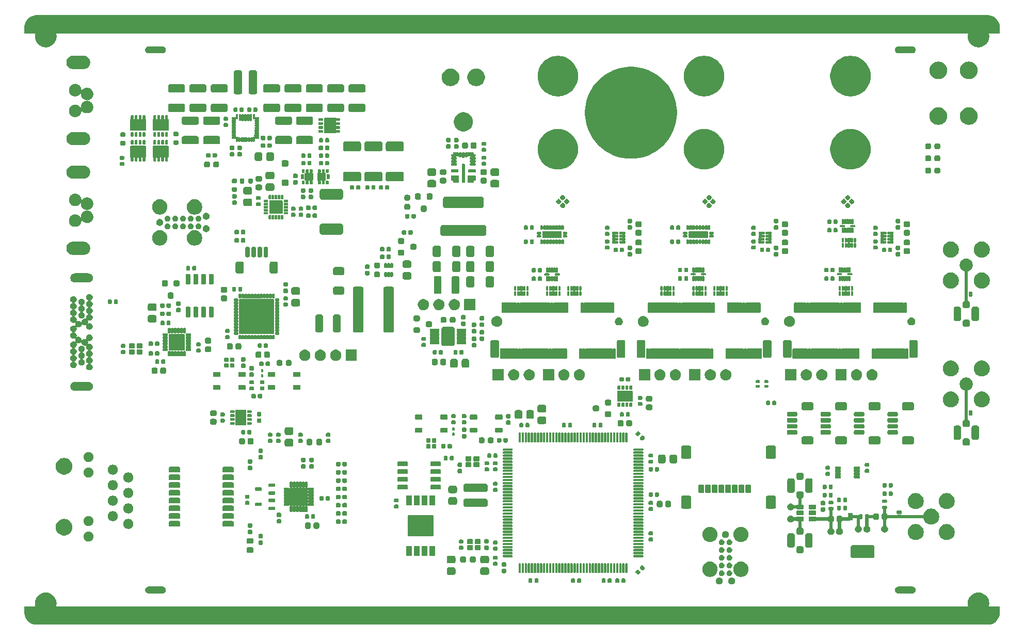
<source format=gbr>
%TF.GenerationSoftware,KiCad,Pcbnew,9.0.2*%
%TF.CreationDate,2025-05-17T09:42:04-04:00*%
%TF.ProjectId,mainBoard,6d61696e-426f-4617-9264-2e6b69636164,01*%
%TF.SameCoordinates,PX42c1d80PY2faf080*%
%TF.FileFunction,Soldermask,Top*%
%TF.FilePolarity,Negative*%
%FSLAX46Y46*%
G04 Gerber Fmt 4.6, Leading zero omitted, Abs format (unit mm)*
G04 Created by KiCad (PCBNEW 9.0.2) date 2025-05-17 09:42:04*
%MOMM*%
%LPD*%
G01*
G04 APERTURE LIST*
G04 APERTURE END LIST*
G36*
X3846519Y-94757929D02*
G01*
X4070941Y-94818063D01*
X4285593Y-94906975D01*
X4486804Y-95023144D01*
X4671130Y-95164582D01*
X4835418Y-95328870D01*
X4976856Y-95513196D01*
X5093025Y-95714407D01*
X5181937Y-95929059D01*
X5242071Y-96153481D01*
X5272397Y-96383831D01*
X5272397Y-96616169D01*
X5242071Y-96846519D01*
X5212907Y-96955359D01*
X5243325Y-96995000D01*
X154756675Y-96995000D01*
X154787092Y-96955359D01*
X154757929Y-96846519D01*
X154727603Y-96616169D01*
X154727603Y-96383831D01*
X154757929Y-96153481D01*
X154818063Y-95929059D01*
X154906975Y-95714407D01*
X155023144Y-95513196D01*
X155164582Y-95328870D01*
X155328870Y-95164582D01*
X155513196Y-95023144D01*
X155714407Y-94906975D01*
X155929059Y-94818063D01*
X156153481Y-94757929D01*
X156383831Y-94727603D01*
X156616169Y-94727603D01*
X156846519Y-94757929D01*
X157070941Y-94818063D01*
X157285593Y-94906975D01*
X157486804Y-95023144D01*
X157671130Y-95164582D01*
X157835418Y-95328870D01*
X157976856Y-95513196D01*
X158093025Y-95714407D01*
X158181937Y-95929059D01*
X158242071Y-96153481D01*
X158272397Y-96383831D01*
X158272397Y-96616169D01*
X158242071Y-96846519D01*
X158212907Y-96955359D01*
X158243325Y-96995000D01*
X159989896Y-96995000D01*
X160000576Y-96999423D01*
X160005000Y-97010104D01*
X160005000Y-97999762D01*
X160004995Y-98000311D01*
X160002479Y-98141369D01*
X160002175Y-98145139D01*
X159961996Y-98424594D01*
X159961077Y-98428822D01*
X159881602Y-98699487D01*
X159880086Y-98703552D01*
X159762903Y-98960146D01*
X159760828Y-98963945D01*
X159608314Y-99201261D01*
X159605712Y-99204737D01*
X159420986Y-99417923D01*
X159417923Y-99420986D01*
X159204737Y-99605712D01*
X159201261Y-99608314D01*
X158963945Y-99760828D01*
X158960146Y-99762903D01*
X158703552Y-99880086D01*
X158699487Y-99881602D01*
X158428822Y-99961077D01*
X158424594Y-99961996D01*
X158145139Y-100002175D01*
X158141369Y-100002479D01*
X158000311Y-100004995D01*
X157999762Y-100005000D01*
X2000238Y-100005000D01*
X1999688Y-100004995D01*
X1858630Y-100002479D01*
X1854860Y-100002175D01*
X1575405Y-99961996D01*
X1571177Y-99961077D01*
X1300512Y-99881602D01*
X1296447Y-99880086D01*
X1039853Y-99762903D01*
X1036054Y-99760828D01*
X798738Y-99608314D01*
X795262Y-99605712D01*
X582076Y-99420986D01*
X579013Y-99417923D01*
X394287Y-99204737D01*
X391685Y-99201261D01*
X239171Y-98963945D01*
X237096Y-98960146D01*
X119913Y-98703552D01*
X118397Y-98699487D01*
X38922Y-98428822D01*
X38003Y-98424594D01*
X-2176Y-98145139D01*
X-2480Y-98141369D01*
X-4996Y-98000311D01*
X-5000Y-97999762D01*
X-5000Y-97010104D01*
X-577Y-96999423D01*
X10104Y-96995000D01*
X1756675Y-96995000D01*
X1787092Y-96955359D01*
X1757929Y-96846519D01*
X1727603Y-96616169D01*
X1727603Y-96383831D01*
X1757929Y-96153481D01*
X1818063Y-95929059D01*
X1906975Y-95714407D01*
X2023144Y-95513196D01*
X2164582Y-95328870D01*
X2328870Y-95164582D01*
X2513196Y-95023144D01*
X2714407Y-94906975D01*
X2929059Y-94818063D01*
X3153481Y-94757929D01*
X3383831Y-94727603D01*
X3616169Y-94727603D01*
X3846519Y-94757929D01*
G37*
G36*
X22628740Y-93724045D02*
G01*
X22680222Y-93726574D01*
X22686558Y-93727834D01*
X22700209Y-93728729D01*
X22726572Y-93735793D01*
X22792191Y-93748845D01*
X22823168Y-93761676D01*
X22845502Y-93767661D01*
X22865527Y-93779222D01*
X22896502Y-93792053D01*
X22952133Y-93829224D01*
X22975768Y-93842870D01*
X22982237Y-93849339D01*
X22990383Y-93854782D01*
X23070217Y-93934616D01*
X23075659Y-93942761D01*
X23082130Y-93949232D01*
X23095777Y-93972869D01*
X23132946Y-94028497D01*
X23145775Y-94059469D01*
X23157339Y-94079498D01*
X23163324Y-94101835D01*
X23176154Y-94132808D01*
X23189205Y-94198422D01*
X23196271Y-94224791D01*
X23196271Y-94233943D01*
X23198181Y-94243546D01*
X23198181Y-94356453D01*
X23196271Y-94366055D01*
X23196271Y-94375209D01*
X23189204Y-94401580D01*
X23176154Y-94467191D01*
X23163325Y-94498161D01*
X23157339Y-94520502D01*
X23145773Y-94540533D01*
X23132946Y-94571502D01*
X23095781Y-94627122D01*
X23082130Y-94650768D01*
X23075657Y-94657240D01*
X23070217Y-94665383D01*
X22990383Y-94745217D01*
X22982240Y-94750657D01*
X22975768Y-94757130D01*
X22952122Y-94770781D01*
X22896502Y-94807946D01*
X22865533Y-94820773D01*
X22845502Y-94832339D01*
X22823161Y-94838325D01*
X22792191Y-94851154D01*
X22726587Y-94864202D01*
X22700209Y-94871271D01*
X22686551Y-94872166D01*
X22680222Y-94873425D01*
X22628745Y-94875954D01*
X22625000Y-94876200D01*
X22623750Y-94876200D01*
X20376250Y-94876200D01*
X20375000Y-94876200D01*
X20371254Y-94875954D01*
X20319777Y-94873425D01*
X20313447Y-94872165D01*
X20299791Y-94871271D01*
X20273415Y-94864203D01*
X20207808Y-94851154D01*
X20176835Y-94838324D01*
X20154498Y-94832339D01*
X20134469Y-94820775D01*
X20103497Y-94807946D01*
X20047869Y-94770777D01*
X20024232Y-94757130D01*
X20017761Y-94750659D01*
X20009616Y-94745217D01*
X19929782Y-94665383D01*
X19924339Y-94657237D01*
X19917870Y-94650768D01*
X19904224Y-94627133D01*
X19867053Y-94571502D01*
X19854222Y-94540527D01*
X19842661Y-94520502D01*
X19836676Y-94498168D01*
X19823845Y-94467191D01*
X19810793Y-94401574D01*
X19803729Y-94375209D01*
X19803729Y-94366055D01*
X19801819Y-94356453D01*
X19801819Y-94243546D01*
X19803729Y-94233943D01*
X19803729Y-94224791D01*
X19810792Y-94198428D01*
X19823845Y-94132808D01*
X19836677Y-94101828D01*
X19842661Y-94079498D01*
X19854221Y-94059475D01*
X19867053Y-94028497D01*
X19904229Y-93972858D01*
X19917870Y-93949232D01*
X19924337Y-93942764D01*
X19929782Y-93934616D01*
X20009616Y-93854782D01*
X20017764Y-93849337D01*
X20024232Y-93842870D01*
X20047858Y-93829229D01*
X20103497Y-93792053D01*
X20134475Y-93779221D01*
X20154498Y-93767661D01*
X20176828Y-93761677D01*
X20207808Y-93748845D01*
X20273429Y-93735792D01*
X20299791Y-93728729D01*
X20313439Y-93727834D01*
X20319777Y-93726574D01*
X20371259Y-93724045D01*
X20375000Y-93723800D01*
X22625000Y-93723800D01*
X22628740Y-93724045D01*
G37*
G36*
X145628740Y-93724045D02*
G01*
X145680222Y-93726574D01*
X145686558Y-93727834D01*
X145700209Y-93728729D01*
X145726572Y-93735793D01*
X145792191Y-93748845D01*
X145823168Y-93761676D01*
X145845502Y-93767661D01*
X145865527Y-93779222D01*
X145896502Y-93792053D01*
X145952133Y-93829224D01*
X145975768Y-93842870D01*
X145982237Y-93849339D01*
X145990383Y-93854782D01*
X146070217Y-93934616D01*
X146075659Y-93942761D01*
X146082130Y-93949232D01*
X146095777Y-93972869D01*
X146132946Y-94028497D01*
X146145775Y-94059469D01*
X146157339Y-94079498D01*
X146163324Y-94101835D01*
X146176154Y-94132808D01*
X146189205Y-94198422D01*
X146196271Y-94224791D01*
X146196271Y-94233943D01*
X146198181Y-94243546D01*
X146198181Y-94356453D01*
X146196271Y-94366055D01*
X146196271Y-94375209D01*
X146189204Y-94401580D01*
X146176154Y-94467191D01*
X146163325Y-94498161D01*
X146157339Y-94520502D01*
X146145773Y-94540533D01*
X146132946Y-94571502D01*
X146095781Y-94627122D01*
X146082130Y-94650768D01*
X146075657Y-94657240D01*
X146070217Y-94665383D01*
X145990383Y-94745217D01*
X145982240Y-94750657D01*
X145975768Y-94757130D01*
X145952122Y-94770781D01*
X145896502Y-94807946D01*
X145865533Y-94820773D01*
X145845502Y-94832339D01*
X145823161Y-94838325D01*
X145792191Y-94851154D01*
X145726587Y-94864202D01*
X145700209Y-94871271D01*
X145686551Y-94872166D01*
X145680222Y-94873425D01*
X145628745Y-94875954D01*
X145625000Y-94876200D01*
X145623750Y-94876200D01*
X143376250Y-94876200D01*
X143375000Y-94876200D01*
X143371254Y-94875954D01*
X143319777Y-94873425D01*
X143313447Y-94872165D01*
X143299791Y-94871271D01*
X143273415Y-94864203D01*
X143207808Y-94851154D01*
X143176835Y-94838324D01*
X143154498Y-94832339D01*
X143134469Y-94820775D01*
X143103497Y-94807946D01*
X143047869Y-94770777D01*
X143024232Y-94757130D01*
X143017761Y-94750659D01*
X143009616Y-94745217D01*
X142929782Y-94665383D01*
X142924339Y-94657237D01*
X142917870Y-94650768D01*
X142904224Y-94627133D01*
X142867053Y-94571502D01*
X142854222Y-94540527D01*
X142842661Y-94520502D01*
X142836676Y-94498168D01*
X142823845Y-94467191D01*
X142810793Y-94401574D01*
X142803729Y-94375209D01*
X142803729Y-94366055D01*
X142801819Y-94356453D01*
X142801819Y-94243546D01*
X142803729Y-94233943D01*
X142803729Y-94224791D01*
X142810792Y-94198428D01*
X142823845Y-94132808D01*
X142836677Y-94101828D01*
X142842661Y-94079498D01*
X142854221Y-94059475D01*
X142867053Y-94028497D01*
X142904229Y-93972858D01*
X142917870Y-93949232D01*
X142924337Y-93942764D01*
X142929782Y-93934616D01*
X143009616Y-93854782D01*
X143017764Y-93849337D01*
X143024232Y-93842870D01*
X143047858Y-93829229D01*
X143103497Y-93792053D01*
X143134475Y-93779221D01*
X143154498Y-93767661D01*
X143176828Y-93761677D01*
X143207808Y-93748845D01*
X143273429Y-93735792D01*
X143299791Y-93728729D01*
X143313439Y-93727834D01*
X143319777Y-93726574D01*
X143371259Y-93724045D01*
X143375000Y-93723800D01*
X145625000Y-93723800D01*
X145628740Y-93724045D01*
G37*
G36*
X114049505Y-92243389D02*
G01*
X114058596Y-92243389D01*
X114084787Y-92250406D01*
X114149827Y-92263344D01*
X114180529Y-92276061D01*
X114202704Y-92282003D01*
X114222582Y-92293479D01*
X114253287Y-92306198D01*
X114308440Y-92343050D01*
X114331907Y-92356599D01*
X114338330Y-92363022D01*
X114346401Y-92368415D01*
X114425584Y-92447598D01*
X114430976Y-92455668D01*
X114437401Y-92462093D01*
X114450951Y-92485563D01*
X114487801Y-92540712D01*
X114500518Y-92571413D01*
X114511997Y-92591296D01*
X114517939Y-92613474D01*
X114530655Y-92644172D01*
X114543591Y-92709208D01*
X114550611Y-92735404D01*
X114550611Y-92744495D01*
X114552503Y-92754007D01*
X114552503Y-92865992D01*
X114550611Y-92875503D01*
X114550611Y-92884596D01*
X114543590Y-92910794D01*
X114530655Y-92975827D01*
X114517940Y-93006523D01*
X114511997Y-93028704D01*
X114500516Y-93048588D01*
X114487801Y-93079287D01*
X114450955Y-93134429D01*
X114437401Y-93157907D01*
X114430974Y-93164333D01*
X114425584Y-93172401D01*
X114346401Y-93251584D01*
X114338333Y-93256974D01*
X114331907Y-93263401D01*
X114308429Y-93276955D01*
X114253287Y-93313801D01*
X114222588Y-93326516D01*
X114202704Y-93337997D01*
X114180523Y-93343940D01*
X114149827Y-93356655D01*
X114084793Y-93369591D01*
X114058596Y-93376611D01*
X114049504Y-93376611D01*
X114039993Y-93378503D01*
X113928007Y-93378503D01*
X113918495Y-93376611D01*
X113909404Y-93376611D01*
X113883208Y-93369591D01*
X113818172Y-93356655D01*
X113787474Y-93343939D01*
X113765296Y-93337997D01*
X113745413Y-93326518D01*
X113714712Y-93313801D01*
X113659563Y-93276951D01*
X113636093Y-93263401D01*
X113629668Y-93256976D01*
X113621598Y-93251584D01*
X113542415Y-93172401D01*
X113537022Y-93164330D01*
X113530599Y-93157907D01*
X113517050Y-93134440D01*
X113480198Y-93079287D01*
X113467479Y-93048582D01*
X113456003Y-93028704D01*
X113450061Y-93006529D01*
X113437344Y-92975827D01*
X113424407Y-92910788D01*
X113417389Y-92884596D01*
X113417389Y-92875503D01*
X113415497Y-92865992D01*
X113415497Y-92754007D01*
X113417389Y-92744495D01*
X113417389Y-92735404D01*
X113424406Y-92709213D01*
X113437344Y-92644172D01*
X113450062Y-92613467D01*
X113456003Y-92591296D01*
X113467478Y-92571420D01*
X113480198Y-92540712D01*
X113517054Y-92485552D01*
X113530599Y-92462093D01*
X113537020Y-92455671D01*
X113542415Y-92447598D01*
X113621598Y-92368415D01*
X113629671Y-92363020D01*
X113636093Y-92356599D01*
X113659552Y-92343054D01*
X113714712Y-92306198D01*
X113745420Y-92293478D01*
X113765296Y-92282003D01*
X113787467Y-92276062D01*
X113818172Y-92263344D01*
X113883213Y-92250406D01*
X113909404Y-92243389D01*
X113918495Y-92243389D01*
X113928007Y-92241497D01*
X114039993Y-92241497D01*
X114049505Y-92243389D01*
G37*
G36*
X116081505Y-92243389D02*
G01*
X116090596Y-92243389D01*
X116116787Y-92250406D01*
X116181827Y-92263344D01*
X116212529Y-92276061D01*
X116234704Y-92282003D01*
X116254582Y-92293479D01*
X116285287Y-92306198D01*
X116340440Y-92343050D01*
X116363907Y-92356599D01*
X116370330Y-92363022D01*
X116378401Y-92368415D01*
X116457584Y-92447598D01*
X116462976Y-92455668D01*
X116469401Y-92462093D01*
X116482951Y-92485563D01*
X116519801Y-92540712D01*
X116532518Y-92571413D01*
X116543997Y-92591296D01*
X116549939Y-92613474D01*
X116562655Y-92644172D01*
X116575591Y-92709208D01*
X116582611Y-92735404D01*
X116582611Y-92744495D01*
X116584503Y-92754007D01*
X116584503Y-92865992D01*
X116582611Y-92875503D01*
X116582611Y-92884596D01*
X116575590Y-92910794D01*
X116562655Y-92975827D01*
X116549940Y-93006523D01*
X116543997Y-93028704D01*
X116532516Y-93048588D01*
X116519801Y-93079287D01*
X116482955Y-93134429D01*
X116469401Y-93157907D01*
X116462974Y-93164333D01*
X116457584Y-93172401D01*
X116378401Y-93251584D01*
X116370333Y-93256974D01*
X116363907Y-93263401D01*
X116340429Y-93276955D01*
X116285287Y-93313801D01*
X116254588Y-93326516D01*
X116234704Y-93337997D01*
X116212523Y-93343940D01*
X116181827Y-93356655D01*
X116116793Y-93369591D01*
X116090596Y-93376611D01*
X116081504Y-93376611D01*
X116071993Y-93378503D01*
X115960007Y-93378503D01*
X115950495Y-93376611D01*
X115941404Y-93376611D01*
X115915208Y-93369591D01*
X115850172Y-93356655D01*
X115819474Y-93343939D01*
X115797296Y-93337997D01*
X115777413Y-93326518D01*
X115746712Y-93313801D01*
X115691563Y-93276951D01*
X115668093Y-93263401D01*
X115661668Y-93256976D01*
X115653598Y-93251584D01*
X115574415Y-93172401D01*
X115569022Y-93164330D01*
X115562599Y-93157907D01*
X115549050Y-93134440D01*
X115512198Y-93079287D01*
X115499479Y-93048582D01*
X115488003Y-93028704D01*
X115482061Y-93006529D01*
X115469344Y-92975827D01*
X115456407Y-92910788D01*
X115449389Y-92884596D01*
X115449389Y-92875503D01*
X115447497Y-92865992D01*
X115447497Y-92754007D01*
X115449389Y-92744495D01*
X115449389Y-92735404D01*
X115456406Y-92709213D01*
X115469344Y-92644172D01*
X115482062Y-92613467D01*
X115488003Y-92591296D01*
X115499478Y-92571420D01*
X115512198Y-92540712D01*
X115549054Y-92485552D01*
X115562599Y-92462093D01*
X115569020Y-92455671D01*
X115574415Y-92447598D01*
X115653598Y-92368415D01*
X115661671Y-92363020D01*
X115668093Y-92356599D01*
X115691552Y-92343054D01*
X115746712Y-92306198D01*
X115777420Y-92293478D01*
X115797296Y-92282003D01*
X115819467Y-92276062D01*
X115850172Y-92263344D01*
X115915213Y-92250406D01*
X115941404Y-92243389D01*
X115950495Y-92243389D01*
X115960007Y-92241497D01*
X116071993Y-92241497D01*
X116081505Y-92243389D01*
G37*
G36*
X83201996Y-92389115D02*
G01*
X83267270Y-92432730D01*
X83310885Y-92498004D01*
X83326200Y-92575000D01*
X83326200Y-92925000D01*
X83310885Y-93001996D01*
X83267270Y-93067270D01*
X83201996Y-93110885D01*
X83125000Y-93126200D01*
X82875000Y-93126200D01*
X82798004Y-93110885D01*
X82732730Y-93067270D01*
X82689115Y-93001996D01*
X82673800Y-92925000D01*
X82673800Y-92575000D01*
X82689115Y-92498004D01*
X82732730Y-92432730D01*
X82798004Y-92389115D01*
X82875000Y-92373800D01*
X83125000Y-92373800D01*
X83201996Y-92389115D01*
G37*
G36*
X84201996Y-92389115D02*
G01*
X84267270Y-92432730D01*
X84310885Y-92498004D01*
X84326200Y-92575000D01*
X84326200Y-92925000D01*
X84310885Y-93001996D01*
X84267270Y-93067270D01*
X84201996Y-93110885D01*
X84125000Y-93126200D01*
X83875000Y-93126200D01*
X83798004Y-93110885D01*
X83732730Y-93067270D01*
X83689115Y-93001996D01*
X83673800Y-92925000D01*
X83673800Y-92575000D01*
X83689115Y-92498004D01*
X83732730Y-92432730D01*
X83798004Y-92389115D01*
X83875000Y-92373800D01*
X84125000Y-92373800D01*
X84201996Y-92389115D01*
G37*
G36*
X90201996Y-92389115D02*
G01*
X90267270Y-92432730D01*
X90310885Y-92498004D01*
X90326200Y-92575000D01*
X90326200Y-92925000D01*
X90310885Y-93001996D01*
X90267270Y-93067270D01*
X90201996Y-93110885D01*
X90125000Y-93126200D01*
X89875000Y-93126200D01*
X89798004Y-93110885D01*
X89732730Y-93067270D01*
X89689115Y-93001996D01*
X89673800Y-92925000D01*
X89673800Y-92575000D01*
X89689115Y-92498004D01*
X89732730Y-92432730D01*
X89798004Y-92389115D01*
X89875000Y-92373800D01*
X90125000Y-92373800D01*
X90201996Y-92389115D01*
G37*
G36*
X91201996Y-92389115D02*
G01*
X91267270Y-92432730D01*
X91310885Y-92498004D01*
X91326200Y-92575000D01*
X91326200Y-92925000D01*
X91310885Y-93001996D01*
X91267270Y-93067270D01*
X91201996Y-93110885D01*
X91125000Y-93126200D01*
X90875000Y-93126200D01*
X90798004Y-93110885D01*
X90732730Y-93067270D01*
X90689115Y-93001996D01*
X90673800Y-92925000D01*
X90673800Y-92575000D01*
X90689115Y-92498004D01*
X90732730Y-92432730D01*
X90798004Y-92389115D01*
X90875000Y-92373800D01*
X91125000Y-92373800D01*
X91201996Y-92389115D01*
G37*
G36*
X95201996Y-92389115D02*
G01*
X95267270Y-92432730D01*
X95310885Y-92498004D01*
X95326200Y-92575000D01*
X95326200Y-92925000D01*
X95310885Y-93001996D01*
X95267270Y-93067270D01*
X95201996Y-93110885D01*
X95125000Y-93126200D01*
X94875000Y-93126200D01*
X94798004Y-93110885D01*
X94732730Y-93067270D01*
X94689115Y-93001996D01*
X94673800Y-92925000D01*
X94673800Y-92575000D01*
X94689115Y-92498004D01*
X94732730Y-92432730D01*
X94798004Y-92389115D01*
X94875000Y-92373800D01*
X95125000Y-92373800D01*
X95201996Y-92389115D01*
G37*
G36*
X96201996Y-92389115D02*
G01*
X96267270Y-92432730D01*
X96310885Y-92498004D01*
X96326200Y-92575000D01*
X96326200Y-92925000D01*
X96310885Y-93001996D01*
X96267270Y-93067270D01*
X96201996Y-93110885D01*
X96125000Y-93126200D01*
X95875000Y-93126200D01*
X95798004Y-93110885D01*
X95732730Y-93067270D01*
X95689115Y-93001996D01*
X95673800Y-92925000D01*
X95673800Y-92575000D01*
X95689115Y-92498004D01*
X95732730Y-92432730D01*
X95798004Y-92389115D01*
X95875000Y-92373800D01*
X96125000Y-92373800D01*
X96201996Y-92389115D01*
G37*
G36*
X97451996Y-92389115D02*
G01*
X97517270Y-92432730D01*
X97560885Y-92498004D01*
X97576200Y-92575000D01*
X97576200Y-92925000D01*
X97560885Y-93001996D01*
X97517270Y-93067270D01*
X97451996Y-93110885D01*
X97375000Y-93126200D01*
X97125000Y-93126200D01*
X97048004Y-93110885D01*
X96982730Y-93067270D01*
X96939115Y-93001996D01*
X96923800Y-92925000D01*
X96923800Y-92575000D01*
X96939115Y-92498004D01*
X96982730Y-92432730D01*
X97048004Y-92389115D01*
X97125000Y-92373800D01*
X97375000Y-92373800D01*
X97451996Y-92389115D01*
G37*
G36*
X98451996Y-92389115D02*
G01*
X98517270Y-92432730D01*
X98560885Y-92498004D01*
X98576200Y-92575000D01*
X98576200Y-92925000D01*
X98560885Y-93001996D01*
X98517270Y-93067270D01*
X98451996Y-93110885D01*
X98375000Y-93126200D01*
X98125000Y-93126200D01*
X98048004Y-93110885D01*
X97982730Y-93067270D01*
X97939115Y-93001996D01*
X97923800Y-92925000D01*
X97923800Y-92575000D01*
X97939115Y-92498004D01*
X97982730Y-92432730D01*
X98048004Y-92389115D01*
X98125000Y-92373800D01*
X98375000Y-92373800D01*
X98451996Y-92389115D01*
G37*
G36*
X112754993Y-89676265D02*
G01*
X112943578Y-89737540D01*
X113120255Y-89827561D01*
X113280675Y-89944113D01*
X113420887Y-90084325D01*
X113537439Y-90244745D01*
X113627460Y-90421422D01*
X113688735Y-90610007D01*
X113719755Y-90805855D01*
X113719755Y-91004145D01*
X113688735Y-91199993D01*
X113627460Y-91388578D01*
X113537439Y-91565255D01*
X113420887Y-91725675D01*
X113280675Y-91865887D01*
X113120255Y-91982439D01*
X112943578Y-92072460D01*
X112754993Y-92133735D01*
X112559145Y-92164755D01*
X112360855Y-92164755D01*
X112165007Y-92133735D01*
X111976422Y-92072460D01*
X111799745Y-91982439D01*
X111639325Y-91865887D01*
X111499113Y-91725675D01*
X111382561Y-91565255D01*
X111292540Y-91388578D01*
X111231265Y-91199993D01*
X111200245Y-91004145D01*
X111200245Y-90805855D01*
X111231265Y-90610007D01*
X111292540Y-90421422D01*
X111382561Y-90244745D01*
X111499113Y-90084325D01*
X111639325Y-89944113D01*
X111799745Y-89827561D01*
X111976422Y-89737540D01*
X112165007Y-89676265D01*
X112360855Y-89645245D01*
X112559145Y-89645245D01*
X112754993Y-89676265D01*
G37*
G36*
X117834993Y-89676265D02*
G01*
X118023578Y-89737540D01*
X118200255Y-89827561D01*
X118360675Y-89944113D01*
X118500887Y-90084325D01*
X118617439Y-90244745D01*
X118707460Y-90421422D01*
X118768735Y-90610007D01*
X118799755Y-90805855D01*
X118799755Y-91004145D01*
X118768735Y-91199993D01*
X118707460Y-91388578D01*
X118617439Y-91565255D01*
X118500887Y-91725675D01*
X118360675Y-91865887D01*
X118200255Y-91982439D01*
X118023578Y-92072460D01*
X117834993Y-92133735D01*
X117639145Y-92164755D01*
X117440855Y-92164755D01*
X117245007Y-92133735D01*
X117056422Y-92072460D01*
X116879745Y-91982439D01*
X116719325Y-91865887D01*
X116579113Y-91725675D01*
X116462561Y-91565255D01*
X116372540Y-91388578D01*
X116311265Y-91199993D01*
X116280245Y-91004145D01*
X116280245Y-90805855D01*
X116311265Y-90610007D01*
X116372540Y-90421422D01*
X116462561Y-90244745D01*
X116579113Y-90084325D01*
X116719325Y-89944113D01*
X116879745Y-89827561D01*
X117056422Y-89737540D01*
X117245007Y-89676265D01*
X117440855Y-89645245D01*
X117639145Y-89645245D01*
X117834993Y-89676265D01*
G37*
G36*
X114544823Y-91105869D02*
G01*
X114651057Y-91167203D01*
X114737797Y-91253943D01*
X114799131Y-91360177D01*
X114830880Y-91478666D01*
X114830880Y-91601334D01*
X114799131Y-91719823D01*
X114737797Y-91826057D01*
X114651057Y-91912797D01*
X114544823Y-91974131D01*
X114426334Y-92005880D01*
X114303666Y-92005880D01*
X114185177Y-91974131D01*
X114078943Y-91912797D01*
X113992203Y-91826057D01*
X113930869Y-91719823D01*
X113899120Y-91601334D01*
X113899120Y-91478666D01*
X113930869Y-91360177D01*
X113992203Y-91253943D01*
X114078943Y-91167203D01*
X114185177Y-91105869D01*
X114303666Y-91074120D01*
X114426334Y-91074120D01*
X114544823Y-91105869D01*
G37*
G36*
X115814823Y-91105869D02*
G01*
X115921057Y-91167203D01*
X116007797Y-91253943D01*
X116069131Y-91360177D01*
X116100880Y-91478666D01*
X116100880Y-91601334D01*
X116069131Y-91719823D01*
X116007797Y-91826057D01*
X115921057Y-91912797D01*
X115814823Y-91974131D01*
X115696334Y-92005880D01*
X115573666Y-92005880D01*
X115455177Y-91974131D01*
X115348943Y-91912797D01*
X115262203Y-91826057D01*
X115200869Y-91719823D01*
X115169120Y-91601334D01*
X115169120Y-91478666D01*
X115200869Y-91360177D01*
X115262203Y-91253943D01*
X115348943Y-91167203D01*
X115455177Y-91105869D01*
X115573666Y-91074120D01*
X115696334Y-91074120D01*
X115814823Y-91105869D01*
G37*
G36*
X70475210Y-90588400D02*
G01*
X70480972Y-90591217D01*
X70483333Y-90591591D01*
X70521088Y-90610828D01*
X70579074Y-90639176D01*
X70660824Y-90720926D01*
X70689183Y-90778935D01*
X70708408Y-90816666D01*
X70708781Y-90819024D01*
X70711600Y-90824790D01*
X70726200Y-90925000D01*
X70726200Y-91475000D01*
X70711600Y-91575210D01*
X70708781Y-91580975D01*
X70708408Y-91583333D01*
X70689195Y-91621039D01*
X70660824Y-91679074D01*
X70579074Y-91760824D01*
X70521039Y-91789195D01*
X70483333Y-91808408D01*
X70480975Y-91808781D01*
X70475210Y-91811600D01*
X70375000Y-91826200D01*
X69625000Y-91826200D01*
X69524790Y-91811600D01*
X69519024Y-91808781D01*
X69516666Y-91808408D01*
X69478935Y-91789183D01*
X69420926Y-91760824D01*
X69339176Y-91679074D01*
X69310828Y-91621088D01*
X69291591Y-91583333D01*
X69291217Y-91580972D01*
X69288400Y-91575210D01*
X69273800Y-91475000D01*
X69273800Y-90925000D01*
X69288400Y-90824790D01*
X69291216Y-90819027D01*
X69291591Y-90816666D01*
X69310840Y-90778887D01*
X69339176Y-90720926D01*
X69420926Y-90639176D01*
X69478887Y-90610840D01*
X69516666Y-90591591D01*
X69519027Y-90591216D01*
X69524790Y-90588400D01*
X69625000Y-90573800D01*
X70375000Y-90573800D01*
X70475210Y-90588400D01*
G37*
G36*
X75975210Y-90588400D02*
G01*
X75980972Y-90591217D01*
X75983333Y-90591591D01*
X76021088Y-90610828D01*
X76079074Y-90639176D01*
X76160824Y-90720926D01*
X76189183Y-90778935D01*
X76208408Y-90816666D01*
X76208781Y-90819024D01*
X76211600Y-90824790D01*
X76226200Y-90925000D01*
X76226200Y-91475000D01*
X76211600Y-91575210D01*
X76208781Y-91580975D01*
X76208408Y-91583333D01*
X76189195Y-91621039D01*
X76160824Y-91679074D01*
X76079074Y-91760824D01*
X76021039Y-91789195D01*
X75983333Y-91808408D01*
X75980975Y-91808781D01*
X75975210Y-91811600D01*
X75875000Y-91826200D01*
X75125000Y-91826200D01*
X75024790Y-91811600D01*
X75019024Y-91808781D01*
X75016666Y-91808408D01*
X74978935Y-91789183D01*
X74920926Y-91760824D01*
X74839176Y-91679074D01*
X74810828Y-91621088D01*
X74791591Y-91583333D01*
X74791217Y-91580972D01*
X74788400Y-91575210D01*
X74773800Y-91475000D01*
X74773800Y-90925000D01*
X74788400Y-90824790D01*
X74791216Y-90819027D01*
X74791591Y-90816666D01*
X74810840Y-90778887D01*
X74839176Y-90720926D01*
X74920926Y-90639176D01*
X74978887Y-90610840D01*
X75016666Y-90591591D01*
X75019027Y-90591216D01*
X75024790Y-90588400D01*
X75125000Y-90573800D01*
X75875000Y-90573800D01*
X75975210Y-90588400D01*
G37*
G36*
X100688088Y-90955536D02*
G01*
X100753362Y-90999151D01*
X101000849Y-91246638D01*
X101044464Y-91311912D01*
X101059779Y-91388908D01*
X101044464Y-91465904D01*
X101000849Y-91531178D01*
X100824072Y-91707955D01*
X100758798Y-91751570D01*
X100681802Y-91766885D01*
X100604806Y-91751570D01*
X100539532Y-91707955D01*
X100292045Y-91460468D01*
X100248430Y-91395194D01*
X100233115Y-91318198D01*
X100248430Y-91241202D01*
X100292045Y-91175928D01*
X100295584Y-91172388D01*
X100295587Y-91172385D01*
X100465281Y-91002690D01*
X100465287Y-91002685D01*
X100468822Y-90999151D01*
X100534096Y-90955536D01*
X100611092Y-90940221D01*
X100688088Y-90955536D01*
G37*
G36*
X78804117Y-90799619D02*
G01*
X78849930Y-90804934D01*
X78865580Y-90811844D01*
X78886563Y-90816018D01*
X78909027Y-90831027D01*
X78927338Y-90839113D01*
X78939844Y-90851619D01*
X78959948Y-90865052D01*
X78973380Y-90885155D01*
X78985886Y-90897661D01*
X78993970Y-90915970D01*
X79008982Y-90938437D01*
X79013155Y-90959421D01*
X79020065Y-90975069D01*
X79025378Y-91020871D01*
X79026200Y-91025000D01*
X79026200Y-91325000D01*
X79025378Y-91329129D01*
X79020065Y-91374930D01*
X79013156Y-91390576D01*
X79008982Y-91411563D01*
X78993969Y-91434031D01*
X78985886Y-91452338D01*
X78973382Y-91464841D01*
X78959948Y-91484948D01*
X78939841Y-91498382D01*
X78927338Y-91510886D01*
X78909031Y-91518969D01*
X78886563Y-91533982D01*
X78865576Y-91538156D01*
X78849930Y-91545065D01*
X78804129Y-91550378D01*
X78800000Y-91551200D01*
X78500000Y-91551200D01*
X78495871Y-91550378D01*
X78450069Y-91545065D01*
X78434421Y-91538155D01*
X78413437Y-91533982D01*
X78390970Y-91518970D01*
X78372661Y-91510886D01*
X78360155Y-91498380D01*
X78340052Y-91484948D01*
X78326619Y-91464844D01*
X78314113Y-91452338D01*
X78306027Y-91434027D01*
X78291018Y-91411563D01*
X78286844Y-91390580D01*
X78279934Y-91374930D01*
X78274619Y-91329117D01*
X78273800Y-91325000D01*
X78273800Y-91025000D01*
X78274618Y-91020883D01*
X78279934Y-90975069D01*
X78286844Y-90959417D01*
X78291018Y-90938437D01*
X78306026Y-90915974D01*
X78314113Y-90897661D01*
X78326621Y-90885152D01*
X78340052Y-90865052D01*
X78360152Y-90851621D01*
X78372661Y-90839113D01*
X78390974Y-90831026D01*
X78413437Y-90816018D01*
X78434417Y-90811844D01*
X78450069Y-90804934D01*
X78495883Y-90799618D01*
X78500000Y-90798800D01*
X78800000Y-90798800D01*
X78804117Y-90799619D01*
G37*
G36*
X81362595Y-89915606D02*
G01*
X81403537Y-89942963D01*
X81430894Y-89983905D01*
X81440500Y-90032200D01*
X81440500Y-91405400D01*
X81430894Y-91453695D01*
X81403537Y-91494637D01*
X81362595Y-91521994D01*
X81314300Y-91531600D01*
X81185700Y-91531600D01*
X81137405Y-91521994D01*
X81096463Y-91494637D01*
X81069106Y-91453695D01*
X81059500Y-91405400D01*
X81059500Y-90032200D01*
X81069106Y-89983905D01*
X81096463Y-89942963D01*
X81137405Y-89915606D01*
X81185700Y-89906000D01*
X81314300Y-89906000D01*
X81362595Y-89915606D01*
G37*
G36*
X81862594Y-89915606D02*
G01*
X81903536Y-89942963D01*
X81930893Y-89983905D01*
X81940499Y-90032200D01*
X81940499Y-91405400D01*
X81930893Y-91453695D01*
X81903536Y-91494637D01*
X81862594Y-91521994D01*
X81814299Y-91531600D01*
X81685699Y-91531600D01*
X81637404Y-91521994D01*
X81596462Y-91494637D01*
X81569105Y-91453695D01*
X81559499Y-91405400D01*
X81559499Y-90032200D01*
X81569105Y-89983905D01*
X81596462Y-89942963D01*
X81637404Y-89915606D01*
X81685699Y-89906000D01*
X81814299Y-89906000D01*
X81862594Y-89915606D01*
G37*
G36*
X82362595Y-89915606D02*
G01*
X82403537Y-89942963D01*
X82430894Y-89983905D01*
X82440500Y-90032200D01*
X82440500Y-91405400D01*
X82430894Y-91453695D01*
X82403537Y-91494637D01*
X82362595Y-91521994D01*
X82314300Y-91531600D01*
X82185700Y-91531600D01*
X82137405Y-91521994D01*
X82096463Y-91494637D01*
X82069106Y-91453695D01*
X82059500Y-91405400D01*
X82059500Y-90032200D01*
X82069106Y-89983905D01*
X82096463Y-89942963D01*
X82137405Y-89915606D01*
X82185700Y-89906000D01*
X82314300Y-89906000D01*
X82362595Y-89915606D01*
G37*
G36*
X82862594Y-89915606D02*
G01*
X82903536Y-89942963D01*
X82930893Y-89983905D01*
X82940499Y-90032200D01*
X82940499Y-91405400D01*
X82930893Y-91453695D01*
X82903536Y-91494637D01*
X82862594Y-91521994D01*
X82814299Y-91531600D01*
X82685699Y-91531600D01*
X82637404Y-91521994D01*
X82596462Y-91494637D01*
X82569105Y-91453695D01*
X82559499Y-91405400D01*
X82559499Y-90032200D01*
X82569105Y-89983905D01*
X82596462Y-89942963D01*
X82637404Y-89915606D01*
X82685699Y-89906000D01*
X82814299Y-89906000D01*
X82862594Y-89915606D01*
G37*
G36*
X83362596Y-89915606D02*
G01*
X83403538Y-89942963D01*
X83430895Y-89983905D01*
X83440501Y-90032200D01*
X83440501Y-91405400D01*
X83430895Y-91453695D01*
X83403538Y-91494637D01*
X83362596Y-91521994D01*
X83314301Y-91531600D01*
X83185701Y-91531600D01*
X83137406Y-91521994D01*
X83096464Y-91494637D01*
X83069107Y-91453695D01*
X83059501Y-91405400D01*
X83059501Y-90032200D01*
X83069107Y-89983905D01*
X83096464Y-89942963D01*
X83137406Y-89915606D01*
X83185701Y-89906000D01*
X83314301Y-89906000D01*
X83362596Y-89915606D01*
G37*
G36*
X83862595Y-89915606D02*
G01*
X83903537Y-89942963D01*
X83930894Y-89983905D01*
X83940500Y-90032200D01*
X83940500Y-91405400D01*
X83930894Y-91453695D01*
X83903537Y-91494637D01*
X83862595Y-91521994D01*
X83814300Y-91531600D01*
X83685700Y-91531600D01*
X83637405Y-91521994D01*
X83596463Y-91494637D01*
X83569106Y-91453695D01*
X83559500Y-91405400D01*
X83559500Y-90032200D01*
X83569106Y-89983905D01*
X83596463Y-89942963D01*
X83637405Y-89915606D01*
X83685700Y-89906000D01*
X83814300Y-89906000D01*
X83862595Y-89915606D01*
G37*
G36*
X84362594Y-89915606D02*
G01*
X84403536Y-89942963D01*
X84430893Y-89983905D01*
X84440499Y-90032200D01*
X84440499Y-91405400D01*
X84430893Y-91453695D01*
X84403536Y-91494637D01*
X84362594Y-91521994D01*
X84314299Y-91531600D01*
X84185699Y-91531600D01*
X84137404Y-91521994D01*
X84096462Y-91494637D01*
X84069105Y-91453695D01*
X84059499Y-91405400D01*
X84059499Y-90032200D01*
X84069105Y-89983905D01*
X84096462Y-89942963D01*
X84137404Y-89915606D01*
X84185699Y-89906000D01*
X84314299Y-89906000D01*
X84362594Y-89915606D01*
G37*
G36*
X84862595Y-89915606D02*
G01*
X84903537Y-89942963D01*
X84930894Y-89983905D01*
X84940500Y-90032200D01*
X84940500Y-91405400D01*
X84930894Y-91453695D01*
X84903537Y-91494637D01*
X84862595Y-91521994D01*
X84814300Y-91531600D01*
X84685700Y-91531600D01*
X84637405Y-91521994D01*
X84596463Y-91494637D01*
X84569106Y-91453695D01*
X84559500Y-91405400D01*
X84559500Y-90032200D01*
X84569106Y-89983905D01*
X84596463Y-89942963D01*
X84637405Y-89915606D01*
X84685700Y-89906000D01*
X84814300Y-89906000D01*
X84862595Y-89915606D01*
G37*
G36*
X85362594Y-89915606D02*
G01*
X85403536Y-89942963D01*
X85430893Y-89983905D01*
X85440499Y-90032200D01*
X85440499Y-91405400D01*
X85430893Y-91453695D01*
X85403536Y-91494637D01*
X85362594Y-91521994D01*
X85314299Y-91531600D01*
X85185699Y-91531600D01*
X85137404Y-91521994D01*
X85096462Y-91494637D01*
X85069105Y-91453695D01*
X85059499Y-91405400D01*
X85059499Y-90032200D01*
X85069105Y-89983905D01*
X85096462Y-89942963D01*
X85137404Y-89915606D01*
X85185699Y-89906000D01*
X85314299Y-89906000D01*
X85362594Y-89915606D01*
G37*
G36*
X85862596Y-89915606D02*
G01*
X85903538Y-89942963D01*
X85930895Y-89983905D01*
X85940501Y-90032200D01*
X85940501Y-91405400D01*
X85930895Y-91453695D01*
X85903538Y-91494637D01*
X85862596Y-91521994D01*
X85814301Y-91531600D01*
X85685701Y-91531600D01*
X85637406Y-91521994D01*
X85596464Y-91494637D01*
X85569107Y-91453695D01*
X85559501Y-91405400D01*
X85559501Y-90032200D01*
X85569107Y-89983905D01*
X85596464Y-89942963D01*
X85637406Y-89915606D01*
X85685701Y-89906000D01*
X85814301Y-89906000D01*
X85862596Y-89915606D01*
G37*
G36*
X86362595Y-89915606D02*
G01*
X86403537Y-89942963D01*
X86430894Y-89983905D01*
X86440500Y-90032200D01*
X86440500Y-91405400D01*
X86430894Y-91453695D01*
X86403537Y-91494637D01*
X86362595Y-91521994D01*
X86314300Y-91531600D01*
X86185700Y-91531600D01*
X86137405Y-91521994D01*
X86096463Y-91494637D01*
X86069106Y-91453695D01*
X86059500Y-91405400D01*
X86059500Y-90032200D01*
X86069106Y-89983905D01*
X86096463Y-89942963D01*
X86137405Y-89915606D01*
X86185700Y-89906000D01*
X86314300Y-89906000D01*
X86362595Y-89915606D01*
G37*
G36*
X86862594Y-89915606D02*
G01*
X86903536Y-89942963D01*
X86930893Y-89983905D01*
X86940499Y-90032200D01*
X86940499Y-91405400D01*
X86930893Y-91453695D01*
X86903536Y-91494637D01*
X86862594Y-91521994D01*
X86814299Y-91531600D01*
X86685699Y-91531600D01*
X86637404Y-91521994D01*
X86596462Y-91494637D01*
X86569105Y-91453695D01*
X86559499Y-91405400D01*
X86559499Y-90032200D01*
X86569105Y-89983905D01*
X86596462Y-89942963D01*
X86637404Y-89915606D01*
X86685699Y-89906000D01*
X86814299Y-89906000D01*
X86862594Y-89915606D01*
G37*
G36*
X87362595Y-89915606D02*
G01*
X87403537Y-89942963D01*
X87430894Y-89983905D01*
X87440500Y-90032200D01*
X87440500Y-91405400D01*
X87430894Y-91453695D01*
X87403537Y-91494637D01*
X87362595Y-91521994D01*
X87314300Y-91531600D01*
X87185700Y-91531600D01*
X87137405Y-91521994D01*
X87096463Y-91494637D01*
X87069106Y-91453695D01*
X87059500Y-91405400D01*
X87059500Y-90032200D01*
X87069106Y-89983905D01*
X87096463Y-89942963D01*
X87137405Y-89915606D01*
X87185700Y-89906000D01*
X87314300Y-89906000D01*
X87362595Y-89915606D01*
G37*
G36*
X87862594Y-89915606D02*
G01*
X87903536Y-89942963D01*
X87930893Y-89983905D01*
X87940499Y-90032200D01*
X87940499Y-91405400D01*
X87930893Y-91453695D01*
X87903536Y-91494637D01*
X87862594Y-91521994D01*
X87814299Y-91531600D01*
X87685699Y-91531600D01*
X87637404Y-91521994D01*
X87596462Y-91494637D01*
X87569105Y-91453695D01*
X87559499Y-91405400D01*
X87559499Y-90032200D01*
X87569105Y-89983905D01*
X87596462Y-89942963D01*
X87637404Y-89915606D01*
X87685699Y-89906000D01*
X87814299Y-89906000D01*
X87862594Y-89915606D01*
G37*
G36*
X88362596Y-89915606D02*
G01*
X88403538Y-89942963D01*
X88430895Y-89983905D01*
X88440501Y-90032200D01*
X88440501Y-91405400D01*
X88430895Y-91453695D01*
X88403538Y-91494637D01*
X88362596Y-91521994D01*
X88314301Y-91531600D01*
X88185701Y-91531600D01*
X88137406Y-91521994D01*
X88096464Y-91494637D01*
X88069107Y-91453695D01*
X88059501Y-91405400D01*
X88059501Y-90032200D01*
X88069107Y-89983905D01*
X88096464Y-89942963D01*
X88137406Y-89915606D01*
X88185701Y-89906000D01*
X88314301Y-89906000D01*
X88362596Y-89915606D01*
G37*
G36*
X88862595Y-89915606D02*
G01*
X88903537Y-89942963D01*
X88930894Y-89983905D01*
X88940500Y-90032200D01*
X88940500Y-91405400D01*
X88930894Y-91453695D01*
X88903537Y-91494637D01*
X88862595Y-91521994D01*
X88814300Y-91531600D01*
X88685700Y-91531600D01*
X88637405Y-91521994D01*
X88596463Y-91494637D01*
X88569106Y-91453695D01*
X88559500Y-91405400D01*
X88559500Y-90032200D01*
X88569106Y-89983905D01*
X88596463Y-89942963D01*
X88637405Y-89915606D01*
X88685700Y-89906000D01*
X88814300Y-89906000D01*
X88862595Y-89915606D01*
G37*
G36*
X89362594Y-89915606D02*
G01*
X89403536Y-89942963D01*
X89430893Y-89983905D01*
X89440499Y-90032200D01*
X89440499Y-91405400D01*
X89430893Y-91453695D01*
X89403536Y-91494637D01*
X89362594Y-91521994D01*
X89314299Y-91531600D01*
X89185699Y-91531600D01*
X89137404Y-91521994D01*
X89096462Y-91494637D01*
X89069105Y-91453695D01*
X89059499Y-91405400D01*
X89059499Y-90032200D01*
X89069105Y-89983905D01*
X89096462Y-89942963D01*
X89137404Y-89915606D01*
X89185699Y-89906000D01*
X89314299Y-89906000D01*
X89362594Y-89915606D01*
G37*
G36*
X89862595Y-89915606D02*
G01*
X89903537Y-89942963D01*
X89930894Y-89983905D01*
X89940500Y-90032200D01*
X89940500Y-91405400D01*
X89930894Y-91453695D01*
X89903537Y-91494637D01*
X89862595Y-91521994D01*
X89814300Y-91531600D01*
X89685700Y-91531600D01*
X89637405Y-91521994D01*
X89596463Y-91494637D01*
X89569106Y-91453695D01*
X89559500Y-91405400D01*
X89559500Y-90032200D01*
X89569106Y-89983905D01*
X89596463Y-89942963D01*
X89637405Y-89915606D01*
X89685700Y-89906000D01*
X89814300Y-89906000D01*
X89862595Y-89915606D01*
G37*
G36*
X90362595Y-89915606D02*
G01*
X90403537Y-89942963D01*
X90430894Y-89983905D01*
X90440500Y-90032200D01*
X90440500Y-91405400D01*
X90430894Y-91453695D01*
X90403537Y-91494637D01*
X90362595Y-91521994D01*
X90314300Y-91531600D01*
X90185700Y-91531600D01*
X90137405Y-91521994D01*
X90096463Y-91494637D01*
X90069106Y-91453695D01*
X90059500Y-91405400D01*
X90059500Y-90032200D01*
X90069106Y-89983905D01*
X90096463Y-89942963D01*
X90137405Y-89915606D01*
X90185700Y-89906000D01*
X90314300Y-89906000D01*
X90362595Y-89915606D01*
G37*
G36*
X90862596Y-89915606D02*
G01*
X90903538Y-89942963D01*
X90930895Y-89983905D01*
X90940501Y-90032200D01*
X90940501Y-91405400D01*
X90930895Y-91453695D01*
X90903538Y-91494637D01*
X90862596Y-91521994D01*
X90814301Y-91531600D01*
X90685701Y-91531600D01*
X90637406Y-91521994D01*
X90596464Y-91494637D01*
X90569107Y-91453695D01*
X90559501Y-91405400D01*
X90559501Y-90032200D01*
X90569107Y-89983905D01*
X90596464Y-89942963D01*
X90637406Y-89915606D01*
X90685701Y-89906000D01*
X90814301Y-89906000D01*
X90862596Y-89915606D01*
G37*
G36*
X91362595Y-89915606D02*
G01*
X91403537Y-89942963D01*
X91430894Y-89983905D01*
X91440500Y-90032200D01*
X91440500Y-91405400D01*
X91430894Y-91453695D01*
X91403537Y-91494637D01*
X91362595Y-91521994D01*
X91314300Y-91531600D01*
X91185700Y-91531600D01*
X91137405Y-91521994D01*
X91096463Y-91494637D01*
X91069106Y-91453695D01*
X91059500Y-91405400D01*
X91059500Y-90032200D01*
X91069106Y-89983905D01*
X91096463Y-89942963D01*
X91137405Y-89915606D01*
X91185700Y-89906000D01*
X91314300Y-89906000D01*
X91362595Y-89915606D01*
G37*
G36*
X91862594Y-89915606D02*
G01*
X91903536Y-89942963D01*
X91930893Y-89983905D01*
X91940499Y-90032200D01*
X91940499Y-91405400D01*
X91930893Y-91453695D01*
X91903536Y-91494637D01*
X91862594Y-91521994D01*
X91814299Y-91531600D01*
X91685699Y-91531600D01*
X91637404Y-91521994D01*
X91596462Y-91494637D01*
X91569105Y-91453695D01*
X91559499Y-91405400D01*
X91559499Y-90032200D01*
X91569105Y-89983905D01*
X91596462Y-89942963D01*
X91637404Y-89915606D01*
X91685699Y-89906000D01*
X91814299Y-89906000D01*
X91862594Y-89915606D01*
G37*
G36*
X92362596Y-89915606D02*
G01*
X92403538Y-89942963D01*
X92430895Y-89983905D01*
X92440501Y-90032200D01*
X92440501Y-91405400D01*
X92430895Y-91453695D01*
X92403538Y-91494637D01*
X92362596Y-91521994D01*
X92314301Y-91531600D01*
X92185701Y-91531600D01*
X92137406Y-91521994D01*
X92096464Y-91494637D01*
X92069107Y-91453695D01*
X92059501Y-91405400D01*
X92059501Y-90032200D01*
X92069107Y-89983905D01*
X92096464Y-89942963D01*
X92137406Y-89915606D01*
X92185701Y-89906000D01*
X92314301Y-89906000D01*
X92362596Y-89915606D01*
G37*
G36*
X92862595Y-89915606D02*
G01*
X92903537Y-89942963D01*
X92930894Y-89983905D01*
X92940500Y-90032200D01*
X92940500Y-91405400D01*
X92930894Y-91453695D01*
X92903537Y-91494637D01*
X92862595Y-91521994D01*
X92814300Y-91531600D01*
X92685700Y-91531600D01*
X92637405Y-91521994D01*
X92596463Y-91494637D01*
X92569106Y-91453695D01*
X92559500Y-91405400D01*
X92559500Y-90032200D01*
X92569106Y-89983905D01*
X92596463Y-89942963D01*
X92637405Y-89915606D01*
X92685700Y-89906000D01*
X92814300Y-89906000D01*
X92862595Y-89915606D01*
G37*
G36*
X93362596Y-89915606D02*
G01*
X93403538Y-89942963D01*
X93430895Y-89983905D01*
X93440501Y-90032200D01*
X93440501Y-91405400D01*
X93430895Y-91453695D01*
X93403538Y-91494637D01*
X93362596Y-91521994D01*
X93314301Y-91531600D01*
X93185701Y-91531600D01*
X93137406Y-91521994D01*
X93096464Y-91494637D01*
X93069107Y-91453695D01*
X93059501Y-91405400D01*
X93059501Y-90032200D01*
X93069107Y-89983905D01*
X93096464Y-89942963D01*
X93137406Y-89915606D01*
X93185701Y-89906000D01*
X93314301Y-89906000D01*
X93362596Y-89915606D01*
G37*
G36*
X93862595Y-89915606D02*
G01*
X93903537Y-89942963D01*
X93930894Y-89983905D01*
X93940500Y-90032200D01*
X93940500Y-91405400D01*
X93930894Y-91453695D01*
X93903537Y-91494637D01*
X93862595Y-91521994D01*
X93814300Y-91531600D01*
X93685700Y-91531600D01*
X93637405Y-91521994D01*
X93596463Y-91494637D01*
X93569106Y-91453695D01*
X93559500Y-91405400D01*
X93559500Y-90032200D01*
X93569106Y-89983905D01*
X93596463Y-89942963D01*
X93637405Y-89915606D01*
X93685700Y-89906000D01*
X93814300Y-89906000D01*
X93862595Y-89915606D01*
G37*
G36*
X94362594Y-89915606D02*
G01*
X94403536Y-89942963D01*
X94430893Y-89983905D01*
X94440499Y-90032200D01*
X94440499Y-91405400D01*
X94430893Y-91453695D01*
X94403536Y-91494637D01*
X94362594Y-91521994D01*
X94314299Y-91531600D01*
X94185699Y-91531600D01*
X94137404Y-91521994D01*
X94096462Y-91494637D01*
X94069105Y-91453695D01*
X94059499Y-91405400D01*
X94059499Y-90032200D01*
X94069105Y-89983905D01*
X94096462Y-89942963D01*
X94137404Y-89915606D01*
X94185699Y-89906000D01*
X94314299Y-89906000D01*
X94362594Y-89915606D01*
G37*
G36*
X94862596Y-89915606D02*
G01*
X94903538Y-89942963D01*
X94930895Y-89983905D01*
X94940501Y-90032200D01*
X94940501Y-91405400D01*
X94930895Y-91453695D01*
X94903538Y-91494637D01*
X94862596Y-91521994D01*
X94814301Y-91531600D01*
X94685701Y-91531600D01*
X94637406Y-91521994D01*
X94596464Y-91494637D01*
X94569107Y-91453695D01*
X94559501Y-91405400D01*
X94559501Y-90032200D01*
X94569107Y-89983905D01*
X94596464Y-89942963D01*
X94637406Y-89915606D01*
X94685701Y-89906000D01*
X94814301Y-89906000D01*
X94862596Y-89915606D01*
G37*
G36*
X95362595Y-89915606D02*
G01*
X95403537Y-89942963D01*
X95430894Y-89983905D01*
X95440500Y-90032200D01*
X95440500Y-91405400D01*
X95430894Y-91453695D01*
X95403537Y-91494637D01*
X95362595Y-91521994D01*
X95314300Y-91531600D01*
X95185700Y-91531600D01*
X95137405Y-91521994D01*
X95096463Y-91494637D01*
X95069106Y-91453695D01*
X95059500Y-91405400D01*
X95059500Y-90032200D01*
X95069106Y-89983905D01*
X95096463Y-89942963D01*
X95137405Y-89915606D01*
X95185700Y-89906000D01*
X95314300Y-89906000D01*
X95362595Y-89915606D01*
G37*
G36*
X95862596Y-89915606D02*
G01*
X95903538Y-89942963D01*
X95930895Y-89983905D01*
X95940501Y-90032200D01*
X95940501Y-91405400D01*
X95930895Y-91453695D01*
X95903538Y-91494637D01*
X95862596Y-91521994D01*
X95814301Y-91531600D01*
X95685701Y-91531600D01*
X95637406Y-91521994D01*
X95596464Y-91494637D01*
X95569107Y-91453695D01*
X95559501Y-91405400D01*
X95559501Y-90032200D01*
X95569107Y-89983905D01*
X95596464Y-89942963D01*
X95637406Y-89915606D01*
X95685701Y-89906000D01*
X95814301Y-89906000D01*
X95862596Y-89915606D01*
G37*
G36*
X96362595Y-89915606D02*
G01*
X96403537Y-89942963D01*
X96430894Y-89983905D01*
X96440500Y-90032200D01*
X96440500Y-91405400D01*
X96430894Y-91453695D01*
X96403537Y-91494637D01*
X96362595Y-91521994D01*
X96314300Y-91531600D01*
X96185700Y-91531600D01*
X96137405Y-91521994D01*
X96096463Y-91494637D01*
X96069106Y-91453695D01*
X96059500Y-91405400D01*
X96059500Y-90032200D01*
X96069106Y-89983905D01*
X96096463Y-89942963D01*
X96137405Y-89915606D01*
X96185700Y-89906000D01*
X96314300Y-89906000D01*
X96362595Y-89915606D01*
G37*
G36*
X96862594Y-89915606D02*
G01*
X96903536Y-89942963D01*
X96930893Y-89983905D01*
X96940499Y-90032200D01*
X96940499Y-91405400D01*
X96930893Y-91453695D01*
X96903536Y-91494637D01*
X96862594Y-91521994D01*
X96814299Y-91531600D01*
X96685699Y-91531600D01*
X96637404Y-91521994D01*
X96596462Y-91494637D01*
X96569105Y-91453695D01*
X96559499Y-91405400D01*
X96559499Y-90032200D01*
X96569105Y-89983905D01*
X96596462Y-89942963D01*
X96637404Y-89915606D01*
X96685699Y-89906000D01*
X96814299Y-89906000D01*
X96862594Y-89915606D01*
G37*
G36*
X97362596Y-89915606D02*
G01*
X97403538Y-89942963D01*
X97430895Y-89983905D01*
X97440501Y-90032200D01*
X97440501Y-91405400D01*
X97430895Y-91453695D01*
X97403538Y-91494637D01*
X97362596Y-91521994D01*
X97314301Y-91531600D01*
X97185701Y-91531600D01*
X97137406Y-91521994D01*
X97096464Y-91494637D01*
X97069107Y-91453695D01*
X97059501Y-91405400D01*
X97059501Y-90032200D01*
X97069107Y-89983905D01*
X97096464Y-89942963D01*
X97137406Y-89915606D01*
X97185701Y-89906000D01*
X97314301Y-89906000D01*
X97362596Y-89915606D01*
G37*
G36*
X97862595Y-89915606D02*
G01*
X97903537Y-89942963D01*
X97930894Y-89983905D01*
X97940500Y-90032200D01*
X97940500Y-91405400D01*
X97930894Y-91453695D01*
X97903537Y-91494637D01*
X97862595Y-91521994D01*
X97814300Y-91531600D01*
X97685700Y-91531600D01*
X97637405Y-91521994D01*
X97596463Y-91494637D01*
X97569106Y-91453695D01*
X97559500Y-91405400D01*
X97559500Y-90032200D01*
X97569106Y-89983905D01*
X97596463Y-89942963D01*
X97637405Y-89915606D01*
X97685700Y-89906000D01*
X97814300Y-89906000D01*
X97862595Y-89915606D01*
G37*
G36*
X98362596Y-89915606D02*
G01*
X98403538Y-89942963D01*
X98430895Y-89983905D01*
X98440501Y-90032200D01*
X98440501Y-91405400D01*
X98430895Y-91453695D01*
X98403538Y-91494637D01*
X98362596Y-91521994D01*
X98314301Y-91531600D01*
X98185701Y-91531600D01*
X98137406Y-91521994D01*
X98096464Y-91494637D01*
X98069107Y-91453695D01*
X98059501Y-91405400D01*
X98059501Y-90032200D01*
X98069107Y-89983905D01*
X98096464Y-89942963D01*
X98137406Y-89915606D01*
X98185701Y-89906000D01*
X98314301Y-89906000D01*
X98362596Y-89915606D01*
G37*
G36*
X98862595Y-89915606D02*
G01*
X98903537Y-89942963D01*
X98930894Y-89983905D01*
X98940500Y-90032200D01*
X98940500Y-91405400D01*
X98930894Y-91453695D01*
X98903537Y-91494637D01*
X98862595Y-91521994D01*
X98814300Y-91531600D01*
X98685700Y-91531600D01*
X98637405Y-91521994D01*
X98596463Y-91494637D01*
X98569106Y-91453695D01*
X98559500Y-91405400D01*
X98559500Y-90032200D01*
X98569106Y-89983905D01*
X98596463Y-89942963D01*
X98637405Y-89915606D01*
X98685700Y-89906000D01*
X98814300Y-89906000D01*
X98862595Y-89915606D01*
G37*
G36*
X101395194Y-90248430D02*
G01*
X101460468Y-90292045D01*
X101707955Y-90539532D01*
X101751570Y-90604806D01*
X101766885Y-90681802D01*
X101751570Y-90758798D01*
X101707955Y-90824072D01*
X101531178Y-91000849D01*
X101465904Y-91044464D01*
X101388908Y-91059779D01*
X101311912Y-91044464D01*
X101246638Y-91000849D01*
X100999151Y-90753362D01*
X100955536Y-90688088D01*
X100940221Y-90611092D01*
X100955536Y-90534096D01*
X100999151Y-90468822D01*
X101002690Y-90465282D01*
X101002693Y-90465279D01*
X101172387Y-90295584D01*
X101172393Y-90295579D01*
X101175928Y-90292045D01*
X101241202Y-90248430D01*
X101318198Y-90233115D01*
X101395194Y-90248430D01*
G37*
G36*
X114544823Y-89835869D02*
G01*
X114651057Y-89897203D01*
X114737797Y-89983943D01*
X114799131Y-90090177D01*
X114830880Y-90208666D01*
X114830880Y-90331334D01*
X114799131Y-90449823D01*
X114737797Y-90556057D01*
X114651057Y-90642797D01*
X114544823Y-90704131D01*
X114426334Y-90735880D01*
X114303666Y-90735880D01*
X114185177Y-90704131D01*
X114078943Y-90642797D01*
X113992203Y-90556057D01*
X113930869Y-90449823D01*
X113899120Y-90331334D01*
X113899120Y-90208666D01*
X113930869Y-90090177D01*
X113992203Y-89983943D01*
X114078943Y-89897203D01*
X114185177Y-89835869D01*
X114303666Y-89804120D01*
X114426334Y-89804120D01*
X114544823Y-89835869D01*
G37*
G36*
X115814823Y-89835869D02*
G01*
X115921057Y-89897203D01*
X116007797Y-89983943D01*
X116069131Y-90090177D01*
X116100880Y-90208666D01*
X116100880Y-90331334D01*
X116069131Y-90449823D01*
X116007797Y-90556057D01*
X115921057Y-90642797D01*
X115814823Y-90704131D01*
X115696334Y-90735880D01*
X115573666Y-90735880D01*
X115455177Y-90704131D01*
X115348943Y-90642797D01*
X115262203Y-90556057D01*
X115200869Y-90449823D01*
X115169120Y-90331334D01*
X115169120Y-90208666D01*
X115200869Y-90090177D01*
X115262203Y-89983943D01*
X115348943Y-89897203D01*
X115455177Y-89835869D01*
X115573666Y-89804120D01*
X115696334Y-89804120D01*
X115814823Y-89835869D01*
G37*
G36*
X78804117Y-89749619D02*
G01*
X78849930Y-89754934D01*
X78865580Y-89761844D01*
X78886563Y-89766018D01*
X78909027Y-89781027D01*
X78927338Y-89789113D01*
X78939844Y-89801619D01*
X78959948Y-89815052D01*
X78973380Y-89835155D01*
X78985886Y-89847661D01*
X78993970Y-89865970D01*
X79008982Y-89888437D01*
X79013155Y-89909421D01*
X79020065Y-89925069D01*
X79025378Y-89970871D01*
X79026200Y-89975000D01*
X79026200Y-90275000D01*
X79025378Y-90279129D01*
X79020065Y-90324930D01*
X79013156Y-90340576D01*
X79008982Y-90361563D01*
X78993969Y-90384031D01*
X78985886Y-90402338D01*
X78973382Y-90414841D01*
X78959948Y-90434948D01*
X78939841Y-90448382D01*
X78927338Y-90460886D01*
X78909031Y-90468969D01*
X78886563Y-90483982D01*
X78865576Y-90488156D01*
X78849930Y-90495065D01*
X78804129Y-90500378D01*
X78800000Y-90501200D01*
X78500000Y-90501200D01*
X78495871Y-90500378D01*
X78450069Y-90495065D01*
X78434421Y-90488155D01*
X78413437Y-90483982D01*
X78390970Y-90468970D01*
X78372661Y-90460886D01*
X78360155Y-90448380D01*
X78340052Y-90434948D01*
X78326619Y-90414844D01*
X78314113Y-90402338D01*
X78306027Y-90384027D01*
X78291018Y-90361563D01*
X78286844Y-90340580D01*
X78279934Y-90324930D01*
X78274619Y-90279117D01*
X78273800Y-90275000D01*
X78273800Y-89975000D01*
X78274618Y-89970883D01*
X78279934Y-89925069D01*
X78286844Y-89909417D01*
X78291018Y-89888437D01*
X78306026Y-89865974D01*
X78314113Y-89847661D01*
X78326621Y-89835152D01*
X78340052Y-89815052D01*
X78360152Y-89801621D01*
X78372661Y-89789113D01*
X78390974Y-89781026D01*
X78413437Y-89766018D01*
X78434417Y-89761844D01*
X78450069Y-89754934D01*
X78495883Y-89749618D01*
X78500000Y-89748800D01*
X78800000Y-89748800D01*
X78804117Y-89749619D01*
G37*
G36*
X77501996Y-89689115D02*
G01*
X77567270Y-89732730D01*
X77610885Y-89798004D01*
X77626200Y-89875000D01*
X77626200Y-90125000D01*
X77610885Y-90201996D01*
X77567270Y-90267270D01*
X77501996Y-90310885D01*
X77425000Y-90326200D01*
X77075000Y-90326200D01*
X76998004Y-90310885D01*
X76932730Y-90267270D01*
X76889115Y-90201996D01*
X76873800Y-90125000D01*
X76873800Y-89875000D01*
X76889115Y-89798004D01*
X76932730Y-89732730D01*
X76998004Y-89689115D01*
X77075000Y-89673800D01*
X77425000Y-89673800D01*
X77501996Y-89689115D01*
G37*
G36*
X70475210Y-88688400D02*
G01*
X70480972Y-88691217D01*
X70483333Y-88691591D01*
X70521088Y-88710828D01*
X70579074Y-88739176D01*
X70660824Y-88820926D01*
X70689183Y-88878935D01*
X70708408Y-88916666D01*
X70708781Y-88919024D01*
X70711600Y-88924790D01*
X70726200Y-89025000D01*
X70726200Y-89575000D01*
X70711600Y-89675210D01*
X70708781Y-89680975D01*
X70708408Y-89683333D01*
X70689195Y-89721039D01*
X70660824Y-89779074D01*
X70579074Y-89860824D01*
X70521039Y-89889195D01*
X70483333Y-89908408D01*
X70480975Y-89908781D01*
X70475210Y-89911600D01*
X70375000Y-89926200D01*
X69625000Y-89926200D01*
X69524790Y-89911600D01*
X69519024Y-89908781D01*
X69516666Y-89908408D01*
X69478935Y-89889183D01*
X69420926Y-89860824D01*
X69339176Y-89779074D01*
X69310828Y-89721088D01*
X69291591Y-89683333D01*
X69291217Y-89680972D01*
X69288400Y-89675210D01*
X69273800Y-89575000D01*
X69273800Y-89025000D01*
X69288400Y-88924790D01*
X69291216Y-88919027D01*
X69291591Y-88916666D01*
X69310840Y-88878887D01*
X69339176Y-88820926D01*
X69420926Y-88739176D01*
X69478887Y-88710840D01*
X69516666Y-88691591D01*
X69519027Y-88691216D01*
X69524790Y-88688400D01*
X69625000Y-88673800D01*
X70375000Y-88673800D01*
X70475210Y-88688400D01*
G37*
G36*
X75975210Y-88688400D02*
G01*
X75980972Y-88691217D01*
X75983333Y-88691591D01*
X76021088Y-88710828D01*
X76079074Y-88739176D01*
X76160824Y-88820926D01*
X76189183Y-88878935D01*
X76208408Y-88916666D01*
X76208781Y-88919024D01*
X76211600Y-88924790D01*
X76226200Y-89025000D01*
X76226200Y-89575000D01*
X76211600Y-89675210D01*
X76208781Y-89680975D01*
X76208408Y-89683333D01*
X76189195Y-89721039D01*
X76160824Y-89779074D01*
X76079074Y-89860824D01*
X76021039Y-89889195D01*
X75983333Y-89908408D01*
X75980975Y-89908781D01*
X75975210Y-89911600D01*
X75875000Y-89926200D01*
X75125000Y-89926200D01*
X75024790Y-89911600D01*
X75019024Y-89908781D01*
X75016666Y-89908408D01*
X74978935Y-89889183D01*
X74920926Y-89860824D01*
X74839176Y-89779074D01*
X74810828Y-89721088D01*
X74791591Y-89683333D01*
X74791217Y-89680972D01*
X74788400Y-89675210D01*
X74773800Y-89575000D01*
X74773800Y-89025000D01*
X74788400Y-88924790D01*
X74791216Y-88919027D01*
X74791591Y-88916666D01*
X74810840Y-88878887D01*
X74839176Y-88820926D01*
X74920926Y-88739176D01*
X74978887Y-88710840D01*
X75016666Y-88691591D01*
X75019027Y-88691216D01*
X75024790Y-88688400D01*
X75125000Y-88673800D01*
X75875000Y-88673800D01*
X75975210Y-88688400D01*
G37*
G36*
X72156509Y-88775094D02*
G01*
X72220251Y-88783486D01*
X72236285Y-88790962D01*
X72255697Y-88794824D01*
X72281409Y-88812004D01*
X72307972Y-88824391D01*
X72324131Y-88840550D01*
X72345303Y-88854697D01*
X72359449Y-88875868D01*
X72375608Y-88892027D01*
X72387993Y-88918587D01*
X72405176Y-88944303D01*
X72409037Y-88963715D01*
X72416512Y-88979745D01*
X72424899Y-89043461D01*
X72426200Y-89050000D01*
X72426200Y-89550000D01*
X72424902Y-89556524D01*
X72416513Y-89620251D01*
X72409037Y-89636281D01*
X72405176Y-89655697D01*
X72387991Y-89681414D01*
X72375608Y-89707972D01*
X72359451Y-89724128D01*
X72345303Y-89745303D01*
X72324128Y-89759451D01*
X72307972Y-89775608D01*
X72281414Y-89787992D01*
X72255697Y-89805176D01*
X72236282Y-89809037D01*
X72220254Y-89816512D01*
X72156540Y-89824898D01*
X72150000Y-89826200D01*
X71750000Y-89826200D01*
X71743477Y-89824902D01*
X71679748Y-89816513D01*
X71663716Y-89809037D01*
X71644303Y-89805176D01*
X71618587Y-89787993D01*
X71592027Y-89775608D01*
X71575868Y-89759449D01*
X71554697Y-89745303D01*
X71540550Y-89724131D01*
X71524391Y-89707972D01*
X71512004Y-89681409D01*
X71494824Y-89655697D01*
X71490963Y-89636286D01*
X71483487Y-89620254D01*
X71475098Y-89556525D01*
X71473800Y-89550000D01*
X71473800Y-89050000D01*
X71475094Y-89043492D01*
X71483486Y-88979748D01*
X71490963Y-88963713D01*
X71494824Y-88944303D01*
X71512003Y-88918592D01*
X71524391Y-88892027D01*
X71540552Y-88875865D01*
X71554697Y-88854697D01*
X71575865Y-88840552D01*
X71592027Y-88824391D01*
X71618592Y-88812002D01*
X71644303Y-88794824D01*
X71663711Y-88790963D01*
X71679745Y-88783487D01*
X71743476Y-88775097D01*
X71750000Y-88773800D01*
X72150000Y-88773800D01*
X72156509Y-88775094D01*
G37*
G36*
X73756509Y-88775094D02*
G01*
X73820251Y-88783486D01*
X73836285Y-88790962D01*
X73855697Y-88794824D01*
X73881409Y-88812004D01*
X73907972Y-88824391D01*
X73924131Y-88840550D01*
X73945303Y-88854697D01*
X73959449Y-88875868D01*
X73975608Y-88892027D01*
X73987993Y-88918587D01*
X74005176Y-88944303D01*
X74009037Y-88963715D01*
X74016512Y-88979745D01*
X74024899Y-89043461D01*
X74026200Y-89050000D01*
X74026200Y-89550000D01*
X74024902Y-89556524D01*
X74016513Y-89620251D01*
X74009037Y-89636281D01*
X74005176Y-89655697D01*
X73987991Y-89681414D01*
X73975608Y-89707972D01*
X73959451Y-89724128D01*
X73945303Y-89745303D01*
X73924128Y-89759451D01*
X73907972Y-89775608D01*
X73881414Y-89787992D01*
X73855697Y-89805176D01*
X73836282Y-89809037D01*
X73820254Y-89816512D01*
X73756540Y-89824898D01*
X73750000Y-89826200D01*
X73350000Y-89826200D01*
X73343477Y-89824902D01*
X73279748Y-89816513D01*
X73263716Y-89809037D01*
X73244303Y-89805176D01*
X73218587Y-89787993D01*
X73192027Y-89775608D01*
X73175868Y-89759449D01*
X73154697Y-89745303D01*
X73140550Y-89724131D01*
X73124391Y-89707972D01*
X73112004Y-89681409D01*
X73094824Y-89655697D01*
X73090963Y-89636286D01*
X73083487Y-89620254D01*
X73075098Y-89556525D01*
X73073800Y-89550000D01*
X73073800Y-89050000D01*
X73075094Y-89043492D01*
X73083486Y-88979748D01*
X73090963Y-88963713D01*
X73094824Y-88944303D01*
X73112003Y-88918592D01*
X73124391Y-88892027D01*
X73140552Y-88875865D01*
X73154697Y-88854697D01*
X73175865Y-88840552D01*
X73192027Y-88824391D01*
X73218592Y-88812002D01*
X73244303Y-88794824D01*
X73263711Y-88790963D01*
X73279745Y-88783487D01*
X73343476Y-88775097D01*
X73350000Y-88773800D01*
X73750000Y-88773800D01*
X73756509Y-88775094D01*
G37*
G36*
X114544823Y-88565869D02*
G01*
X114651057Y-88627203D01*
X114737797Y-88713943D01*
X114799131Y-88820177D01*
X114830880Y-88938666D01*
X114830880Y-89061334D01*
X114799131Y-89179823D01*
X114737797Y-89286057D01*
X114651057Y-89372797D01*
X114544823Y-89434131D01*
X114426334Y-89465880D01*
X114303666Y-89465880D01*
X114185177Y-89434131D01*
X114078943Y-89372797D01*
X113992203Y-89286057D01*
X113930869Y-89179823D01*
X113899120Y-89061334D01*
X113899120Y-88938666D01*
X113930869Y-88820177D01*
X113992203Y-88713943D01*
X114078943Y-88627203D01*
X114185177Y-88565869D01*
X114303666Y-88534120D01*
X114426334Y-88534120D01*
X114544823Y-88565869D01*
G37*
G36*
X115814823Y-88565869D02*
G01*
X115921057Y-88627203D01*
X116007797Y-88713943D01*
X116069131Y-88820177D01*
X116100880Y-88938666D01*
X116100880Y-89061334D01*
X116069131Y-89179823D01*
X116007797Y-89286057D01*
X115921057Y-89372797D01*
X115814823Y-89434131D01*
X115696334Y-89465880D01*
X115573666Y-89465880D01*
X115455177Y-89434131D01*
X115348943Y-89372797D01*
X115262203Y-89286057D01*
X115200869Y-89179823D01*
X115169120Y-89061334D01*
X115169120Y-88938666D01*
X115200869Y-88820177D01*
X115262203Y-88713943D01*
X115348943Y-88627203D01*
X115455177Y-88565869D01*
X115573666Y-88534120D01*
X115696334Y-88534120D01*
X115814823Y-88565869D01*
G37*
G36*
X77501996Y-88689115D02*
G01*
X77567270Y-88732730D01*
X77610885Y-88798004D01*
X77626200Y-88875000D01*
X77626200Y-89125000D01*
X77610885Y-89201996D01*
X77567270Y-89267270D01*
X77501996Y-89310885D01*
X77425000Y-89326200D01*
X77075000Y-89326200D01*
X76998004Y-89310885D01*
X76932730Y-89267270D01*
X76889115Y-89201996D01*
X76873800Y-89125000D01*
X76873800Y-88875000D01*
X76889115Y-88798004D01*
X76932730Y-88732730D01*
X76998004Y-88689115D01*
X77075000Y-88673800D01*
X77425000Y-88673800D01*
X77501996Y-88689115D01*
G37*
G36*
X139079289Y-86924424D02*
G01*
X139143463Y-86930442D01*
X139159783Y-86936153D01*
X139182343Y-86939440D01*
X139215502Y-86955650D01*
X139250517Y-86967903D01*
X139270041Y-86982312D01*
X139293601Y-86993830D01*
X139316008Y-87016237D01*
X139340607Y-87034392D01*
X139358761Y-87058990D01*
X139381170Y-87081399D01*
X139392687Y-87104959D01*
X139407096Y-87124482D01*
X139419347Y-87159492D01*
X139435560Y-87192657D01*
X139438847Y-87215219D01*
X139444557Y-87231536D01*
X139450572Y-87295693D01*
X139451200Y-87300000D01*
X139451200Y-88700000D01*
X139450572Y-88704308D01*
X139444557Y-88768463D01*
X139438847Y-88784779D01*
X139435560Y-88807343D01*
X139419345Y-88840509D01*
X139407096Y-88875517D01*
X139392689Y-88895037D01*
X139381170Y-88918601D01*
X139358758Y-88941012D01*
X139340607Y-88965607D01*
X139316012Y-88983758D01*
X139293601Y-89006170D01*
X139270037Y-89017689D01*
X139250517Y-89032096D01*
X139215509Y-89044345D01*
X139182343Y-89060560D01*
X139159779Y-89063847D01*
X139143463Y-89069557D01*
X139079308Y-89075572D01*
X139075000Y-89076200D01*
X135925000Y-89076200D01*
X135920693Y-89075572D01*
X135856536Y-89069557D01*
X135840219Y-89063847D01*
X135817657Y-89060560D01*
X135784492Y-89044347D01*
X135749482Y-89032096D01*
X135729959Y-89017687D01*
X135706399Y-89006170D01*
X135683990Y-88983761D01*
X135659392Y-88965607D01*
X135641237Y-88941008D01*
X135618830Y-88918601D01*
X135607312Y-88895041D01*
X135592903Y-88875517D01*
X135580650Y-88840502D01*
X135564440Y-88807343D01*
X135561153Y-88784783D01*
X135555442Y-88768463D01*
X135549424Y-88704289D01*
X135548800Y-88700000D01*
X135548800Y-87300000D01*
X135549424Y-87295712D01*
X135555442Y-87231536D01*
X135561153Y-87215214D01*
X135564440Y-87192657D01*
X135580649Y-87159499D01*
X135592903Y-87124482D01*
X135607314Y-87104955D01*
X135618830Y-87081399D01*
X135641235Y-87058993D01*
X135659392Y-87034392D01*
X135683993Y-87016235D01*
X135706399Y-86993830D01*
X135729955Y-86982314D01*
X135749482Y-86967903D01*
X135784499Y-86955649D01*
X135817657Y-86939440D01*
X135840214Y-86936153D01*
X135856536Y-86930442D01*
X135920712Y-86924424D01*
X135925000Y-86923800D01*
X139075000Y-86923800D01*
X139079289Y-86924424D01*
G37*
G36*
X80016095Y-88569106D02*
G01*
X80057037Y-88596463D01*
X80084394Y-88637405D01*
X80094000Y-88685700D01*
X80094000Y-88814300D01*
X80084394Y-88862595D01*
X80057037Y-88903537D01*
X80016095Y-88930894D01*
X79967800Y-88940500D01*
X78594600Y-88940500D01*
X78546305Y-88930894D01*
X78505363Y-88903537D01*
X78478006Y-88862595D01*
X78468400Y-88814300D01*
X78468400Y-88685700D01*
X78478006Y-88637405D01*
X78505363Y-88596463D01*
X78546305Y-88569106D01*
X78594600Y-88559500D01*
X79967800Y-88559500D01*
X80016095Y-88569106D01*
G37*
G36*
X101453695Y-88569106D02*
G01*
X101494637Y-88596463D01*
X101521994Y-88637405D01*
X101531600Y-88685700D01*
X101531600Y-88814300D01*
X101521994Y-88862595D01*
X101494637Y-88903537D01*
X101453695Y-88930894D01*
X101405400Y-88940500D01*
X100032200Y-88940500D01*
X99983905Y-88930894D01*
X99942963Y-88903537D01*
X99915606Y-88862595D01*
X99906000Y-88814300D01*
X99906000Y-88685700D01*
X99915606Y-88637405D01*
X99942963Y-88596463D01*
X99983905Y-88569106D01*
X100032200Y-88559500D01*
X101405400Y-88559500D01*
X101453695Y-88569106D01*
G37*
G36*
X63493295Y-87083406D02*
G01*
X63534237Y-87110763D01*
X63561594Y-87151705D01*
X63571200Y-87200000D01*
X63571200Y-88600000D01*
X63561594Y-88648295D01*
X63534237Y-88689237D01*
X63493295Y-88716594D01*
X63445000Y-88726200D01*
X62745000Y-88726200D01*
X62696705Y-88716594D01*
X62655763Y-88689237D01*
X62628406Y-88648295D01*
X62618800Y-88600000D01*
X62618800Y-87200000D01*
X62628406Y-87151705D01*
X62655763Y-87110763D01*
X62696705Y-87083406D01*
X62745000Y-87073800D01*
X63445000Y-87073800D01*
X63493295Y-87083406D01*
G37*
G36*
X64763295Y-87083406D02*
G01*
X64804237Y-87110763D01*
X64831594Y-87151705D01*
X64841200Y-87200000D01*
X64841200Y-88600000D01*
X64831594Y-88648295D01*
X64804237Y-88689237D01*
X64763295Y-88716594D01*
X64715000Y-88726200D01*
X64015000Y-88726200D01*
X63966705Y-88716594D01*
X63925763Y-88689237D01*
X63898406Y-88648295D01*
X63888800Y-88600000D01*
X63888800Y-87200000D01*
X63898406Y-87151705D01*
X63925763Y-87110763D01*
X63966705Y-87083406D01*
X64015000Y-87073800D01*
X64715000Y-87073800D01*
X64763295Y-87083406D01*
G37*
G36*
X66033295Y-87083406D02*
G01*
X66074237Y-87110763D01*
X66101594Y-87151705D01*
X66111200Y-87200000D01*
X66111200Y-88600000D01*
X66101594Y-88648295D01*
X66074237Y-88689237D01*
X66033295Y-88716594D01*
X65985000Y-88726200D01*
X65285000Y-88726200D01*
X65236705Y-88716594D01*
X65195763Y-88689237D01*
X65168406Y-88648295D01*
X65158800Y-88600000D01*
X65158800Y-87200000D01*
X65168406Y-87151705D01*
X65195763Y-87110763D01*
X65236705Y-87083406D01*
X65285000Y-87073800D01*
X65985000Y-87073800D01*
X66033295Y-87083406D01*
G37*
G36*
X67303295Y-87083406D02*
G01*
X67344237Y-87110763D01*
X67371594Y-87151705D01*
X67381200Y-87200000D01*
X67381200Y-88600000D01*
X67371594Y-88648295D01*
X67344237Y-88689237D01*
X67303295Y-88716594D01*
X67255000Y-88726200D01*
X66555000Y-88726200D01*
X66506705Y-88716594D01*
X66465763Y-88689237D01*
X66438406Y-88648295D01*
X66428800Y-88600000D01*
X66428800Y-87200000D01*
X66438406Y-87151705D01*
X66465763Y-87110763D01*
X66506705Y-87083406D01*
X66555000Y-87073800D01*
X67255000Y-87073800D01*
X67303295Y-87083406D01*
G37*
G36*
X101453695Y-88069107D02*
G01*
X101494637Y-88096464D01*
X101521994Y-88137406D01*
X101531600Y-88185701D01*
X101531600Y-88314301D01*
X101521994Y-88362596D01*
X101494637Y-88403538D01*
X101453695Y-88430895D01*
X101405400Y-88440501D01*
X100032200Y-88440501D01*
X99983905Y-88430895D01*
X99942963Y-88403538D01*
X99915606Y-88362596D01*
X99906000Y-88314301D01*
X99906000Y-88185701D01*
X99915606Y-88137406D01*
X99942963Y-88096464D01*
X99983905Y-88069107D01*
X100032200Y-88059501D01*
X101405400Y-88059501D01*
X101453695Y-88069107D01*
G37*
G36*
X80016095Y-88069105D02*
G01*
X80057037Y-88096462D01*
X80084394Y-88137404D01*
X80094000Y-88185699D01*
X80094000Y-88314299D01*
X80084394Y-88362594D01*
X80057037Y-88403536D01*
X80016095Y-88430893D01*
X79967800Y-88440499D01*
X78594600Y-88440499D01*
X78546305Y-88430893D01*
X78505363Y-88403536D01*
X78478006Y-88362594D01*
X78468400Y-88314299D01*
X78468400Y-88185699D01*
X78478006Y-88137404D01*
X78505363Y-88096462D01*
X78546305Y-88069105D01*
X78594600Y-88059499D01*
X79967800Y-88059499D01*
X80016095Y-88069105D01*
G37*
G36*
X127559427Y-87094915D02*
G01*
X127564796Y-87097419D01*
X127567391Y-87097797D01*
X127604261Y-87115821D01*
X127662101Y-87142793D01*
X127742207Y-87222899D01*
X127769182Y-87280747D01*
X127787202Y-87317607D01*
X127787579Y-87320200D01*
X127790085Y-87325573D01*
X127801200Y-87410000D01*
X127801200Y-87960000D01*
X127790085Y-88044427D01*
X127787579Y-88049800D01*
X127787202Y-88052391D01*
X127769198Y-88089217D01*
X127742207Y-88147101D01*
X127662101Y-88227207D01*
X127604230Y-88254192D01*
X127567392Y-88272202D01*
X127564799Y-88272579D01*
X127559427Y-88275085D01*
X127475000Y-88286200D01*
X126975000Y-88286200D01*
X126890573Y-88275085D01*
X126885200Y-88272579D01*
X126882608Y-88272202D01*
X126845760Y-88254188D01*
X126787899Y-88227207D01*
X126707793Y-88147101D01*
X126680828Y-88089275D01*
X126662797Y-88052392D01*
X126662418Y-88049796D01*
X126659915Y-88044427D01*
X126648800Y-87960000D01*
X126648800Y-87410000D01*
X126659915Y-87325573D01*
X126662418Y-87320203D01*
X126662797Y-87317608D01*
X126680832Y-87280716D01*
X126707793Y-87222899D01*
X126787899Y-87142793D01*
X126845703Y-87115838D01*
X126882607Y-87097797D01*
X126885203Y-87097418D01*
X126890573Y-87094915D01*
X126975000Y-87083800D01*
X127475000Y-87083800D01*
X127559427Y-87094915D01*
G37*
G36*
X37319009Y-87300094D02*
G01*
X37379515Y-87308060D01*
X37394735Y-87315157D01*
X37413414Y-87318873D01*
X37438155Y-87335404D01*
X37463302Y-87347131D01*
X37478600Y-87362429D01*
X37498964Y-87376036D01*
X37512570Y-87396399D01*
X37527868Y-87411697D01*
X37539593Y-87436842D01*
X37556127Y-87461586D01*
X37559842Y-87480264D01*
X37566938Y-87495481D01*
X37574899Y-87555961D01*
X37576200Y-87562500D01*
X37576200Y-87937500D01*
X37574902Y-87944023D01*
X37566939Y-88004515D01*
X37559843Y-88019732D01*
X37556127Y-88038414D01*
X37539591Y-88063160D01*
X37527868Y-88088302D01*
X37512572Y-88103597D01*
X37498964Y-88123964D01*
X37478597Y-88137572D01*
X37463302Y-88152868D01*
X37438159Y-88164592D01*
X37413414Y-88181127D01*
X37394733Y-88184842D01*
X37379518Y-88191938D01*
X37319040Y-88199899D01*
X37312500Y-88201200D01*
X36687500Y-88201200D01*
X36680978Y-88199902D01*
X36620484Y-88191939D01*
X36605266Y-88184842D01*
X36586586Y-88181127D01*
X36561841Y-88164593D01*
X36536697Y-88152868D01*
X36521399Y-88137570D01*
X36501036Y-88123964D01*
X36487429Y-88103600D01*
X36472131Y-88088302D01*
X36460404Y-88063154D01*
X36443873Y-88038414D01*
X36440157Y-88019737D01*
X36433061Y-88004518D01*
X36425097Y-87944025D01*
X36423800Y-87937500D01*
X36423800Y-87562500D01*
X36425094Y-87555992D01*
X36433060Y-87495484D01*
X36440158Y-87480262D01*
X36443873Y-87461586D01*
X36460403Y-87436846D01*
X36472131Y-87411697D01*
X36487431Y-87396396D01*
X36501036Y-87376036D01*
X36521396Y-87362431D01*
X36536697Y-87347131D01*
X36561847Y-87335402D01*
X36586586Y-87318873D01*
X36605261Y-87315158D01*
X36620481Y-87308061D01*
X36680976Y-87300097D01*
X36687500Y-87298800D01*
X37312500Y-87298800D01*
X37319009Y-87300094D01*
G37*
G36*
X114544823Y-87295869D02*
G01*
X114651057Y-87357203D01*
X114737797Y-87443943D01*
X114799131Y-87550177D01*
X114830880Y-87668666D01*
X114830880Y-87791334D01*
X114799131Y-87909823D01*
X114737797Y-88016057D01*
X114651057Y-88102797D01*
X114544823Y-88164131D01*
X114426334Y-88195880D01*
X114303666Y-88195880D01*
X114185177Y-88164131D01*
X114078943Y-88102797D01*
X113992203Y-88016057D01*
X113930869Y-87909823D01*
X113899120Y-87791334D01*
X113899120Y-87668666D01*
X113930869Y-87550177D01*
X113992203Y-87443943D01*
X114078943Y-87357203D01*
X114185177Y-87295869D01*
X114303666Y-87264120D01*
X114426334Y-87264120D01*
X114544823Y-87295869D01*
G37*
G36*
X115814823Y-87295869D02*
G01*
X115921057Y-87357203D01*
X116007797Y-87443943D01*
X116069131Y-87550177D01*
X116100880Y-87668666D01*
X116100880Y-87791334D01*
X116069131Y-87909823D01*
X116007797Y-88016057D01*
X115921057Y-88102797D01*
X115814823Y-88164131D01*
X115696334Y-88195880D01*
X115573666Y-88195880D01*
X115455177Y-88164131D01*
X115348943Y-88102797D01*
X115262203Y-88016057D01*
X115200869Y-87909823D01*
X115169120Y-87791334D01*
X115169120Y-87668666D01*
X115200869Y-87550177D01*
X115262203Y-87443943D01*
X115348943Y-87357203D01*
X115455177Y-87295869D01*
X115573666Y-87264120D01*
X115696334Y-87264120D01*
X115814823Y-87295869D01*
G37*
G36*
X80016095Y-87569106D02*
G01*
X80057037Y-87596463D01*
X80084394Y-87637405D01*
X80094000Y-87685700D01*
X80094000Y-87814300D01*
X80084394Y-87862595D01*
X80057037Y-87903537D01*
X80016095Y-87930894D01*
X79967800Y-87940500D01*
X78594600Y-87940500D01*
X78546305Y-87930894D01*
X78505363Y-87903537D01*
X78478006Y-87862595D01*
X78468400Y-87814300D01*
X78468400Y-87685700D01*
X78478006Y-87637405D01*
X78505363Y-87596463D01*
X78546305Y-87569106D01*
X78594600Y-87559500D01*
X79967800Y-87559500D01*
X80016095Y-87569106D01*
G37*
G36*
X101453695Y-87569106D02*
G01*
X101494637Y-87596463D01*
X101521994Y-87637405D01*
X101531600Y-87685700D01*
X101531600Y-87814300D01*
X101521994Y-87862595D01*
X101494637Y-87903537D01*
X101453695Y-87930894D01*
X101405400Y-87940500D01*
X100032200Y-87940500D01*
X99983905Y-87930894D01*
X99942963Y-87903537D01*
X99915606Y-87862595D01*
X99906000Y-87814300D01*
X99906000Y-87685700D01*
X99915606Y-87637405D01*
X99942963Y-87596463D01*
X99983905Y-87569106D01*
X100032200Y-87559500D01*
X101405400Y-87559500D01*
X101453695Y-87569106D01*
G37*
G36*
X77501996Y-87189115D02*
G01*
X77567270Y-87232730D01*
X77610885Y-87298004D01*
X77626200Y-87375000D01*
X77626200Y-87625000D01*
X77610885Y-87701996D01*
X77567270Y-87767270D01*
X77501996Y-87810885D01*
X77425000Y-87826200D01*
X77075000Y-87826200D01*
X76998004Y-87810885D01*
X76932730Y-87767270D01*
X76889115Y-87701996D01*
X76873800Y-87625000D01*
X76873800Y-87375000D01*
X76889115Y-87298004D01*
X76932730Y-87232730D01*
X76998004Y-87189115D01*
X77075000Y-87173800D01*
X77425000Y-87173800D01*
X77501996Y-87189115D01*
G37*
G36*
X73473295Y-86933406D02*
G01*
X73514237Y-86960763D01*
X73541594Y-87001705D01*
X73551200Y-87050000D01*
X73551200Y-87625000D01*
X73541594Y-87673295D01*
X73514237Y-87714237D01*
X73473295Y-87741594D01*
X73425000Y-87751200D01*
X72750000Y-87751200D01*
X72701705Y-87741594D01*
X72660763Y-87714237D01*
X72633406Y-87673295D01*
X72623800Y-87625000D01*
X72623800Y-87050000D01*
X72633406Y-87001705D01*
X72660763Y-86960763D01*
X72701705Y-86933406D01*
X72750000Y-86923800D01*
X73425000Y-86923800D01*
X73473295Y-86933406D01*
G37*
G36*
X74748295Y-86933406D02*
G01*
X74789237Y-86960763D01*
X74816594Y-87001705D01*
X74826200Y-87050000D01*
X74826200Y-87625000D01*
X74816594Y-87673295D01*
X74789237Y-87714237D01*
X74748295Y-87741594D01*
X74700000Y-87751200D01*
X74025000Y-87751200D01*
X73976705Y-87741594D01*
X73935763Y-87714237D01*
X73908406Y-87673295D01*
X73898800Y-87625000D01*
X73898800Y-87050000D01*
X73908406Y-87001705D01*
X73935763Y-86960763D01*
X73976705Y-86933406D01*
X74025000Y-86923800D01*
X74700000Y-86923800D01*
X74748295Y-86933406D01*
G37*
G36*
X75954117Y-86999619D02*
G01*
X75999930Y-87004934D01*
X76015580Y-87011844D01*
X76036563Y-87016018D01*
X76059027Y-87031027D01*
X76077338Y-87039113D01*
X76089844Y-87051619D01*
X76109948Y-87065052D01*
X76123380Y-87085155D01*
X76135886Y-87097661D01*
X76143970Y-87115970D01*
X76158982Y-87138437D01*
X76163155Y-87159421D01*
X76170065Y-87175069D01*
X76175377Y-87220860D01*
X76176200Y-87225000D01*
X76176200Y-87525000D01*
X76175378Y-87529129D01*
X76170065Y-87574930D01*
X76163156Y-87590576D01*
X76158982Y-87611563D01*
X76143969Y-87634031D01*
X76135886Y-87652338D01*
X76123382Y-87664841D01*
X76109948Y-87684948D01*
X76089841Y-87698382D01*
X76077338Y-87710886D01*
X76059031Y-87718969D01*
X76036563Y-87733982D01*
X76015576Y-87738156D01*
X75999930Y-87745065D01*
X75954129Y-87750378D01*
X75950000Y-87751200D01*
X75650000Y-87751200D01*
X75645871Y-87750378D01*
X75600069Y-87745065D01*
X75584421Y-87738155D01*
X75563437Y-87733982D01*
X75540970Y-87718970D01*
X75522661Y-87710886D01*
X75510155Y-87698380D01*
X75490052Y-87684948D01*
X75476619Y-87664844D01*
X75464113Y-87652338D01*
X75456027Y-87634027D01*
X75441018Y-87611563D01*
X75436844Y-87590580D01*
X75429934Y-87574930D01*
X75424619Y-87529117D01*
X75423800Y-87525000D01*
X75423800Y-87225000D01*
X75424618Y-87220883D01*
X75429934Y-87175069D01*
X75436844Y-87159417D01*
X75441018Y-87138437D01*
X75456026Y-87115974D01*
X75464113Y-87097661D01*
X75476621Y-87085152D01*
X75490052Y-87065052D01*
X75510152Y-87051621D01*
X75522661Y-87039113D01*
X75540974Y-87031026D01*
X75563437Y-87016018D01*
X75584417Y-87011844D01*
X75600069Y-87004934D01*
X75645883Y-86999618D01*
X75650000Y-86998800D01*
X75950000Y-86998800D01*
X75954117Y-86999619D01*
G37*
G36*
X71876996Y-87039115D02*
G01*
X71942270Y-87082730D01*
X71985885Y-87148004D01*
X72001200Y-87225000D01*
X72001200Y-87475000D01*
X71985885Y-87551996D01*
X71942270Y-87617270D01*
X71876996Y-87660885D01*
X71800000Y-87676200D01*
X71450000Y-87676200D01*
X71373004Y-87660885D01*
X71307730Y-87617270D01*
X71264115Y-87551996D01*
X71248800Y-87475000D01*
X71248800Y-87225000D01*
X71264115Y-87148004D01*
X71307730Y-87082730D01*
X71373004Y-87039115D01*
X71450000Y-87023800D01*
X71800000Y-87023800D01*
X71876996Y-87039115D01*
G37*
G36*
X80016095Y-87069107D02*
G01*
X80057037Y-87096464D01*
X80084394Y-87137406D01*
X80094000Y-87185701D01*
X80094000Y-87314301D01*
X80084394Y-87362596D01*
X80057037Y-87403538D01*
X80016095Y-87430895D01*
X79967800Y-87440501D01*
X78594600Y-87440501D01*
X78546305Y-87430895D01*
X78505363Y-87403538D01*
X78478006Y-87362596D01*
X78468400Y-87314301D01*
X78468400Y-87185701D01*
X78478006Y-87137406D01*
X78505363Y-87096464D01*
X78546305Y-87069107D01*
X78594600Y-87059501D01*
X79967800Y-87059501D01*
X80016095Y-87069107D01*
G37*
G36*
X101453695Y-87069107D02*
G01*
X101494637Y-87096464D01*
X101521994Y-87137406D01*
X101531600Y-87185701D01*
X101531600Y-87314301D01*
X101521994Y-87362596D01*
X101494637Y-87403538D01*
X101453695Y-87430895D01*
X101405400Y-87440501D01*
X100032200Y-87440501D01*
X99983905Y-87430895D01*
X99942963Y-87403538D01*
X99915606Y-87362596D01*
X99906000Y-87314301D01*
X99906000Y-87185701D01*
X99915606Y-87137406D01*
X99942963Y-87096464D01*
X99983905Y-87069107D01*
X100032200Y-87059501D01*
X101405400Y-87059501D01*
X101453695Y-87069107D01*
G37*
G36*
X126100162Y-84995341D02*
G01*
X126109827Y-84999847D01*
X126116969Y-85000979D01*
X126167844Y-85026901D01*
X126206770Y-85045053D01*
X126210200Y-85048483D01*
X126211212Y-85048999D01*
X126286000Y-85123787D01*
X126286515Y-85124798D01*
X126289947Y-85128230D01*
X126308103Y-85167166D01*
X126334020Y-85218030D01*
X126335150Y-85225170D01*
X126339659Y-85234838D01*
X126351200Y-85322500D01*
X126351200Y-86997500D01*
X126339659Y-87085162D01*
X126335150Y-87094830D01*
X126334020Y-87101969D01*
X126308109Y-87152821D01*
X126289947Y-87191770D01*
X126286514Y-87195202D01*
X126286000Y-87196212D01*
X126211212Y-87271000D01*
X126210202Y-87271514D01*
X126206770Y-87274947D01*
X126167821Y-87293109D01*
X126116969Y-87319020D01*
X126109830Y-87320150D01*
X126100162Y-87324659D01*
X126012500Y-87336200D01*
X125487500Y-87336200D01*
X125399838Y-87324659D01*
X125390170Y-87320150D01*
X125383030Y-87319020D01*
X125332166Y-87293103D01*
X125293230Y-87274947D01*
X125289798Y-87271515D01*
X125288787Y-87271000D01*
X125213999Y-87196212D01*
X125213483Y-87195200D01*
X125210053Y-87191770D01*
X125191901Y-87152844D01*
X125165979Y-87101969D01*
X125164847Y-87094827D01*
X125160341Y-87085162D01*
X125148800Y-86997500D01*
X125148800Y-85322500D01*
X125160341Y-85234838D01*
X125164847Y-85225173D01*
X125165979Y-85218030D01*
X125191907Y-85167143D01*
X125210053Y-85128230D01*
X125213482Y-85124800D01*
X125213999Y-85123787D01*
X125288787Y-85048999D01*
X125289800Y-85048482D01*
X125293230Y-85045053D01*
X125332143Y-85026907D01*
X125383030Y-85000979D01*
X125390173Y-84999847D01*
X125399838Y-84995341D01*
X125487500Y-84983800D01*
X126012500Y-84983800D01*
X126100162Y-84995341D01*
G37*
G36*
X129050162Y-84995341D02*
G01*
X129059827Y-84999847D01*
X129066969Y-85000979D01*
X129117844Y-85026901D01*
X129156770Y-85045053D01*
X129160200Y-85048483D01*
X129161212Y-85048999D01*
X129236000Y-85123787D01*
X129236515Y-85124798D01*
X129239947Y-85128230D01*
X129258103Y-85167166D01*
X129284020Y-85218030D01*
X129285150Y-85225170D01*
X129289659Y-85234838D01*
X129301200Y-85322500D01*
X129301200Y-86997500D01*
X129289659Y-87085162D01*
X129285150Y-87094830D01*
X129284020Y-87101969D01*
X129258109Y-87152821D01*
X129239947Y-87191770D01*
X129236514Y-87195202D01*
X129236000Y-87196212D01*
X129161212Y-87271000D01*
X129160202Y-87271514D01*
X129156770Y-87274947D01*
X129117821Y-87293109D01*
X129066969Y-87319020D01*
X129059830Y-87320150D01*
X129050162Y-87324659D01*
X128962500Y-87336200D01*
X128437500Y-87336200D01*
X128349838Y-87324659D01*
X128340170Y-87320150D01*
X128333030Y-87319020D01*
X128282166Y-87293103D01*
X128243230Y-87274947D01*
X128239798Y-87271515D01*
X128238787Y-87271000D01*
X128163999Y-87196212D01*
X128163483Y-87195200D01*
X128160053Y-87191770D01*
X128141901Y-87152844D01*
X128115979Y-87101969D01*
X128114847Y-87094827D01*
X128110341Y-87085162D01*
X128098800Y-86997500D01*
X128098800Y-85322500D01*
X128110341Y-85234838D01*
X128114847Y-85225173D01*
X128115979Y-85218030D01*
X128141907Y-85167143D01*
X128160053Y-85128230D01*
X128163482Y-85124800D01*
X128163999Y-85123787D01*
X128238787Y-85048999D01*
X128239800Y-85048482D01*
X128243230Y-85045053D01*
X128282143Y-85026907D01*
X128333030Y-85000979D01*
X128340173Y-84999847D01*
X128349838Y-84995341D01*
X128437500Y-84983800D01*
X128962500Y-84983800D01*
X129050162Y-84995341D01*
G37*
G36*
X80016095Y-86569105D02*
G01*
X80057037Y-86596462D01*
X80084394Y-86637404D01*
X80094000Y-86685699D01*
X80094000Y-86814299D01*
X80084394Y-86862594D01*
X80057037Y-86903536D01*
X80016095Y-86930893D01*
X79967800Y-86940499D01*
X78594600Y-86940499D01*
X78546305Y-86930893D01*
X78505363Y-86903536D01*
X78478006Y-86862594D01*
X78468400Y-86814299D01*
X78468400Y-86685699D01*
X78478006Y-86637404D01*
X78505363Y-86596462D01*
X78546305Y-86569105D01*
X78594600Y-86559499D01*
X79967800Y-86559499D01*
X80016095Y-86569105D01*
G37*
G36*
X101453695Y-86569105D02*
G01*
X101494637Y-86596462D01*
X101521994Y-86637404D01*
X101531600Y-86685699D01*
X101531600Y-86814299D01*
X101521994Y-86862594D01*
X101494637Y-86903536D01*
X101453695Y-86930893D01*
X101405400Y-86940499D01*
X100032200Y-86940499D01*
X99983905Y-86930893D01*
X99942963Y-86903536D01*
X99915606Y-86862594D01*
X99906000Y-86814299D01*
X99906000Y-86685699D01*
X99915606Y-86637404D01*
X99942963Y-86596462D01*
X99983905Y-86569105D01*
X100032200Y-86559499D01*
X101405400Y-86559499D01*
X101453695Y-86569105D01*
G37*
G36*
X114544823Y-86025869D02*
G01*
X114651057Y-86087203D01*
X114737797Y-86173943D01*
X114799131Y-86280177D01*
X114830880Y-86398666D01*
X114830880Y-86521334D01*
X114799131Y-86639823D01*
X114737797Y-86746057D01*
X114651057Y-86832797D01*
X114544823Y-86894131D01*
X114426334Y-86925880D01*
X114303666Y-86925880D01*
X114185177Y-86894131D01*
X114078943Y-86832797D01*
X113992203Y-86746057D01*
X113930869Y-86639823D01*
X113899120Y-86521334D01*
X113899120Y-86398666D01*
X113930869Y-86280177D01*
X113992203Y-86173943D01*
X114078943Y-86087203D01*
X114185177Y-86025869D01*
X114303666Y-85994120D01*
X114426334Y-85994120D01*
X114544823Y-86025869D01*
G37*
G36*
X115814823Y-86025869D02*
G01*
X115921057Y-86087203D01*
X116007797Y-86173943D01*
X116069131Y-86280177D01*
X116100880Y-86398666D01*
X116100880Y-86521334D01*
X116069131Y-86639823D01*
X116007797Y-86746057D01*
X115921057Y-86832797D01*
X115814823Y-86894131D01*
X115696334Y-86925880D01*
X115573666Y-86925880D01*
X115455177Y-86894131D01*
X115348943Y-86832797D01*
X115262203Y-86746057D01*
X115200869Y-86639823D01*
X115169120Y-86521334D01*
X115169120Y-86398666D01*
X115200869Y-86280177D01*
X115262203Y-86173943D01*
X115348943Y-86087203D01*
X115455177Y-86025869D01*
X115573666Y-85994120D01*
X115696334Y-85994120D01*
X115814823Y-86025869D01*
G37*
G36*
X38904117Y-86149619D02*
G01*
X38949930Y-86154934D01*
X38965580Y-86161844D01*
X38986563Y-86166018D01*
X39009027Y-86181027D01*
X39027338Y-86189113D01*
X39039844Y-86201619D01*
X39059948Y-86215052D01*
X39073380Y-86235155D01*
X39085886Y-86247661D01*
X39093970Y-86265970D01*
X39108982Y-86288437D01*
X39113155Y-86309421D01*
X39120065Y-86325069D01*
X39125378Y-86370871D01*
X39126200Y-86375000D01*
X39126200Y-86675000D01*
X39125378Y-86679129D01*
X39120065Y-86724930D01*
X39113156Y-86740576D01*
X39108982Y-86761563D01*
X39093969Y-86784031D01*
X39085886Y-86802338D01*
X39073382Y-86814841D01*
X39059948Y-86834948D01*
X39039841Y-86848382D01*
X39027338Y-86860886D01*
X39009031Y-86868969D01*
X38986563Y-86883982D01*
X38965576Y-86888156D01*
X38949930Y-86895065D01*
X38904129Y-86900378D01*
X38900000Y-86901200D01*
X38600000Y-86901200D01*
X38595871Y-86900378D01*
X38550069Y-86895065D01*
X38534421Y-86888155D01*
X38513437Y-86883982D01*
X38490970Y-86868970D01*
X38472661Y-86860886D01*
X38460155Y-86848380D01*
X38440052Y-86834948D01*
X38426619Y-86814844D01*
X38414113Y-86802338D01*
X38406027Y-86784027D01*
X38391018Y-86761563D01*
X38386844Y-86740580D01*
X38379934Y-86724930D01*
X38374619Y-86679117D01*
X38373800Y-86675000D01*
X38373800Y-86375000D01*
X38374618Y-86370883D01*
X38379934Y-86325069D01*
X38386844Y-86309417D01*
X38391018Y-86288437D01*
X38406026Y-86265974D01*
X38414113Y-86247661D01*
X38426621Y-86235152D01*
X38440052Y-86215052D01*
X38460152Y-86201621D01*
X38472661Y-86189113D01*
X38490974Y-86181026D01*
X38513437Y-86166018D01*
X38534417Y-86161844D01*
X38550069Y-86154934D01*
X38595883Y-86149618D01*
X38600000Y-86148800D01*
X38900000Y-86148800D01*
X38904117Y-86149619D01*
G37*
G36*
X77501996Y-86189115D02*
G01*
X77567270Y-86232730D01*
X77610885Y-86298004D01*
X77626200Y-86375000D01*
X77626200Y-86625000D01*
X77610885Y-86701996D01*
X77567270Y-86767270D01*
X77501996Y-86810885D01*
X77425000Y-86826200D01*
X77075000Y-86826200D01*
X76998004Y-86810885D01*
X76932730Y-86767270D01*
X76889115Y-86701996D01*
X76873800Y-86625000D01*
X76873800Y-86375000D01*
X76889115Y-86298004D01*
X76932730Y-86232730D01*
X76998004Y-86189115D01*
X77075000Y-86173800D01*
X77425000Y-86173800D01*
X77501996Y-86189115D01*
G37*
G36*
X73473295Y-85958406D02*
G01*
X73514237Y-85985763D01*
X73541594Y-86026705D01*
X73551200Y-86075000D01*
X73551200Y-86650000D01*
X73541594Y-86698295D01*
X73514237Y-86739237D01*
X73473295Y-86766594D01*
X73425000Y-86776200D01*
X72750000Y-86776200D01*
X72701705Y-86766594D01*
X72660763Y-86739237D01*
X72633406Y-86698295D01*
X72623800Y-86650000D01*
X72623800Y-86075000D01*
X72633406Y-86026705D01*
X72660763Y-85985763D01*
X72701705Y-85958406D01*
X72750000Y-85948800D01*
X73425000Y-85948800D01*
X73473295Y-85958406D01*
G37*
G36*
X74748295Y-85958406D02*
G01*
X74789237Y-85985763D01*
X74816594Y-86026705D01*
X74826200Y-86075000D01*
X74826200Y-86650000D01*
X74816594Y-86698295D01*
X74789237Y-86739237D01*
X74748295Y-86766594D01*
X74700000Y-86776200D01*
X74025000Y-86776200D01*
X73976705Y-86766594D01*
X73935763Y-86739237D01*
X73908406Y-86698295D01*
X73898800Y-86650000D01*
X73898800Y-86075000D01*
X73908406Y-86026705D01*
X73935763Y-85985763D01*
X73976705Y-85958406D01*
X74025000Y-85948800D01*
X74700000Y-85948800D01*
X74748295Y-85958406D01*
G37*
G36*
X37319009Y-85800094D02*
G01*
X37379515Y-85808060D01*
X37394735Y-85815157D01*
X37413414Y-85818873D01*
X37438155Y-85835404D01*
X37463302Y-85847131D01*
X37478600Y-85862429D01*
X37498964Y-85876036D01*
X37512570Y-85896399D01*
X37527868Y-85911697D01*
X37539593Y-85936842D01*
X37556127Y-85961586D01*
X37559842Y-85980264D01*
X37566938Y-85995481D01*
X37574899Y-86055961D01*
X37576200Y-86062500D01*
X37576200Y-86437500D01*
X37574902Y-86444023D01*
X37566939Y-86504515D01*
X37559843Y-86519732D01*
X37556127Y-86538414D01*
X37539591Y-86563160D01*
X37527868Y-86588302D01*
X37512572Y-86603597D01*
X37498964Y-86623964D01*
X37478597Y-86637572D01*
X37463302Y-86652868D01*
X37438159Y-86664592D01*
X37413414Y-86681127D01*
X37394733Y-86684842D01*
X37379518Y-86691938D01*
X37319040Y-86699899D01*
X37312500Y-86701200D01*
X36687500Y-86701200D01*
X36680978Y-86699902D01*
X36620484Y-86691939D01*
X36605266Y-86684842D01*
X36586586Y-86681127D01*
X36561841Y-86664593D01*
X36536697Y-86652868D01*
X36521399Y-86637570D01*
X36501036Y-86623964D01*
X36487429Y-86603600D01*
X36472131Y-86588302D01*
X36460404Y-86563154D01*
X36443873Y-86538414D01*
X36440157Y-86519737D01*
X36433061Y-86504518D01*
X36425097Y-86444025D01*
X36423800Y-86437500D01*
X36423800Y-86062500D01*
X36425094Y-86055992D01*
X36433060Y-85995484D01*
X36440158Y-85980262D01*
X36443873Y-85961586D01*
X36460403Y-85936846D01*
X36472131Y-85911697D01*
X36487431Y-85896396D01*
X36501036Y-85876036D01*
X36521396Y-85862431D01*
X36536697Y-85847131D01*
X36561847Y-85835402D01*
X36586586Y-85818873D01*
X36605261Y-85815158D01*
X36620481Y-85808061D01*
X36680976Y-85800097D01*
X36687500Y-85798800D01*
X37312500Y-85798800D01*
X37319009Y-85800094D01*
G37*
G36*
X75954117Y-85949619D02*
G01*
X75999930Y-85954934D01*
X76015580Y-85961844D01*
X76036563Y-85966018D01*
X76059027Y-85981027D01*
X76077338Y-85989113D01*
X76089844Y-86001619D01*
X76109948Y-86015052D01*
X76123380Y-86035155D01*
X76135886Y-86047661D01*
X76143970Y-86065970D01*
X76158982Y-86088437D01*
X76163155Y-86109421D01*
X76170065Y-86125069D01*
X76175378Y-86170871D01*
X76176200Y-86175000D01*
X76176200Y-86475000D01*
X76175378Y-86479129D01*
X76170065Y-86524930D01*
X76163156Y-86540576D01*
X76158982Y-86561563D01*
X76143969Y-86584031D01*
X76135886Y-86602338D01*
X76123382Y-86614841D01*
X76109948Y-86634948D01*
X76089841Y-86648382D01*
X76077338Y-86660886D01*
X76059031Y-86668969D01*
X76036563Y-86683982D01*
X76015576Y-86688156D01*
X75999930Y-86695065D01*
X75954129Y-86700378D01*
X75950000Y-86701200D01*
X75650000Y-86701200D01*
X75645871Y-86700378D01*
X75600069Y-86695065D01*
X75584421Y-86688155D01*
X75563437Y-86683982D01*
X75540970Y-86668970D01*
X75522661Y-86660886D01*
X75510155Y-86648380D01*
X75490052Y-86634948D01*
X75476619Y-86614844D01*
X75464113Y-86602338D01*
X75456027Y-86584027D01*
X75441018Y-86561563D01*
X75436844Y-86540580D01*
X75429934Y-86524930D01*
X75424619Y-86479117D01*
X75423800Y-86475000D01*
X75423800Y-86175000D01*
X75424618Y-86170883D01*
X75429934Y-86125069D01*
X75436844Y-86109417D01*
X75441018Y-86088437D01*
X75456026Y-86065974D01*
X75464113Y-86047661D01*
X75476621Y-86035152D01*
X75490052Y-86015052D01*
X75510152Y-86001621D01*
X75522661Y-85989113D01*
X75540974Y-85981026D01*
X75563437Y-85966018D01*
X75584417Y-85961844D01*
X75600069Y-85954934D01*
X75645883Y-85949618D01*
X75650000Y-85948800D01*
X75950000Y-85948800D01*
X75954117Y-85949619D01*
G37*
G36*
X71876996Y-86039115D02*
G01*
X71942270Y-86082730D01*
X71985885Y-86148004D01*
X72001200Y-86225000D01*
X72001200Y-86475000D01*
X71985885Y-86551996D01*
X71942270Y-86617270D01*
X71876996Y-86660885D01*
X71800000Y-86676200D01*
X71450000Y-86676200D01*
X71373004Y-86660885D01*
X71307730Y-86617270D01*
X71264115Y-86551996D01*
X71248800Y-86475000D01*
X71248800Y-86225000D01*
X71264115Y-86148004D01*
X71307730Y-86082730D01*
X71373004Y-86039115D01*
X71450000Y-86023800D01*
X71800000Y-86023800D01*
X71876996Y-86039115D01*
G37*
G36*
X112754993Y-83961265D02*
G01*
X112943578Y-84022540D01*
X113120255Y-84112561D01*
X113280675Y-84229113D01*
X113420887Y-84369325D01*
X113537439Y-84529745D01*
X113627460Y-84706422D01*
X113688735Y-84895007D01*
X113719755Y-85090855D01*
X113719755Y-85289145D01*
X113688735Y-85484993D01*
X113627460Y-85673578D01*
X113537439Y-85850255D01*
X113420887Y-86010675D01*
X113280675Y-86150887D01*
X113120255Y-86267439D01*
X112943578Y-86357460D01*
X112754993Y-86418735D01*
X112559145Y-86449755D01*
X112360855Y-86449755D01*
X112165007Y-86418735D01*
X111976422Y-86357460D01*
X111799745Y-86267439D01*
X111639325Y-86150887D01*
X111499113Y-86010675D01*
X111382561Y-85850255D01*
X111292540Y-85673578D01*
X111231265Y-85484993D01*
X111200245Y-85289145D01*
X111200245Y-85090855D01*
X111231265Y-84895007D01*
X111292540Y-84706422D01*
X111382561Y-84529745D01*
X111499113Y-84369325D01*
X111639325Y-84229113D01*
X111799745Y-84112561D01*
X111976422Y-84022540D01*
X112165007Y-83961265D01*
X112360855Y-83930245D01*
X112559145Y-83930245D01*
X112754993Y-83961265D01*
G37*
G36*
X117834993Y-83961265D02*
G01*
X118023578Y-84022540D01*
X118200255Y-84112561D01*
X118360675Y-84229113D01*
X118500887Y-84369325D01*
X118617439Y-84529745D01*
X118707460Y-84706422D01*
X118768735Y-84895007D01*
X118799755Y-85090855D01*
X118799755Y-85289145D01*
X118768735Y-85484993D01*
X118707460Y-85673578D01*
X118617439Y-85850255D01*
X118500887Y-86010675D01*
X118360675Y-86150887D01*
X118200255Y-86267439D01*
X118023578Y-86357460D01*
X117834993Y-86418735D01*
X117639145Y-86449755D01*
X117440855Y-86449755D01*
X117245007Y-86418735D01*
X117056422Y-86357460D01*
X116879745Y-86267439D01*
X116719325Y-86150887D01*
X116579113Y-86010675D01*
X116462561Y-85850255D01*
X116372540Y-85673578D01*
X116311265Y-85484993D01*
X116280245Y-85289145D01*
X116280245Y-85090855D01*
X116311265Y-84895007D01*
X116372540Y-84706422D01*
X116462561Y-84529745D01*
X116579113Y-84369325D01*
X116719325Y-84229113D01*
X116879745Y-84112561D01*
X117056422Y-84022540D01*
X117245007Y-83961265D01*
X117440855Y-83930245D01*
X117639145Y-83930245D01*
X117834993Y-83961265D01*
G37*
G36*
X80016095Y-86069106D02*
G01*
X80057037Y-86096463D01*
X80084394Y-86137405D01*
X80094000Y-86185700D01*
X80094000Y-86314300D01*
X80084394Y-86362595D01*
X80057037Y-86403537D01*
X80016095Y-86430894D01*
X79967800Y-86440500D01*
X78594600Y-86440500D01*
X78546305Y-86430894D01*
X78505363Y-86403537D01*
X78478006Y-86362595D01*
X78468400Y-86314300D01*
X78468400Y-86185700D01*
X78478006Y-86137405D01*
X78505363Y-86096463D01*
X78546305Y-86069106D01*
X78594600Y-86059500D01*
X79967800Y-86059500D01*
X80016095Y-86069106D01*
G37*
G36*
X101453695Y-86069106D02*
G01*
X101494637Y-86096463D01*
X101521994Y-86137405D01*
X101531600Y-86185700D01*
X101531600Y-86314300D01*
X101521994Y-86362595D01*
X101494637Y-86403537D01*
X101453695Y-86430894D01*
X101405400Y-86440500D01*
X100032200Y-86440500D01*
X99983905Y-86430894D01*
X99942963Y-86403537D01*
X99915606Y-86362595D01*
X99906000Y-86314300D01*
X99906000Y-86185700D01*
X99915606Y-86137405D01*
X99942963Y-86096463D01*
X99983905Y-86069106D01*
X100032200Y-86059500D01*
X101405400Y-86059500D01*
X101453695Y-86069106D01*
G37*
G36*
X10739833Y-84739376D02*
G01*
X10889468Y-84801357D01*
X11024136Y-84891339D01*
X11138661Y-85005864D01*
X11228643Y-85140532D01*
X11290624Y-85290167D01*
X11322222Y-85449018D01*
X11322222Y-85610982D01*
X11290624Y-85769833D01*
X11228643Y-85919468D01*
X11138661Y-86054136D01*
X11024136Y-86168661D01*
X10889468Y-86258643D01*
X10739833Y-86320624D01*
X10580982Y-86352222D01*
X10419018Y-86352222D01*
X10260167Y-86320624D01*
X10110532Y-86258643D01*
X9975864Y-86168661D01*
X9861339Y-86054136D01*
X9771357Y-85919468D01*
X9709376Y-85769833D01*
X9677778Y-85610982D01*
X9677778Y-85449018D01*
X9709376Y-85290167D01*
X9771357Y-85140532D01*
X9861339Y-85005864D01*
X9975864Y-84891339D01*
X10110532Y-84801357D01*
X10260167Y-84739376D01*
X10419018Y-84707778D01*
X10580982Y-84707778D01*
X10739833Y-84739376D01*
G37*
G36*
X103001996Y-85689115D02*
G01*
X103067270Y-85732730D01*
X103110885Y-85798004D01*
X103126200Y-85875000D01*
X103126200Y-86125000D01*
X103110885Y-86201996D01*
X103067270Y-86267270D01*
X103001996Y-86310885D01*
X102925000Y-86326200D01*
X102575000Y-86326200D01*
X102498004Y-86310885D01*
X102432730Y-86267270D01*
X102389115Y-86201996D01*
X102373800Y-86125000D01*
X102373800Y-85875000D01*
X102389115Y-85798004D01*
X102432730Y-85732730D01*
X102498004Y-85689115D01*
X102575000Y-85673800D01*
X102925000Y-85673800D01*
X103001996Y-85689115D01*
G37*
G36*
X146519595Y-83500443D02*
G01*
X146717515Y-83564751D01*
X146902938Y-83659229D01*
X147071298Y-83781550D01*
X147218450Y-83928702D01*
X147340771Y-84097062D01*
X147435249Y-84282485D01*
X147499557Y-84480405D01*
X147532112Y-84685948D01*
X147532112Y-84894052D01*
X147499557Y-85099595D01*
X147435249Y-85297515D01*
X147340771Y-85482938D01*
X147218450Y-85651298D01*
X147071298Y-85798450D01*
X146902938Y-85920771D01*
X146717515Y-86015249D01*
X146519595Y-86079557D01*
X146314052Y-86112112D01*
X146105948Y-86112112D01*
X145900405Y-86079557D01*
X145702485Y-86015249D01*
X145517062Y-85920771D01*
X145348702Y-85798450D01*
X145201550Y-85651298D01*
X145079229Y-85482938D01*
X144984751Y-85297515D01*
X144920443Y-85099595D01*
X144887888Y-84894052D01*
X144887888Y-84685948D01*
X144920443Y-84480405D01*
X144984751Y-84282485D01*
X145079229Y-84097062D01*
X145201550Y-83928702D01*
X145348702Y-83781550D01*
X145517062Y-83659229D01*
X145702485Y-83564751D01*
X145900405Y-83500443D01*
X146105948Y-83467888D01*
X146314052Y-83467888D01*
X146519595Y-83500443D01*
G37*
G36*
X151599595Y-83500443D02*
G01*
X151797515Y-83564751D01*
X151982938Y-83659229D01*
X152151298Y-83781550D01*
X152298450Y-83928702D01*
X152420771Y-84097062D01*
X152515249Y-84282485D01*
X152579557Y-84480405D01*
X152612112Y-84685948D01*
X152612112Y-84894052D01*
X152579557Y-85099595D01*
X152515249Y-85297515D01*
X152420771Y-85482938D01*
X152298450Y-85651298D01*
X152151298Y-85798450D01*
X151982938Y-85920771D01*
X151797515Y-86015249D01*
X151599595Y-86079557D01*
X151394052Y-86112112D01*
X151185948Y-86112112D01*
X150980405Y-86079557D01*
X150782485Y-86015249D01*
X150597062Y-85920771D01*
X150428702Y-85798450D01*
X150281550Y-85651298D01*
X150159229Y-85482938D01*
X150064751Y-85297515D01*
X150000443Y-85099595D01*
X149967888Y-84894052D01*
X149967888Y-84685948D01*
X150000443Y-84480405D01*
X150064751Y-84282485D01*
X150159229Y-84097062D01*
X150281550Y-83928702D01*
X150428702Y-83781550D01*
X150597062Y-83659229D01*
X150782485Y-83564751D01*
X150980405Y-83500443D01*
X151185948Y-83467888D01*
X151394052Y-83467888D01*
X151599595Y-83500443D01*
G37*
G36*
X101453695Y-85569107D02*
G01*
X101494637Y-85596464D01*
X101521994Y-85637406D01*
X101531600Y-85685701D01*
X101531600Y-85814301D01*
X101521994Y-85862596D01*
X101494637Y-85903538D01*
X101453695Y-85930895D01*
X101405400Y-85940501D01*
X100032200Y-85940501D01*
X99983905Y-85930895D01*
X99942963Y-85903538D01*
X99915606Y-85862596D01*
X99906000Y-85814301D01*
X99906000Y-85685701D01*
X99915606Y-85637406D01*
X99942963Y-85596464D01*
X99983905Y-85569107D01*
X100032200Y-85559501D01*
X101405400Y-85559501D01*
X101453695Y-85569107D01*
G37*
G36*
X80016095Y-85569105D02*
G01*
X80057037Y-85596462D01*
X80084394Y-85637404D01*
X80094000Y-85685699D01*
X80094000Y-85814299D01*
X80084394Y-85862594D01*
X80057037Y-85903536D01*
X80016095Y-85930893D01*
X79967800Y-85940499D01*
X78594600Y-85940499D01*
X78546305Y-85930893D01*
X78505363Y-85903536D01*
X78478006Y-85862594D01*
X78468400Y-85814299D01*
X78468400Y-85685699D01*
X78478006Y-85637404D01*
X78505363Y-85596462D01*
X78546305Y-85569105D01*
X78594600Y-85559499D01*
X79967800Y-85559499D01*
X80016095Y-85569105D01*
G37*
G36*
X38904117Y-85099619D02*
G01*
X38949930Y-85104934D01*
X38965580Y-85111844D01*
X38986563Y-85116018D01*
X39009027Y-85131027D01*
X39027338Y-85139113D01*
X39039844Y-85151619D01*
X39059948Y-85165052D01*
X39073380Y-85185155D01*
X39085886Y-85197661D01*
X39093970Y-85215970D01*
X39108982Y-85238437D01*
X39113155Y-85259421D01*
X39120065Y-85275069D01*
X39125378Y-85320871D01*
X39126200Y-85325000D01*
X39126200Y-85625000D01*
X39125378Y-85629129D01*
X39120065Y-85674930D01*
X39113156Y-85690576D01*
X39108982Y-85711563D01*
X39093969Y-85734031D01*
X39085886Y-85752338D01*
X39073382Y-85764841D01*
X39059948Y-85784948D01*
X39039841Y-85798382D01*
X39027338Y-85810886D01*
X39009031Y-85818969D01*
X38986563Y-85833982D01*
X38965576Y-85838156D01*
X38949930Y-85845065D01*
X38904129Y-85850378D01*
X38900000Y-85851200D01*
X38600000Y-85851200D01*
X38595871Y-85850378D01*
X38550069Y-85845065D01*
X38534421Y-85838155D01*
X38513437Y-85833982D01*
X38490970Y-85818970D01*
X38472661Y-85810886D01*
X38460155Y-85798380D01*
X38440052Y-85784948D01*
X38426619Y-85764844D01*
X38414113Y-85752338D01*
X38406027Y-85734027D01*
X38391018Y-85711563D01*
X38386844Y-85690580D01*
X38379934Y-85674930D01*
X38374619Y-85629117D01*
X38373800Y-85625000D01*
X38373800Y-85325000D01*
X38374618Y-85320883D01*
X38379934Y-85275069D01*
X38386844Y-85259417D01*
X38391018Y-85238437D01*
X38406026Y-85215974D01*
X38414113Y-85197661D01*
X38426621Y-85185152D01*
X38440052Y-85165052D01*
X38460152Y-85151621D01*
X38472661Y-85139113D01*
X38490974Y-85131026D01*
X38513437Y-85116018D01*
X38534417Y-85111844D01*
X38550069Y-85104934D01*
X38595883Y-85099618D01*
X38600000Y-85098800D01*
X38900000Y-85098800D01*
X38904117Y-85099619D01*
G37*
G36*
X115065505Y-84623389D02*
G01*
X115074596Y-84623389D01*
X115100787Y-84630406D01*
X115165827Y-84643344D01*
X115196529Y-84656061D01*
X115218704Y-84662003D01*
X115238582Y-84673479D01*
X115269287Y-84686198D01*
X115324440Y-84723050D01*
X115347907Y-84736599D01*
X115354330Y-84743022D01*
X115362401Y-84748415D01*
X115441584Y-84827598D01*
X115446976Y-84835668D01*
X115453401Y-84842093D01*
X115466951Y-84865563D01*
X115503801Y-84920712D01*
X115516518Y-84951413D01*
X115527997Y-84971296D01*
X115533939Y-84993474D01*
X115546655Y-85024172D01*
X115559591Y-85089208D01*
X115566611Y-85115404D01*
X115566611Y-85124495D01*
X115568503Y-85134007D01*
X115568503Y-85245992D01*
X115566611Y-85255503D01*
X115566611Y-85264596D01*
X115559590Y-85290794D01*
X115546655Y-85355827D01*
X115533940Y-85386523D01*
X115527997Y-85408704D01*
X115516516Y-85428588D01*
X115503801Y-85459287D01*
X115466955Y-85514429D01*
X115453401Y-85537907D01*
X115446974Y-85544333D01*
X115441584Y-85552401D01*
X115362401Y-85631584D01*
X115354333Y-85636974D01*
X115347907Y-85643401D01*
X115324429Y-85656955D01*
X115269287Y-85693801D01*
X115238588Y-85706516D01*
X115218704Y-85717997D01*
X115196523Y-85723940D01*
X115165827Y-85736655D01*
X115100793Y-85749591D01*
X115074596Y-85756611D01*
X115065504Y-85756611D01*
X115055993Y-85758503D01*
X114944007Y-85758503D01*
X114934495Y-85756611D01*
X114925404Y-85756611D01*
X114899208Y-85749591D01*
X114834172Y-85736655D01*
X114803474Y-85723939D01*
X114781296Y-85717997D01*
X114761413Y-85706518D01*
X114730712Y-85693801D01*
X114675563Y-85656951D01*
X114652093Y-85643401D01*
X114645668Y-85636976D01*
X114637598Y-85631584D01*
X114558415Y-85552401D01*
X114553022Y-85544330D01*
X114546599Y-85537907D01*
X114533050Y-85514440D01*
X114496198Y-85459287D01*
X114483479Y-85428582D01*
X114472003Y-85408704D01*
X114466061Y-85386529D01*
X114453344Y-85355827D01*
X114440407Y-85290788D01*
X114433389Y-85264596D01*
X114433389Y-85255503D01*
X114431497Y-85245992D01*
X114431497Y-85134007D01*
X114433389Y-85124495D01*
X114433389Y-85115404D01*
X114440406Y-85089213D01*
X114453344Y-85024172D01*
X114466062Y-84993467D01*
X114472003Y-84971296D01*
X114483478Y-84951420D01*
X114496198Y-84920712D01*
X114533054Y-84865552D01*
X114546599Y-84842093D01*
X114553020Y-84835671D01*
X114558415Y-84827598D01*
X114637598Y-84748415D01*
X114645671Y-84743020D01*
X114652093Y-84736599D01*
X114675552Y-84723054D01*
X114730712Y-84686198D01*
X114761420Y-84673478D01*
X114781296Y-84662003D01*
X114803467Y-84656062D01*
X114834172Y-84643344D01*
X114899213Y-84630406D01*
X114925404Y-84623389D01*
X114934495Y-84623389D01*
X114944007Y-84621497D01*
X115055993Y-84621497D01*
X115065505Y-84623389D01*
G37*
G36*
X67023295Y-82058406D02*
G01*
X67064237Y-82085763D01*
X67091594Y-82126705D01*
X67101200Y-82175000D01*
X67101200Y-85325000D01*
X67091594Y-85373295D01*
X67064237Y-85414237D01*
X67023295Y-85441594D01*
X66975000Y-85451200D01*
X63025000Y-85451200D01*
X62976705Y-85441594D01*
X62935763Y-85414237D01*
X62908406Y-85373295D01*
X62898800Y-85325000D01*
X62898800Y-82175000D01*
X62908406Y-82126705D01*
X62935763Y-82085763D01*
X62976705Y-82058406D01*
X63025000Y-82048800D01*
X66975000Y-82048800D01*
X67023295Y-82058406D01*
G37*
G36*
X80016095Y-85069106D02*
G01*
X80057037Y-85096463D01*
X80084394Y-85137405D01*
X80094000Y-85185700D01*
X80094000Y-85314300D01*
X80084394Y-85362595D01*
X80057037Y-85403537D01*
X80016095Y-85430894D01*
X79967800Y-85440500D01*
X78594600Y-85440500D01*
X78546305Y-85430894D01*
X78505363Y-85403537D01*
X78478006Y-85362595D01*
X78468400Y-85314300D01*
X78468400Y-85185700D01*
X78478006Y-85137405D01*
X78505363Y-85096463D01*
X78546305Y-85069106D01*
X78594600Y-85059500D01*
X79967800Y-85059500D01*
X80016095Y-85069106D01*
G37*
G36*
X101453695Y-85069106D02*
G01*
X101494637Y-85096463D01*
X101521994Y-85137405D01*
X101531600Y-85185700D01*
X101531600Y-85314300D01*
X101521994Y-85362595D01*
X101494637Y-85403537D01*
X101453695Y-85430894D01*
X101405400Y-85440500D01*
X100032200Y-85440500D01*
X99983905Y-85430894D01*
X99942963Y-85403537D01*
X99915606Y-85362595D01*
X99906000Y-85314300D01*
X99906000Y-85185700D01*
X99915606Y-85137405D01*
X99942963Y-85096463D01*
X99983905Y-85069106D01*
X100032200Y-85059500D01*
X101405400Y-85059500D01*
X101453695Y-85069106D01*
G37*
G36*
X6821268Y-82661825D02*
G01*
X7026649Y-82728557D01*
X7219063Y-82826597D01*
X7393770Y-82953529D01*
X7546471Y-83106230D01*
X7673403Y-83280937D01*
X7771443Y-83473351D01*
X7838175Y-83678732D01*
X7871958Y-83892025D01*
X7871958Y-84107975D01*
X7838175Y-84321268D01*
X7771443Y-84526649D01*
X7673403Y-84719063D01*
X7546471Y-84893770D01*
X7393770Y-85046471D01*
X7219063Y-85173403D01*
X7026649Y-85271443D01*
X6821268Y-85338175D01*
X6607975Y-85371958D01*
X6392025Y-85371958D01*
X6178732Y-85338175D01*
X5973351Y-85271443D01*
X5780937Y-85173403D01*
X5606230Y-85046471D01*
X5453529Y-84893770D01*
X5326597Y-84719063D01*
X5228557Y-84526649D01*
X5161825Y-84321268D01*
X5128042Y-84107975D01*
X5128042Y-83892025D01*
X5161825Y-83678732D01*
X5228557Y-83473351D01*
X5326597Y-83280937D01*
X5453529Y-83106230D01*
X5606230Y-82953529D01*
X5780937Y-82826597D01*
X5973351Y-82728557D01*
X6178732Y-82661825D01*
X6392025Y-82628042D01*
X6607975Y-82628042D01*
X6821268Y-82661825D01*
G37*
G36*
X103001996Y-84689115D02*
G01*
X103067270Y-84732730D01*
X103110885Y-84798004D01*
X103126200Y-84875000D01*
X103126200Y-85125000D01*
X103110885Y-85201996D01*
X103067270Y-85267270D01*
X103001996Y-85310885D01*
X102925000Y-85326200D01*
X102575000Y-85326200D01*
X102498004Y-85310885D01*
X102432730Y-85267270D01*
X102389115Y-85201996D01*
X102373800Y-85125000D01*
X102373800Y-84875000D01*
X102389115Y-84798004D01*
X102432730Y-84732730D01*
X102498004Y-84689115D01*
X102575000Y-84673800D01*
X102925000Y-84673800D01*
X103001996Y-84689115D01*
G37*
G36*
X132595886Y-80687403D02*
G01*
X132653860Y-80726140D01*
X132692597Y-80784114D01*
X132706200Y-80852500D01*
X132706200Y-81057500D01*
X132692597Y-81125886D01*
X132653860Y-81183860D01*
X132595886Y-81222597D01*
X132593381Y-81223095D01*
X132581247Y-81231203D01*
X132569250Y-81253647D01*
X132569250Y-82115463D01*
X132585161Y-82140439D01*
X132586283Y-82140962D01*
X132605697Y-82144824D01*
X132631410Y-82162005D01*
X132657972Y-82174391D01*
X132674131Y-82190550D01*
X132695303Y-82204697D01*
X132709449Y-82225868D01*
X132725608Y-82242027D01*
X132737993Y-82268587D01*
X132755176Y-82294303D01*
X132759037Y-82313715D01*
X132766512Y-82329745D01*
X132774899Y-82393461D01*
X132776200Y-82400000D01*
X132776200Y-82900000D01*
X132774902Y-82906524D01*
X132766513Y-82970251D01*
X132759037Y-82986281D01*
X132755176Y-83005697D01*
X132737991Y-83031414D01*
X132725608Y-83057972D01*
X132709451Y-83074128D01*
X132695303Y-83095303D01*
X132674128Y-83109451D01*
X132657974Y-83125606D01*
X132631418Y-83137989D01*
X132605697Y-83155176D01*
X132586279Y-83159038D01*
X132585161Y-83159560D01*
X132569250Y-83184535D01*
X132569250Y-84176119D01*
X132581246Y-84198563D01*
X132627135Y-84229225D01*
X132650768Y-84242870D01*
X132657237Y-84249339D01*
X132665384Y-84254783D01*
X132745217Y-84334616D01*
X132750659Y-84342761D01*
X132757130Y-84349232D01*
X132770777Y-84372869D01*
X132807946Y-84428497D01*
X132820775Y-84459469D01*
X132832339Y-84479498D01*
X132838324Y-84501835D01*
X132851154Y-84532808D01*
X132864205Y-84598422D01*
X132871271Y-84624791D01*
X132871271Y-84633943D01*
X132873181Y-84643546D01*
X132873181Y-84756453D01*
X132871271Y-84766055D01*
X132871271Y-84775209D01*
X132864204Y-84801580D01*
X132851154Y-84867191D01*
X132838325Y-84898161D01*
X132832339Y-84920502D01*
X132820773Y-84940533D01*
X132807946Y-84971502D01*
X132770781Y-85027122D01*
X132757130Y-85050768D01*
X132750657Y-85057240D01*
X132745217Y-85065383D01*
X132665383Y-85145217D01*
X132657240Y-85150657D01*
X132650768Y-85157130D01*
X132627122Y-85170781D01*
X132571502Y-85207946D01*
X132540533Y-85220773D01*
X132520502Y-85232339D01*
X132498161Y-85238325D01*
X132467191Y-85251154D01*
X132401578Y-85264205D01*
X132375209Y-85271271D01*
X132366056Y-85271271D01*
X132356454Y-85273181D01*
X132243546Y-85273181D01*
X132233944Y-85271271D01*
X132224791Y-85271271D01*
X132198422Y-85264205D01*
X132132808Y-85251154D01*
X132101835Y-85238324D01*
X132079498Y-85232339D01*
X132059469Y-85220775D01*
X132028497Y-85207946D01*
X131972869Y-85170777D01*
X131949232Y-85157130D01*
X131942761Y-85150659D01*
X131934616Y-85145217D01*
X131854782Y-85065383D01*
X131849339Y-85057237D01*
X131842870Y-85050768D01*
X131829224Y-85027133D01*
X131792053Y-84971502D01*
X131779222Y-84940527D01*
X131767661Y-84920502D01*
X131761676Y-84898168D01*
X131748845Y-84867191D01*
X131735793Y-84801573D01*
X131728729Y-84775209D01*
X131728729Y-84766055D01*
X131726819Y-84756453D01*
X131726819Y-84643546D01*
X131728729Y-84633943D01*
X131728729Y-84624791D01*
X131735792Y-84598428D01*
X131748845Y-84532808D01*
X131761677Y-84501828D01*
X131767661Y-84479498D01*
X131779221Y-84459475D01*
X131792053Y-84428497D01*
X131829229Y-84372858D01*
X131842870Y-84349232D01*
X131849337Y-84342764D01*
X131854782Y-84334616D01*
X131934615Y-84254783D01*
X131942763Y-84249338D01*
X131949232Y-84242870D01*
X131972860Y-84229227D01*
X132018754Y-84198563D01*
X132030750Y-84176119D01*
X132030750Y-83184535D01*
X132014839Y-83159560D01*
X132013720Y-83159038D01*
X131994303Y-83155176D01*
X131968582Y-83137990D01*
X131942025Y-83125606D01*
X131925868Y-83109449D01*
X131904697Y-83095303D01*
X131890550Y-83074131D01*
X131874391Y-83057972D01*
X131862004Y-83031409D01*
X131844824Y-83005697D01*
X131840962Y-82986285D01*
X131833486Y-82970251D01*
X131830092Y-82944463D01*
X131801343Y-82919250D01*
X129905882Y-82919250D01*
X129878972Y-82941337D01*
X129876594Y-82953295D01*
X129849237Y-82994237D01*
X129808295Y-83021594D01*
X129760000Y-83031200D01*
X128790000Y-83031200D01*
X128741705Y-83021594D01*
X128700763Y-82994237D01*
X128673406Y-82953295D01*
X128663800Y-82905000D01*
X128663800Y-82395000D01*
X128673406Y-82346705D01*
X128700763Y-82305763D01*
X128741705Y-82278406D01*
X128790000Y-82268800D01*
X129760000Y-82268800D01*
X129808295Y-82278406D01*
X129849237Y-82305763D01*
X129876594Y-82346705D01*
X129878972Y-82358662D01*
X129905882Y-82380750D01*
X131801343Y-82380750D01*
X131830092Y-82355537D01*
X131833486Y-82329748D01*
X131840963Y-82313713D01*
X131844824Y-82294303D01*
X131862003Y-82268592D01*
X131874391Y-82242027D01*
X131890552Y-82225865D01*
X131904697Y-82204697D01*
X131925865Y-82190552D01*
X131942027Y-82174391D01*
X131968590Y-82162004D01*
X131994303Y-82144824D01*
X132013716Y-82140962D01*
X132014839Y-82140439D01*
X132030750Y-82115463D01*
X132030750Y-81253647D01*
X132018753Y-81231203D01*
X132006618Y-81223095D01*
X132004114Y-81222597D01*
X131946140Y-81183860D01*
X131907403Y-81125886D01*
X131893800Y-81057500D01*
X131893800Y-80852500D01*
X131907403Y-80784114D01*
X131946140Y-80726140D01*
X132004114Y-80687403D01*
X132072500Y-80673800D01*
X132527500Y-80673800D01*
X132595886Y-80687403D01*
G37*
G36*
X135423295Y-81658406D02*
G01*
X135464237Y-81685763D01*
X135465654Y-81687884D01*
X135484590Y-81700537D01*
X135515410Y-81700537D01*
X135534345Y-81687884D01*
X135535763Y-81685763D01*
X135576705Y-81658406D01*
X135625000Y-81648800D01*
X135775000Y-81648800D01*
X135823295Y-81658406D01*
X135864237Y-81685763D01*
X135891594Y-81726705D01*
X135901200Y-81775000D01*
X135901200Y-81925000D01*
X135897305Y-81944581D01*
X135926987Y-81980750D01*
X136896351Y-81980750D01*
X136918795Y-81968753D01*
X136926905Y-81956614D01*
X136927403Y-81954114D01*
X136966140Y-81896140D01*
X137024114Y-81857403D01*
X137092500Y-81843800D01*
X137297500Y-81843800D01*
X137365886Y-81857403D01*
X137423860Y-81896140D01*
X137462597Y-81954114D01*
X137476200Y-82022500D01*
X137476200Y-82477500D01*
X137462597Y-82545886D01*
X137423860Y-82603860D01*
X137365886Y-82642597D01*
X137297500Y-82656200D01*
X137099006Y-82656200D01*
X137069250Y-82685956D01*
X137069250Y-83776119D01*
X137081246Y-83798563D01*
X137127135Y-83829225D01*
X137150768Y-83842870D01*
X137157237Y-83849339D01*
X137165384Y-83854783D01*
X137245217Y-83934616D01*
X137250659Y-83942761D01*
X137257130Y-83949232D01*
X137270777Y-83972869D01*
X137307946Y-84028497D01*
X137320775Y-84059469D01*
X137332339Y-84079498D01*
X137338324Y-84101835D01*
X137351154Y-84132808D01*
X137364205Y-84198422D01*
X137371271Y-84224791D01*
X137371271Y-84233943D01*
X137373181Y-84243546D01*
X137373181Y-84356453D01*
X137371271Y-84366055D01*
X137371271Y-84375209D01*
X137364204Y-84401580D01*
X137351154Y-84467191D01*
X137338325Y-84498161D01*
X137332339Y-84520502D01*
X137320773Y-84540533D01*
X137307946Y-84571502D01*
X137270781Y-84627122D01*
X137257130Y-84650768D01*
X137250657Y-84657240D01*
X137245217Y-84665383D01*
X137165383Y-84745217D01*
X137157240Y-84750657D01*
X137150768Y-84757130D01*
X137127122Y-84770781D01*
X137071502Y-84807946D01*
X137040533Y-84820773D01*
X137020502Y-84832339D01*
X136998161Y-84838325D01*
X136967191Y-84851154D01*
X136901578Y-84864205D01*
X136875209Y-84871271D01*
X136866056Y-84871271D01*
X136856454Y-84873181D01*
X136743546Y-84873181D01*
X136733944Y-84871271D01*
X136724791Y-84871271D01*
X136698422Y-84864205D01*
X136632808Y-84851154D01*
X136601835Y-84838324D01*
X136579498Y-84832339D01*
X136559469Y-84820775D01*
X136528497Y-84807946D01*
X136472869Y-84770777D01*
X136449232Y-84757130D01*
X136442761Y-84750659D01*
X136434616Y-84745217D01*
X136354782Y-84665383D01*
X136349339Y-84657237D01*
X136342870Y-84650768D01*
X136329224Y-84627133D01*
X136292053Y-84571502D01*
X136279222Y-84540527D01*
X136267661Y-84520502D01*
X136261676Y-84498168D01*
X136248845Y-84467191D01*
X136235793Y-84401574D01*
X136228729Y-84375209D01*
X136228729Y-84366055D01*
X136226819Y-84356453D01*
X136226819Y-84243546D01*
X136228729Y-84233943D01*
X136228729Y-84224791D01*
X136235792Y-84198428D01*
X136248845Y-84132808D01*
X136261677Y-84101828D01*
X136267661Y-84079498D01*
X136279221Y-84059475D01*
X136292053Y-84028497D01*
X136329229Y-83972858D01*
X136342870Y-83949232D01*
X136349337Y-83942764D01*
X136354782Y-83934616D01*
X136434615Y-83854783D01*
X136442763Y-83849338D01*
X136449232Y-83842870D01*
X136472860Y-83829227D01*
X136518754Y-83798563D01*
X136530750Y-83776119D01*
X136530750Y-82549007D01*
X136500993Y-82519250D01*
X135926987Y-82519250D01*
X135897305Y-82555417D01*
X135901200Y-82575000D01*
X135901200Y-82725000D01*
X135891594Y-82773295D01*
X135864237Y-82814237D01*
X135823295Y-82841594D01*
X135775000Y-82851200D01*
X135625000Y-82851200D01*
X135576705Y-82841594D01*
X135540640Y-82817495D01*
X135505995Y-82820908D01*
X135463640Y-82863263D01*
X135455493Y-82867966D01*
X135449587Y-82873873D01*
X135434283Y-82880211D01*
X135402869Y-82898349D01*
X135367829Y-82907738D01*
X135352528Y-82914076D01*
X135339321Y-82915376D01*
X135333458Y-82916948D01*
X135303300Y-82918924D01*
X135300000Y-82919250D01*
X135298341Y-82919250D01*
X134198657Y-82919250D01*
X134169908Y-82944463D01*
X134166513Y-82970251D01*
X134159037Y-82986281D01*
X134155176Y-83005697D01*
X134137991Y-83031414D01*
X134125608Y-83057972D01*
X134109451Y-83074128D01*
X134095303Y-83095303D01*
X134074128Y-83109451D01*
X134057974Y-83125606D01*
X134031418Y-83137989D01*
X134005697Y-83155176D01*
X133986279Y-83159038D01*
X133985161Y-83159560D01*
X133969250Y-83184535D01*
X133969250Y-84176119D01*
X133981246Y-84198563D01*
X134027135Y-84229225D01*
X134050768Y-84242870D01*
X134057237Y-84249339D01*
X134065384Y-84254783D01*
X134145217Y-84334616D01*
X134150659Y-84342761D01*
X134157130Y-84349232D01*
X134170777Y-84372869D01*
X134207946Y-84428497D01*
X134220775Y-84459469D01*
X134232339Y-84479498D01*
X134238324Y-84501835D01*
X134251154Y-84532808D01*
X134264205Y-84598422D01*
X134271271Y-84624791D01*
X134271271Y-84633943D01*
X134273181Y-84643546D01*
X134273181Y-84756453D01*
X134271271Y-84766055D01*
X134271271Y-84775209D01*
X134264204Y-84801580D01*
X134251154Y-84867191D01*
X134238325Y-84898161D01*
X134232339Y-84920502D01*
X134220773Y-84940533D01*
X134207946Y-84971502D01*
X134170781Y-85027122D01*
X134157130Y-85050768D01*
X134150657Y-85057240D01*
X134145217Y-85065383D01*
X134065383Y-85145217D01*
X134057240Y-85150657D01*
X134050768Y-85157130D01*
X134027122Y-85170781D01*
X133971502Y-85207946D01*
X133940533Y-85220773D01*
X133920502Y-85232339D01*
X133898161Y-85238325D01*
X133867191Y-85251154D01*
X133801578Y-85264205D01*
X133775209Y-85271271D01*
X133766056Y-85271271D01*
X133756454Y-85273181D01*
X133643546Y-85273181D01*
X133633944Y-85271271D01*
X133624791Y-85271271D01*
X133598422Y-85264205D01*
X133532808Y-85251154D01*
X133501835Y-85238324D01*
X133479498Y-85232339D01*
X133459469Y-85220775D01*
X133428497Y-85207946D01*
X133372869Y-85170777D01*
X133349232Y-85157130D01*
X133342761Y-85150659D01*
X133334616Y-85145217D01*
X133254782Y-85065383D01*
X133249339Y-85057237D01*
X133242870Y-85050768D01*
X133229224Y-85027133D01*
X133192053Y-84971502D01*
X133179222Y-84940527D01*
X133167661Y-84920502D01*
X133161676Y-84898168D01*
X133148845Y-84867191D01*
X133135793Y-84801573D01*
X133128729Y-84775209D01*
X133128729Y-84766055D01*
X133126819Y-84756453D01*
X133126819Y-84643546D01*
X133128729Y-84633943D01*
X133128729Y-84624791D01*
X133135792Y-84598428D01*
X133148845Y-84532808D01*
X133161677Y-84501828D01*
X133167661Y-84479498D01*
X133179221Y-84459475D01*
X133192053Y-84428497D01*
X133229229Y-84372858D01*
X133242870Y-84349232D01*
X133249337Y-84342764D01*
X133254782Y-84334616D01*
X133334615Y-84254783D01*
X133342763Y-84249338D01*
X133349232Y-84242870D01*
X133372860Y-84229227D01*
X133418754Y-84198563D01*
X133430750Y-84176119D01*
X133430750Y-83184535D01*
X133414839Y-83159560D01*
X133413720Y-83159038D01*
X133394303Y-83155176D01*
X133368582Y-83137990D01*
X133342025Y-83125606D01*
X133325868Y-83109449D01*
X133304697Y-83095303D01*
X133290550Y-83074131D01*
X133274391Y-83057972D01*
X133262004Y-83031409D01*
X133244824Y-83005697D01*
X133240963Y-82986286D01*
X133233487Y-82970254D01*
X133225098Y-82906525D01*
X133223800Y-82900000D01*
X133223800Y-82400000D01*
X133225094Y-82393492D01*
X133233486Y-82329748D01*
X133240963Y-82313713D01*
X133244824Y-82294303D01*
X133262003Y-82268592D01*
X133274391Y-82242027D01*
X133290552Y-82225865D01*
X133304697Y-82204697D01*
X133325865Y-82190552D01*
X133342027Y-82174391D01*
X133368592Y-82162002D01*
X133394303Y-82144824D01*
X133413711Y-82140963D01*
X133429745Y-82133487D01*
X133493476Y-82125097D01*
X133500000Y-82123800D01*
X133900000Y-82123800D01*
X133906509Y-82125094D01*
X133970251Y-82133486D01*
X133986285Y-82140962D01*
X134005697Y-82144824D01*
X134031409Y-82162004D01*
X134057972Y-82174391D01*
X134074131Y-82190550D01*
X134095303Y-82204697D01*
X134109449Y-82225868D01*
X134125608Y-82242027D01*
X134137993Y-82268587D01*
X134155176Y-82294303D01*
X134159037Y-82313716D01*
X134166513Y-82329748D01*
X134169908Y-82355537D01*
X134198657Y-82380750D01*
X135073013Y-82380750D01*
X135102694Y-82344582D01*
X135098800Y-82325000D01*
X135098800Y-82175000D01*
X135108406Y-82126705D01*
X135135763Y-82085763D01*
X135137884Y-82084345D01*
X135150537Y-82065410D01*
X135150537Y-82034590D01*
X135137884Y-82015654D01*
X135135763Y-82014237D01*
X135108406Y-81973295D01*
X135098800Y-81925000D01*
X135098800Y-81775000D01*
X135108406Y-81726705D01*
X135135763Y-81685763D01*
X135176705Y-81658406D01*
X135225000Y-81648800D01*
X135375000Y-81648800D01*
X135423295Y-81658406D01*
G37*
G36*
X125766057Y-82078729D02*
G01*
X125775209Y-82078729D01*
X125801572Y-82085793D01*
X125867191Y-82098845D01*
X125898168Y-82111676D01*
X125920502Y-82117661D01*
X125940527Y-82129222D01*
X125971502Y-82142053D01*
X126027133Y-82179224D01*
X126050768Y-82192870D01*
X126057237Y-82199339D01*
X126065383Y-82204782D01*
X126145217Y-82284616D01*
X126150659Y-82292761D01*
X126157130Y-82299232D01*
X126170778Y-82322871D01*
X126201435Y-82368753D01*
X126223879Y-82380750D01*
X126594118Y-82380750D01*
X126621027Y-82358662D01*
X126623406Y-82346705D01*
X126650763Y-82305763D01*
X126691705Y-82278406D01*
X126740000Y-82268800D01*
X127710000Y-82268800D01*
X127758295Y-82278406D01*
X127799237Y-82305763D01*
X127826594Y-82346705D01*
X127836200Y-82395000D01*
X127836200Y-82905000D01*
X127826594Y-82953295D01*
X127799237Y-82994237D01*
X127758295Y-83021594D01*
X127710000Y-83031200D01*
X127524006Y-83031200D01*
X127494250Y-83060956D01*
X127494250Y-84012127D01*
X127517876Y-84039444D01*
X127559427Y-84044915D01*
X127564796Y-84047419D01*
X127567391Y-84047797D01*
X127604261Y-84065821D01*
X127662101Y-84092793D01*
X127742207Y-84172899D01*
X127769182Y-84230747D01*
X127787202Y-84267607D01*
X127787579Y-84270200D01*
X127790085Y-84275573D01*
X127801200Y-84360000D01*
X127801200Y-84910000D01*
X127790085Y-84994427D01*
X127787579Y-84999800D01*
X127787202Y-85002391D01*
X127769198Y-85039217D01*
X127742207Y-85097101D01*
X127662101Y-85177207D01*
X127604230Y-85204192D01*
X127567392Y-85222202D01*
X127564799Y-85222579D01*
X127559427Y-85225085D01*
X127475000Y-85236200D01*
X126975000Y-85236200D01*
X126890573Y-85225085D01*
X126885200Y-85222579D01*
X126882608Y-85222202D01*
X126845760Y-85204188D01*
X126787899Y-85177207D01*
X126707793Y-85097101D01*
X126680828Y-85039275D01*
X126662797Y-85002392D01*
X126662418Y-84999796D01*
X126659915Y-84994427D01*
X126648800Y-84910000D01*
X126648800Y-84360000D01*
X126659915Y-84275573D01*
X126662418Y-84270203D01*
X126662797Y-84267608D01*
X126680832Y-84230716D01*
X126707793Y-84172899D01*
X126787899Y-84092793D01*
X126845716Y-84065832D01*
X126882608Y-84047797D01*
X126885203Y-84047418D01*
X126890573Y-84044915D01*
X126932123Y-84039444D01*
X126955750Y-84012127D01*
X126955750Y-83060956D01*
X126925993Y-83031200D01*
X126740000Y-83031200D01*
X126691705Y-83021594D01*
X126650763Y-82994237D01*
X126623406Y-82953295D01*
X126621027Y-82941337D01*
X126594118Y-82919250D01*
X126223879Y-82919250D01*
X126201435Y-82931247D01*
X126170780Y-82977124D01*
X126157130Y-83000768D01*
X126150657Y-83007240D01*
X126145217Y-83015383D01*
X126065383Y-83095217D01*
X126057240Y-83100657D01*
X126050768Y-83107130D01*
X126027122Y-83120781D01*
X125971502Y-83157946D01*
X125940533Y-83170773D01*
X125920502Y-83182339D01*
X125898161Y-83188325D01*
X125867191Y-83201154D01*
X125801578Y-83214205D01*
X125775209Y-83221271D01*
X125766056Y-83221271D01*
X125756454Y-83223181D01*
X125643546Y-83223181D01*
X125633944Y-83221271D01*
X125624791Y-83221271D01*
X125598422Y-83214205D01*
X125532808Y-83201154D01*
X125501835Y-83188324D01*
X125479498Y-83182339D01*
X125459469Y-83170775D01*
X125428497Y-83157946D01*
X125372869Y-83120777D01*
X125349232Y-83107130D01*
X125342761Y-83100659D01*
X125334616Y-83095217D01*
X125254782Y-83015383D01*
X125249339Y-83007237D01*
X125242870Y-83000768D01*
X125229224Y-82977133D01*
X125192053Y-82921502D01*
X125179222Y-82890527D01*
X125167661Y-82870502D01*
X125161676Y-82848168D01*
X125148845Y-82817191D01*
X125135793Y-82751574D01*
X125128729Y-82725209D01*
X125128729Y-82716055D01*
X125126819Y-82706453D01*
X125126819Y-82593546D01*
X125128729Y-82583943D01*
X125128729Y-82574791D01*
X125135792Y-82548428D01*
X125148845Y-82482808D01*
X125161677Y-82451828D01*
X125167661Y-82429498D01*
X125179221Y-82409475D01*
X125192053Y-82378497D01*
X125229229Y-82322858D01*
X125242870Y-82299232D01*
X125249337Y-82292764D01*
X125254782Y-82284616D01*
X125334616Y-82204782D01*
X125342764Y-82199337D01*
X125349232Y-82192870D01*
X125372858Y-82179229D01*
X125428497Y-82142053D01*
X125459475Y-82129221D01*
X125479498Y-82117661D01*
X125501828Y-82111677D01*
X125532808Y-82098845D01*
X125598428Y-82085792D01*
X125624791Y-82078729D01*
X125633943Y-82078729D01*
X125643546Y-82076819D01*
X125756454Y-82076819D01*
X125766057Y-82078729D01*
G37*
G36*
X37154117Y-84399619D02*
G01*
X37199930Y-84404934D01*
X37215580Y-84411844D01*
X37236563Y-84416018D01*
X37259027Y-84431027D01*
X37277338Y-84439113D01*
X37289844Y-84451619D01*
X37309948Y-84465052D01*
X37323380Y-84485155D01*
X37335886Y-84497661D01*
X37343970Y-84515970D01*
X37358982Y-84538437D01*
X37363155Y-84559421D01*
X37370065Y-84575069D01*
X37375378Y-84620871D01*
X37376200Y-84625000D01*
X37376200Y-84925000D01*
X37375378Y-84929129D01*
X37370065Y-84974930D01*
X37363156Y-84990576D01*
X37358982Y-85011563D01*
X37343969Y-85034031D01*
X37335886Y-85052338D01*
X37323382Y-85064841D01*
X37309948Y-85084948D01*
X37289841Y-85098382D01*
X37277338Y-85110886D01*
X37259031Y-85118969D01*
X37236563Y-85133982D01*
X37215576Y-85138156D01*
X37199930Y-85145065D01*
X37154129Y-85150378D01*
X37150000Y-85151200D01*
X36850000Y-85151200D01*
X36845871Y-85150378D01*
X36800069Y-85145065D01*
X36784421Y-85138155D01*
X36763437Y-85133982D01*
X36740970Y-85118970D01*
X36722661Y-85110886D01*
X36710155Y-85098380D01*
X36690052Y-85084948D01*
X36676619Y-85064844D01*
X36664113Y-85052338D01*
X36656027Y-85034027D01*
X36641018Y-85011563D01*
X36636844Y-84990580D01*
X36629934Y-84974930D01*
X36624619Y-84929117D01*
X36623800Y-84925000D01*
X36623800Y-84625000D01*
X36624618Y-84620883D01*
X36629934Y-84575069D01*
X36636844Y-84559417D01*
X36641018Y-84538437D01*
X36656026Y-84515974D01*
X36664113Y-84497661D01*
X36676621Y-84485152D01*
X36690052Y-84465052D01*
X36710152Y-84451621D01*
X36722661Y-84439113D01*
X36740974Y-84431026D01*
X36763437Y-84416018D01*
X36784417Y-84411844D01*
X36800069Y-84404934D01*
X36845883Y-84399618D01*
X36850000Y-84398800D01*
X37150000Y-84398800D01*
X37154117Y-84399619D01*
G37*
G36*
X80016095Y-84569107D02*
G01*
X80057037Y-84596464D01*
X80084394Y-84637406D01*
X80094000Y-84685701D01*
X80094000Y-84814301D01*
X80084394Y-84862596D01*
X80057037Y-84903538D01*
X80016095Y-84930895D01*
X79967800Y-84940501D01*
X78594600Y-84940501D01*
X78546305Y-84930895D01*
X78505363Y-84903538D01*
X78478006Y-84862596D01*
X78468400Y-84814301D01*
X78468400Y-84685701D01*
X78478006Y-84637406D01*
X78505363Y-84596464D01*
X78546305Y-84569107D01*
X78594600Y-84559501D01*
X79967800Y-84559501D01*
X80016095Y-84569107D01*
G37*
G36*
X101453695Y-84569107D02*
G01*
X101494637Y-84596464D01*
X101521994Y-84637406D01*
X101531600Y-84685701D01*
X101531600Y-84814301D01*
X101521994Y-84862596D01*
X101494637Y-84903538D01*
X101453695Y-84930895D01*
X101405400Y-84940501D01*
X100032200Y-84940501D01*
X99983905Y-84930895D01*
X99942963Y-84903538D01*
X99915606Y-84862596D01*
X99906000Y-84814301D01*
X99906000Y-84685701D01*
X99915606Y-84637406D01*
X99942963Y-84596464D01*
X99983905Y-84569107D01*
X100032200Y-84559501D01*
X101405400Y-84559501D01*
X101453695Y-84569107D01*
G37*
G36*
X139906509Y-81725094D02*
G01*
X139970251Y-81733486D01*
X139986285Y-81740962D01*
X140005697Y-81744824D01*
X140031409Y-81762004D01*
X140057972Y-81774391D01*
X140074131Y-81790550D01*
X140095303Y-81804697D01*
X140109449Y-81825868D01*
X140125608Y-81842027D01*
X140137993Y-81868587D01*
X140155176Y-81894303D01*
X140159037Y-81913715D01*
X140166512Y-81929745D01*
X140174899Y-81993461D01*
X140176200Y-82000000D01*
X140176200Y-82500000D01*
X140174902Y-82506524D01*
X140166513Y-82570251D01*
X140159037Y-82586281D01*
X140155176Y-82605697D01*
X140137991Y-82631414D01*
X140125608Y-82657972D01*
X140109451Y-82674128D01*
X140095303Y-82695303D01*
X140074128Y-82709451D01*
X140057972Y-82725608D01*
X140031414Y-82737992D01*
X140005697Y-82755176D01*
X139986282Y-82759037D01*
X139970254Y-82766512D01*
X139906540Y-82774898D01*
X139900000Y-82776200D01*
X139500000Y-82776200D01*
X139493477Y-82774902D01*
X139429748Y-82766513D01*
X139413716Y-82759037D01*
X139394303Y-82755176D01*
X139368587Y-82737993D01*
X139342027Y-82725608D01*
X139325868Y-82709449D01*
X139304697Y-82695303D01*
X139290550Y-82674131D01*
X139274391Y-82657972D01*
X139262004Y-82631409D01*
X139244824Y-82605697D01*
X139240962Y-82586285D01*
X139233486Y-82570251D01*
X139230092Y-82544463D01*
X139201343Y-82519250D01*
X138504007Y-82519250D01*
X138474250Y-82549007D01*
X138474250Y-83779460D01*
X138486246Y-83801904D01*
X138527134Y-83829225D01*
X138550768Y-83842870D01*
X138557237Y-83849339D01*
X138565384Y-83854783D01*
X138645217Y-83934616D01*
X138650659Y-83942761D01*
X138657130Y-83949232D01*
X138670777Y-83972869D01*
X138707946Y-84028497D01*
X138720775Y-84059469D01*
X138732339Y-84079498D01*
X138738324Y-84101835D01*
X138751154Y-84132808D01*
X138764205Y-84198422D01*
X138771271Y-84224791D01*
X138771271Y-84233943D01*
X138773181Y-84243546D01*
X138773181Y-84356453D01*
X138771271Y-84366055D01*
X138771271Y-84375209D01*
X138764204Y-84401580D01*
X138751154Y-84467191D01*
X138738325Y-84498161D01*
X138732339Y-84520502D01*
X138720773Y-84540533D01*
X138707946Y-84571502D01*
X138670781Y-84627122D01*
X138657130Y-84650768D01*
X138650657Y-84657240D01*
X138645217Y-84665383D01*
X138565383Y-84745217D01*
X138557240Y-84750657D01*
X138550768Y-84757130D01*
X138527122Y-84770781D01*
X138471502Y-84807946D01*
X138440533Y-84820773D01*
X138420502Y-84832339D01*
X138398161Y-84838325D01*
X138367191Y-84851154D01*
X138301578Y-84864205D01*
X138275209Y-84871271D01*
X138266056Y-84871271D01*
X138256454Y-84873181D01*
X138143546Y-84873181D01*
X138133944Y-84871271D01*
X138124791Y-84871271D01*
X138098422Y-84864205D01*
X138032808Y-84851154D01*
X138001835Y-84838324D01*
X137979498Y-84832339D01*
X137959469Y-84820775D01*
X137928497Y-84807946D01*
X137872869Y-84770777D01*
X137849232Y-84757130D01*
X137842761Y-84750659D01*
X137834616Y-84745217D01*
X137754782Y-84665383D01*
X137749339Y-84657237D01*
X137742870Y-84650768D01*
X137729224Y-84627133D01*
X137692053Y-84571502D01*
X137679222Y-84540527D01*
X137667661Y-84520502D01*
X137661676Y-84498168D01*
X137648845Y-84467191D01*
X137635793Y-84401574D01*
X137628729Y-84375209D01*
X137628729Y-84366055D01*
X137626819Y-84356453D01*
X137626819Y-84243546D01*
X137628729Y-84233943D01*
X137628729Y-84224791D01*
X137635792Y-84198428D01*
X137648845Y-84132808D01*
X137661677Y-84101828D01*
X137667661Y-84079498D01*
X137679221Y-84059475D01*
X137692053Y-84028497D01*
X137729229Y-83972858D01*
X137742870Y-83949232D01*
X137749337Y-83942764D01*
X137754782Y-83934616D01*
X137834615Y-83854783D01*
X137842764Y-83849337D01*
X137849232Y-83842870D01*
X137872860Y-83829228D01*
X137923754Y-83795222D01*
X137935750Y-83772778D01*
X137935750Y-82537575D01*
X137923800Y-82477500D01*
X137923800Y-82022500D01*
X137937403Y-81954114D01*
X137976140Y-81896140D01*
X138034114Y-81857403D01*
X138102500Y-81843800D01*
X138307500Y-81843800D01*
X138375886Y-81857403D01*
X138433860Y-81896140D01*
X138472597Y-81954114D01*
X138473094Y-81956615D01*
X138481205Y-81968753D01*
X138503649Y-81980750D01*
X139201343Y-81980750D01*
X139230092Y-81955537D01*
X139233486Y-81929748D01*
X139240963Y-81913713D01*
X139244824Y-81894303D01*
X139262003Y-81868592D01*
X139274391Y-81842027D01*
X139290552Y-81825865D01*
X139304697Y-81804697D01*
X139325865Y-81790552D01*
X139342027Y-81774391D01*
X139368592Y-81762002D01*
X139394303Y-81744824D01*
X139413711Y-81740963D01*
X139429745Y-81733487D01*
X139493476Y-81725097D01*
X139500000Y-81723800D01*
X139900000Y-81723800D01*
X139906509Y-81725094D01*
G37*
G36*
X141395886Y-80487403D02*
G01*
X141453860Y-80526140D01*
X141492597Y-80584114D01*
X141506200Y-80652500D01*
X141506200Y-80857500D01*
X141492597Y-80925886D01*
X141453860Y-80983860D01*
X141395886Y-81022597D01*
X141393381Y-81023095D01*
X141381247Y-81031203D01*
X141369250Y-81053647D01*
X141369250Y-81715463D01*
X141385161Y-81740439D01*
X141386283Y-81740962D01*
X141405697Y-81744824D01*
X141431410Y-81762005D01*
X141457972Y-81774391D01*
X141474131Y-81790550D01*
X141495303Y-81804697D01*
X141509449Y-81825868D01*
X141525608Y-81842027D01*
X141537993Y-81868587D01*
X141555176Y-81894303D01*
X141559037Y-81913716D01*
X141566513Y-81929748D01*
X141569908Y-81955537D01*
X141598657Y-81980750D01*
X143165058Y-81980750D01*
X143200000Y-81973800D01*
X143800000Y-81973800D01*
X143834942Y-81980750D01*
X147429561Y-81980750D01*
X147457882Y-81956568D01*
X147460443Y-81940405D01*
X147524751Y-81742485D01*
X147619229Y-81557062D01*
X147741550Y-81388702D01*
X147888702Y-81241550D01*
X148057062Y-81119229D01*
X148242485Y-81024751D01*
X148440405Y-80960443D01*
X148645948Y-80927888D01*
X148854052Y-80927888D01*
X149059595Y-80960443D01*
X149257515Y-81024751D01*
X149442938Y-81119229D01*
X149611298Y-81241550D01*
X149758450Y-81388702D01*
X149880771Y-81557062D01*
X149975249Y-81742485D01*
X150039557Y-81940405D01*
X150072112Y-82145948D01*
X150072112Y-82354052D01*
X150039557Y-82559595D01*
X149975249Y-82757515D01*
X149880771Y-82942938D01*
X149758450Y-83111298D01*
X149611298Y-83258450D01*
X149442938Y-83380771D01*
X149257515Y-83475249D01*
X149059595Y-83539557D01*
X148854052Y-83572112D01*
X148645948Y-83572112D01*
X148440405Y-83539557D01*
X148242485Y-83475249D01*
X148057062Y-83380771D01*
X147888702Y-83258450D01*
X147741550Y-83111298D01*
X147619229Y-82942938D01*
X147524751Y-82757515D01*
X147460443Y-82559595D01*
X147457882Y-82543431D01*
X147429561Y-82519250D01*
X143834942Y-82519250D01*
X143800000Y-82526200D01*
X143200000Y-82526200D01*
X143165058Y-82519250D01*
X141598657Y-82519250D01*
X141569908Y-82544463D01*
X141566513Y-82570251D01*
X141559037Y-82586281D01*
X141555176Y-82605697D01*
X141537991Y-82631414D01*
X141525608Y-82657972D01*
X141509451Y-82674128D01*
X141495303Y-82695303D01*
X141474128Y-82709451D01*
X141457974Y-82725606D01*
X141431418Y-82737989D01*
X141405697Y-82755176D01*
X141386279Y-82759038D01*
X141385161Y-82759560D01*
X141369250Y-82784535D01*
X141369250Y-83776119D01*
X141381246Y-83798563D01*
X141427135Y-83829225D01*
X141450768Y-83842870D01*
X141457237Y-83849339D01*
X141465384Y-83854783D01*
X141545217Y-83934616D01*
X141550659Y-83942761D01*
X141557130Y-83949232D01*
X141570777Y-83972869D01*
X141607946Y-84028497D01*
X141620775Y-84059469D01*
X141632339Y-84079498D01*
X141638324Y-84101835D01*
X141651154Y-84132808D01*
X141664205Y-84198422D01*
X141671271Y-84224791D01*
X141671271Y-84233943D01*
X141673181Y-84243546D01*
X141673181Y-84356453D01*
X141671271Y-84366055D01*
X141671271Y-84375209D01*
X141664204Y-84401580D01*
X141651154Y-84467191D01*
X141638325Y-84498161D01*
X141632339Y-84520502D01*
X141620773Y-84540533D01*
X141607946Y-84571502D01*
X141570781Y-84627122D01*
X141557130Y-84650768D01*
X141550657Y-84657240D01*
X141545217Y-84665383D01*
X141465383Y-84745217D01*
X141457240Y-84750657D01*
X141450768Y-84757130D01*
X141427122Y-84770781D01*
X141371502Y-84807946D01*
X141340533Y-84820773D01*
X141320502Y-84832339D01*
X141298161Y-84838325D01*
X141267191Y-84851154D01*
X141201578Y-84864205D01*
X141175209Y-84871271D01*
X141166056Y-84871271D01*
X141156454Y-84873181D01*
X141043546Y-84873181D01*
X141033944Y-84871271D01*
X141024791Y-84871271D01*
X140998422Y-84864205D01*
X140932808Y-84851154D01*
X140901835Y-84838324D01*
X140879498Y-84832339D01*
X140859469Y-84820775D01*
X140828497Y-84807946D01*
X140772869Y-84770777D01*
X140749232Y-84757130D01*
X140742761Y-84750659D01*
X140734616Y-84745217D01*
X140654782Y-84665383D01*
X140649339Y-84657237D01*
X140642870Y-84650768D01*
X140629224Y-84627133D01*
X140592053Y-84571502D01*
X140579222Y-84540527D01*
X140567661Y-84520502D01*
X140561676Y-84498168D01*
X140548845Y-84467191D01*
X140535793Y-84401574D01*
X140528729Y-84375209D01*
X140528729Y-84366055D01*
X140526819Y-84356453D01*
X140526819Y-84243546D01*
X140528729Y-84233943D01*
X140528729Y-84224791D01*
X140535792Y-84198428D01*
X140548845Y-84132808D01*
X140561677Y-84101828D01*
X140567661Y-84079498D01*
X140579221Y-84059475D01*
X140592053Y-84028497D01*
X140629229Y-83972858D01*
X140642870Y-83949232D01*
X140649337Y-83942764D01*
X140654782Y-83934616D01*
X140734615Y-83854783D01*
X140742763Y-83849338D01*
X140749232Y-83842870D01*
X140772860Y-83829227D01*
X140818754Y-83798563D01*
X140830750Y-83776119D01*
X140830750Y-82784535D01*
X140814839Y-82759560D01*
X140813720Y-82759038D01*
X140794303Y-82755176D01*
X140768582Y-82737990D01*
X140742025Y-82725606D01*
X140725868Y-82709449D01*
X140704697Y-82695303D01*
X140690550Y-82674131D01*
X140674391Y-82657972D01*
X140662004Y-82631409D01*
X140644824Y-82605697D01*
X140640963Y-82586286D01*
X140633487Y-82570254D01*
X140625098Y-82506525D01*
X140623800Y-82500000D01*
X140623800Y-82000000D01*
X140625094Y-81993492D01*
X140633486Y-81929748D01*
X140640963Y-81913713D01*
X140644824Y-81894303D01*
X140662003Y-81868592D01*
X140674391Y-81842027D01*
X140690552Y-81825865D01*
X140704697Y-81804697D01*
X140725865Y-81790552D01*
X140742027Y-81774391D01*
X140768590Y-81762004D01*
X140794303Y-81744824D01*
X140813716Y-81740962D01*
X140814839Y-81740439D01*
X140830750Y-81715463D01*
X140830750Y-81053647D01*
X140818753Y-81031203D01*
X140806618Y-81023095D01*
X140804114Y-81022597D01*
X140746140Y-80983860D01*
X140707403Y-80925886D01*
X140693800Y-80857500D01*
X140693800Y-80652500D01*
X140707403Y-80584114D01*
X140746140Y-80526140D01*
X140804114Y-80487403D01*
X140872500Y-80473800D01*
X141327500Y-80473800D01*
X141395886Y-80487403D01*
G37*
G36*
X80016095Y-84069105D02*
G01*
X80057037Y-84096462D01*
X80084394Y-84137404D01*
X80094000Y-84185699D01*
X80094000Y-84314299D01*
X80084394Y-84362594D01*
X80057037Y-84403536D01*
X80016095Y-84430893D01*
X79967800Y-84440499D01*
X78594600Y-84440499D01*
X78546305Y-84430893D01*
X78505363Y-84403536D01*
X78478006Y-84362594D01*
X78468400Y-84314299D01*
X78468400Y-84185699D01*
X78478006Y-84137404D01*
X78505363Y-84096462D01*
X78546305Y-84069105D01*
X78594600Y-84059499D01*
X79967800Y-84059499D01*
X80016095Y-84069105D01*
G37*
G36*
X101453695Y-84069105D02*
G01*
X101494637Y-84096462D01*
X101521994Y-84137404D01*
X101531600Y-84185699D01*
X101531600Y-84314299D01*
X101521994Y-84362594D01*
X101494637Y-84403536D01*
X101453695Y-84430893D01*
X101405400Y-84440499D01*
X100032200Y-84440499D01*
X99983905Y-84430893D01*
X99942963Y-84403536D01*
X99915606Y-84362594D01*
X99906000Y-84314299D01*
X99906000Y-84185699D01*
X99915606Y-84137404D01*
X99942963Y-84096462D01*
X99983905Y-84069105D01*
X100032200Y-84059499D01*
X101405400Y-84059499D01*
X101453695Y-84069105D01*
G37*
G36*
X46706509Y-83225094D02*
G01*
X46770251Y-83233486D01*
X46786285Y-83240962D01*
X46805697Y-83244824D01*
X46831409Y-83262004D01*
X46857972Y-83274391D01*
X46874131Y-83290550D01*
X46895303Y-83304697D01*
X46909449Y-83325868D01*
X46925608Y-83342027D01*
X46937993Y-83368587D01*
X46955176Y-83394303D01*
X46959037Y-83413715D01*
X46966512Y-83429745D01*
X46974899Y-83493461D01*
X46976200Y-83500000D01*
X46976200Y-84000000D01*
X46974902Y-84006524D01*
X46966513Y-84070251D01*
X46959037Y-84086281D01*
X46955176Y-84105697D01*
X46937991Y-84131414D01*
X46925608Y-84157972D01*
X46909451Y-84174128D01*
X46895303Y-84195303D01*
X46874128Y-84209451D01*
X46857972Y-84225608D01*
X46831414Y-84237992D01*
X46805697Y-84255176D01*
X46786282Y-84259037D01*
X46770254Y-84266512D01*
X46706540Y-84274898D01*
X46700000Y-84276200D01*
X46300000Y-84276200D01*
X46293477Y-84274902D01*
X46229748Y-84266513D01*
X46213716Y-84259037D01*
X46194303Y-84255176D01*
X46168587Y-84237993D01*
X46142027Y-84225608D01*
X46125868Y-84209449D01*
X46104697Y-84195303D01*
X46090550Y-84174131D01*
X46074391Y-84157972D01*
X46062004Y-84131409D01*
X46044824Y-84105697D01*
X46040963Y-84086286D01*
X46033487Y-84070254D01*
X46025098Y-84006525D01*
X46023800Y-84000000D01*
X46023800Y-83500000D01*
X46025094Y-83493492D01*
X46033486Y-83429748D01*
X46040963Y-83413713D01*
X46044824Y-83394303D01*
X46062003Y-83368592D01*
X46074391Y-83342027D01*
X46090552Y-83325865D01*
X46104697Y-83304697D01*
X46125865Y-83290552D01*
X46142027Y-83274391D01*
X46168592Y-83262002D01*
X46194303Y-83244824D01*
X46213711Y-83240963D01*
X46229745Y-83233487D01*
X46293476Y-83225097D01*
X46300000Y-83223800D01*
X46700000Y-83223800D01*
X46706509Y-83225094D01*
G37*
G36*
X48106509Y-83225094D02*
G01*
X48170251Y-83233486D01*
X48186285Y-83240962D01*
X48205697Y-83244824D01*
X48231409Y-83262004D01*
X48257972Y-83274391D01*
X48274131Y-83290550D01*
X48295303Y-83304697D01*
X48309449Y-83325868D01*
X48325608Y-83342027D01*
X48337993Y-83368587D01*
X48355176Y-83394303D01*
X48359037Y-83413715D01*
X48366512Y-83429745D01*
X48374899Y-83493461D01*
X48376200Y-83500000D01*
X48376200Y-84000000D01*
X48374902Y-84006524D01*
X48366513Y-84070251D01*
X48359037Y-84086281D01*
X48355176Y-84105697D01*
X48337991Y-84131414D01*
X48325608Y-84157972D01*
X48309451Y-84174128D01*
X48295303Y-84195303D01*
X48274128Y-84209451D01*
X48257972Y-84225608D01*
X48231414Y-84237992D01*
X48205697Y-84255176D01*
X48186282Y-84259037D01*
X48170254Y-84266512D01*
X48106540Y-84274898D01*
X48100000Y-84276200D01*
X47700000Y-84276200D01*
X47693477Y-84274902D01*
X47629748Y-84266513D01*
X47613716Y-84259037D01*
X47594303Y-84255176D01*
X47568587Y-84237993D01*
X47542027Y-84225608D01*
X47525868Y-84209449D01*
X47504697Y-84195303D01*
X47490550Y-84174131D01*
X47474391Y-84157972D01*
X47462004Y-84131409D01*
X47444824Y-84105697D01*
X47440963Y-84086286D01*
X47433487Y-84070254D01*
X47425098Y-84006525D01*
X47423800Y-84000000D01*
X47423800Y-83500000D01*
X47425094Y-83493492D01*
X47433486Y-83429748D01*
X47440963Y-83413713D01*
X47444824Y-83394303D01*
X47462003Y-83368592D01*
X47474391Y-83342027D01*
X47490552Y-83325865D01*
X47504697Y-83304697D01*
X47525865Y-83290552D01*
X47542027Y-83274391D01*
X47568592Y-83262002D01*
X47594303Y-83244824D01*
X47613711Y-83240963D01*
X47629745Y-83233487D01*
X47693476Y-83225097D01*
X47700000Y-83223800D01*
X48100000Y-83223800D01*
X48106509Y-83225094D01*
G37*
G36*
X17279833Y-82659376D02*
G01*
X17429468Y-82721357D01*
X17564136Y-82811339D01*
X17678661Y-82925864D01*
X17768643Y-83060532D01*
X17830624Y-83210167D01*
X17862222Y-83369018D01*
X17862222Y-83530982D01*
X17830624Y-83689833D01*
X17768643Y-83839468D01*
X17678661Y-83974136D01*
X17564136Y-84088661D01*
X17429468Y-84178643D01*
X17279833Y-84240624D01*
X17120982Y-84272222D01*
X16959018Y-84272222D01*
X16800167Y-84240624D01*
X16650532Y-84178643D01*
X16515864Y-84088661D01*
X16401339Y-83974136D01*
X16311357Y-83839468D01*
X16249376Y-83689833D01*
X16217778Y-83530982D01*
X16217778Y-83369018D01*
X16249376Y-83210167D01*
X16311357Y-83060532D01*
X16401339Y-82925864D01*
X16515864Y-82811339D01*
X16650532Y-82721357D01*
X16800167Y-82659376D01*
X16959018Y-82627778D01*
X17120982Y-82627778D01*
X17279833Y-82659376D01*
G37*
G36*
X37154117Y-83349619D02*
G01*
X37199930Y-83354934D01*
X37215580Y-83361844D01*
X37236563Y-83366018D01*
X37259027Y-83381027D01*
X37277338Y-83389113D01*
X37289844Y-83401619D01*
X37309948Y-83415052D01*
X37323380Y-83435155D01*
X37335886Y-83447661D01*
X37343970Y-83465970D01*
X37358982Y-83488437D01*
X37363155Y-83509421D01*
X37370065Y-83525069D01*
X37375378Y-83570871D01*
X37376200Y-83575000D01*
X37376200Y-83875000D01*
X37375378Y-83879129D01*
X37370065Y-83924930D01*
X37363156Y-83940576D01*
X37358982Y-83961563D01*
X37343969Y-83984031D01*
X37335886Y-84002338D01*
X37323382Y-84014841D01*
X37309948Y-84034948D01*
X37289841Y-84048382D01*
X37277338Y-84060886D01*
X37259031Y-84068969D01*
X37236563Y-84083982D01*
X37215576Y-84088156D01*
X37199930Y-84095065D01*
X37154129Y-84100378D01*
X37150000Y-84101200D01*
X36850000Y-84101200D01*
X36845871Y-84100378D01*
X36800069Y-84095065D01*
X36784421Y-84088155D01*
X36763437Y-84083982D01*
X36740970Y-84068970D01*
X36722661Y-84060886D01*
X36710155Y-84048380D01*
X36690052Y-84034948D01*
X36676619Y-84014844D01*
X36664113Y-84002338D01*
X36656027Y-83984027D01*
X36641018Y-83961563D01*
X36636844Y-83940580D01*
X36629934Y-83924930D01*
X36624619Y-83879117D01*
X36623800Y-83875000D01*
X36623800Y-83575000D01*
X36624618Y-83570883D01*
X36629934Y-83525069D01*
X36636844Y-83509417D01*
X36641018Y-83488437D01*
X36656026Y-83465974D01*
X36664113Y-83447661D01*
X36676621Y-83435152D01*
X36690052Y-83415052D01*
X36710152Y-83401621D01*
X36722661Y-83389113D01*
X36740974Y-83381026D01*
X36763437Y-83366018D01*
X36784417Y-83361844D01*
X36800069Y-83354934D01*
X36845883Y-83349618D01*
X36850000Y-83348800D01*
X37150000Y-83348800D01*
X37154117Y-83349619D01*
G37*
G36*
X80016095Y-83569106D02*
G01*
X80057037Y-83596463D01*
X80084394Y-83637405D01*
X80094000Y-83685700D01*
X80094000Y-83814300D01*
X80084394Y-83862595D01*
X80057037Y-83903537D01*
X80016095Y-83930894D01*
X79967800Y-83940500D01*
X78594600Y-83940500D01*
X78546305Y-83930894D01*
X78505363Y-83903537D01*
X78478006Y-83862595D01*
X78468400Y-83814300D01*
X78468400Y-83685700D01*
X78478006Y-83637405D01*
X78505363Y-83596463D01*
X78546305Y-83569106D01*
X78594600Y-83559500D01*
X79967800Y-83559500D01*
X80016095Y-83569106D01*
G37*
G36*
X101453695Y-83569106D02*
G01*
X101494637Y-83596463D01*
X101521994Y-83637405D01*
X101531600Y-83685700D01*
X101531600Y-83814300D01*
X101521994Y-83862595D01*
X101494637Y-83903537D01*
X101453695Y-83930894D01*
X101405400Y-83940500D01*
X100032200Y-83940500D01*
X99983905Y-83930894D01*
X99942963Y-83903537D01*
X99915606Y-83862595D01*
X99906000Y-83814300D01*
X99906000Y-83685700D01*
X99915606Y-83637405D01*
X99942963Y-83596463D01*
X99983905Y-83569106D01*
X100032200Y-83559500D01*
X101405400Y-83559500D01*
X101453695Y-83569106D01*
G37*
G36*
X25408786Y-83003278D02*
G01*
X25470492Y-83044508D01*
X25511722Y-83106214D01*
X25526200Y-83179000D01*
X25526200Y-83711000D01*
X25511722Y-83783786D01*
X25470492Y-83845492D01*
X25408786Y-83886722D01*
X25336000Y-83901200D01*
X23864000Y-83901200D01*
X23791214Y-83886722D01*
X23729508Y-83845492D01*
X23688278Y-83783786D01*
X23673800Y-83711000D01*
X23673800Y-83179000D01*
X23688278Y-83106214D01*
X23729508Y-83044508D01*
X23791214Y-83003278D01*
X23864000Y-82988800D01*
X25336000Y-82988800D01*
X25408786Y-83003278D01*
G37*
G36*
X34208786Y-83003278D02*
G01*
X34270492Y-83044508D01*
X34311722Y-83106214D01*
X34326200Y-83179000D01*
X34326200Y-83711000D01*
X34311722Y-83783786D01*
X34270492Y-83845492D01*
X34208786Y-83886722D01*
X34136000Y-83901200D01*
X32664000Y-83901200D01*
X32591214Y-83886722D01*
X32529508Y-83845492D01*
X32488278Y-83783786D01*
X32473800Y-83711000D01*
X32473800Y-83179000D01*
X32488278Y-83106214D01*
X32529508Y-83044508D01*
X32591214Y-83003278D01*
X32664000Y-82988800D01*
X34136000Y-82988800D01*
X34208786Y-83003278D01*
G37*
G36*
X10739833Y-82199376D02*
G01*
X10889468Y-82261357D01*
X11024136Y-82351339D01*
X11138661Y-82465864D01*
X11228643Y-82600532D01*
X11290624Y-82750167D01*
X11322222Y-82909018D01*
X11322222Y-83070982D01*
X11290624Y-83229833D01*
X11228643Y-83379468D01*
X11138661Y-83514136D01*
X11024136Y-83628661D01*
X10889468Y-83718643D01*
X10739833Y-83780624D01*
X10580982Y-83812222D01*
X10419018Y-83812222D01*
X10260167Y-83780624D01*
X10110532Y-83718643D01*
X9975864Y-83628661D01*
X9861339Y-83514136D01*
X9771357Y-83379468D01*
X9709376Y-83229833D01*
X9677778Y-83070982D01*
X9677778Y-82909018D01*
X9709376Y-82750167D01*
X9771357Y-82600532D01*
X9861339Y-82465864D01*
X9975864Y-82351339D01*
X10110532Y-82261357D01*
X10260167Y-82199376D01*
X10419018Y-82167778D01*
X10580982Y-82167778D01*
X10739833Y-82199376D01*
G37*
G36*
X51629117Y-82724619D02*
G01*
X51674930Y-82729934D01*
X51690580Y-82736844D01*
X51711563Y-82741018D01*
X51734027Y-82756027D01*
X51752338Y-82764113D01*
X51764844Y-82776619D01*
X51784948Y-82790052D01*
X51798380Y-82810155D01*
X51810886Y-82822661D01*
X51818970Y-82840970D01*
X51833982Y-82863437D01*
X51838155Y-82884421D01*
X51845065Y-82900069D01*
X51850378Y-82945871D01*
X51851200Y-82950000D01*
X51851200Y-83250000D01*
X51850378Y-83254129D01*
X51845065Y-83299930D01*
X51838156Y-83315576D01*
X51833982Y-83336563D01*
X51818969Y-83359031D01*
X51810886Y-83377338D01*
X51798382Y-83389841D01*
X51784948Y-83409948D01*
X51764841Y-83423382D01*
X51752338Y-83435886D01*
X51734031Y-83443969D01*
X51711563Y-83458982D01*
X51690576Y-83463156D01*
X51674930Y-83470065D01*
X51629129Y-83475378D01*
X51625000Y-83476200D01*
X51325000Y-83476200D01*
X51320871Y-83475378D01*
X51275069Y-83470065D01*
X51259421Y-83463155D01*
X51238437Y-83458982D01*
X51215970Y-83443970D01*
X51197661Y-83435886D01*
X51185155Y-83423380D01*
X51165052Y-83409948D01*
X51151619Y-83389844D01*
X51139113Y-83377338D01*
X51131027Y-83359027D01*
X51116018Y-83336563D01*
X51111844Y-83315580D01*
X51104934Y-83299930D01*
X51099619Y-83254117D01*
X51098800Y-83250000D01*
X51098800Y-82950000D01*
X51099618Y-82945883D01*
X51104934Y-82900069D01*
X51111844Y-82884417D01*
X51116018Y-82863437D01*
X51131026Y-82840974D01*
X51139113Y-82822661D01*
X51151621Y-82810152D01*
X51165052Y-82790052D01*
X51185152Y-82776621D01*
X51197661Y-82764113D01*
X51215974Y-82756026D01*
X51238437Y-82741018D01*
X51259417Y-82736844D01*
X51275069Y-82729934D01*
X51320883Y-82724618D01*
X51325000Y-82723800D01*
X51625000Y-82723800D01*
X51629117Y-82724619D01*
G37*
G36*
X52679117Y-82724619D02*
G01*
X52724930Y-82729934D01*
X52740580Y-82736844D01*
X52761563Y-82741018D01*
X52784027Y-82756027D01*
X52802338Y-82764113D01*
X52814844Y-82776619D01*
X52834948Y-82790052D01*
X52848380Y-82810155D01*
X52860886Y-82822661D01*
X52868970Y-82840970D01*
X52883982Y-82863437D01*
X52888155Y-82884421D01*
X52895065Y-82900069D01*
X52900378Y-82945871D01*
X52901200Y-82950000D01*
X52901200Y-83250000D01*
X52900378Y-83254129D01*
X52895065Y-83299930D01*
X52888156Y-83315576D01*
X52883982Y-83336563D01*
X52868969Y-83359031D01*
X52860886Y-83377338D01*
X52848382Y-83389841D01*
X52834948Y-83409948D01*
X52814841Y-83423382D01*
X52802338Y-83435886D01*
X52784031Y-83443969D01*
X52761563Y-83458982D01*
X52740576Y-83463156D01*
X52724930Y-83470065D01*
X52679129Y-83475378D01*
X52675000Y-83476200D01*
X52375000Y-83476200D01*
X52370871Y-83475378D01*
X52325069Y-83470065D01*
X52309421Y-83463155D01*
X52288437Y-83458982D01*
X52265970Y-83443970D01*
X52247661Y-83435886D01*
X52235155Y-83423380D01*
X52215052Y-83409948D01*
X52201619Y-83389844D01*
X52189113Y-83377338D01*
X52181027Y-83359027D01*
X52166018Y-83336563D01*
X52161844Y-83315580D01*
X52154934Y-83299930D01*
X52149619Y-83254117D01*
X52148800Y-83250000D01*
X52148800Y-82950000D01*
X52149618Y-82945883D01*
X52154934Y-82900069D01*
X52161844Y-82884417D01*
X52166018Y-82863437D01*
X52181026Y-82840974D01*
X52189113Y-82822661D01*
X52201621Y-82810152D01*
X52215052Y-82790052D01*
X52235152Y-82776621D01*
X52247661Y-82764113D01*
X52265974Y-82756026D01*
X52288437Y-82741018D01*
X52309417Y-82736844D01*
X52325069Y-82729934D01*
X52370883Y-82724618D01*
X52375000Y-82723800D01*
X52675000Y-82723800D01*
X52679117Y-82724619D01*
G37*
G36*
X101453695Y-83069107D02*
G01*
X101494637Y-83096464D01*
X101521994Y-83137406D01*
X101531600Y-83185701D01*
X101531600Y-83314301D01*
X101521994Y-83362596D01*
X101494637Y-83403538D01*
X101453695Y-83430895D01*
X101405400Y-83440501D01*
X100032200Y-83440501D01*
X99983905Y-83430895D01*
X99942963Y-83403538D01*
X99915606Y-83362596D01*
X99906000Y-83314301D01*
X99906000Y-83185701D01*
X99915606Y-83137406D01*
X99942963Y-83096464D01*
X99983905Y-83069107D01*
X100032200Y-83059501D01*
X101405400Y-83059501D01*
X101453695Y-83069107D01*
G37*
G36*
X80016095Y-83069105D02*
G01*
X80057037Y-83096462D01*
X80084394Y-83137404D01*
X80094000Y-83185699D01*
X80094000Y-83314299D01*
X80084394Y-83362594D01*
X80057037Y-83403536D01*
X80016095Y-83430893D01*
X79967800Y-83440499D01*
X78594600Y-83440499D01*
X78546305Y-83430893D01*
X78505363Y-83403536D01*
X78478006Y-83362594D01*
X78468400Y-83314299D01*
X78468400Y-83185699D01*
X78478006Y-83137404D01*
X78505363Y-83096462D01*
X78546305Y-83069105D01*
X78594600Y-83059499D01*
X79967800Y-83059499D01*
X80016095Y-83069105D01*
G37*
G36*
X41904117Y-82649619D02*
G01*
X41949930Y-82654934D01*
X41965580Y-82661844D01*
X41986563Y-82666018D01*
X42009027Y-82681027D01*
X42027338Y-82689113D01*
X42039844Y-82701619D01*
X42059948Y-82715052D01*
X42073380Y-82735155D01*
X42085886Y-82747661D01*
X42093970Y-82765970D01*
X42108982Y-82788437D01*
X42113155Y-82809421D01*
X42120065Y-82825069D01*
X42125378Y-82870871D01*
X42126200Y-82875000D01*
X42126200Y-83175000D01*
X42125378Y-83179129D01*
X42120065Y-83224930D01*
X42113156Y-83240576D01*
X42108982Y-83261563D01*
X42093969Y-83284031D01*
X42085886Y-83302338D01*
X42073382Y-83314841D01*
X42059948Y-83334948D01*
X42039841Y-83348382D01*
X42027338Y-83360886D01*
X42009031Y-83368969D01*
X41986563Y-83383982D01*
X41965576Y-83388156D01*
X41949930Y-83395065D01*
X41904129Y-83400378D01*
X41900000Y-83401200D01*
X41600000Y-83401200D01*
X41595871Y-83400378D01*
X41550069Y-83395065D01*
X41534421Y-83388155D01*
X41513437Y-83383982D01*
X41490970Y-83368970D01*
X41472661Y-83360886D01*
X41460155Y-83348380D01*
X41440052Y-83334948D01*
X41426619Y-83314844D01*
X41414113Y-83302338D01*
X41406027Y-83284027D01*
X41391018Y-83261563D01*
X41386844Y-83240580D01*
X41379934Y-83224930D01*
X41374619Y-83179117D01*
X41373800Y-83175000D01*
X41373800Y-82875000D01*
X41374618Y-82870883D01*
X41379934Y-82825069D01*
X41386844Y-82809417D01*
X41391018Y-82788437D01*
X41406026Y-82765974D01*
X41414113Y-82747661D01*
X41426621Y-82735152D01*
X41440052Y-82715052D01*
X41460152Y-82701621D01*
X41472661Y-82689113D01*
X41490974Y-82681026D01*
X41513437Y-82666018D01*
X41534417Y-82661844D01*
X41550069Y-82654934D01*
X41595883Y-82649618D01*
X41600000Y-82648800D01*
X41900000Y-82648800D01*
X41904117Y-82649619D01*
G37*
G36*
X14739833Y-81389376D02*
G01*
X14889468Y-81451357D01*
X15024136Y-81541339D01*
X15138661Y-81655864D01*
X15228643Y-81790532D01*
X15290624Y-81940167D01*
X15322222Y-82099018D01*
X15322222Y-82260982D01*
X15290624Y-82419833D01*
X15228643Y-82569468D01*
X15138661Y-82704136D01*
X15024136Y-82818661D01*
X14889468Y-82908643D01*
X14739833Y-82970624D01*
X14580982Y-83002222D01*
X14419018Y-83002222D01*
X14260167Y-82970624D01*
X14110532Y-82908643D01*
X13975864Y-82818661D01*
X13861339Y-82704136D01*
X13771357Y-82569468D01*
X13709376Y-82419833D01*
X13677778Y-82260982D01*
X13677778Y-82099018D01*
X13709376Y-81940167D01*
X13771357Y-81790532D01*
X13861339Y-81655864D01*
X13975864Y-81541339D01*
X14110532Y-81451357D01*
X14260167Y-81389376D01*
X14419018Y-81357778D01*
X14580982Y-81357778D01*
X14739833Y-81389376D01*
G37*
G36*
X80016095Y-82569106D02*
G01*
X80057037Y-82596463D01*
X80084394Y-82637405D01*
X80094000Y-82685700D01*
X80094000Y-82814300D01*
X80084394Y-82862595D01*
X80057037Y-82903537D01*
X80016095Y-82930894D01*
X79967800Y-82940500D01*
X78594600Y-82940500D01*
X78546305Y-82930894D01*
X78505363Y-82903537D01*
X78478006Y-82862595D01*
X78468400Y-82814300D01*
X78468400Y-82685700D01*
X78478006Y-82637405D01*
X78505363Y-82596463D01*
X78546305Y-82569106D01*
X78594600Y-82559500D01*
X79967800Y-82559500D01*
X80016095Y-82569106D01*
G37*
G36*
X101453695Y-82569106D02*
G01*
X101494637Y-82596463D01*
X101521994Y-82637405D01*
X101531600Y-82685700D01*
X101531600Y-82814300D01*
X101521994Y-82862595D01*
X101494637Y-82903537D01*
X101453695Y-82930894D01*
X101405400Y-82940500D01*
X100032200Y-82940500D01*
X99983905Y-82930894D01*
X99942963Y-82903537D01*
X99915606Y-82862595D01*
X99906000Y-82814300D01*
X99906000Y-82685700D01*
X99915606Y-82637405D01*
X99942963Y-82596463D01*
X99983905Y-82569106D01*
X100032200Y-82559500D01*
X101405400Y-82559500D01*
X101453695Y-82569106D01*
G37*
G36*
X25408786Y-81733278D02*
G01*
X25470492Y-81774508D01*
X25511722Y-81836214D01*
X25526200Y-81909000D01*
X25526200Y-82441000D01*
X25511722Y-82513786D01*
X25470492Y-82575492D01*
X25408786Y-82616722D01*
X25336000Y-82631200D01*
X23864000Y-82631200D01*
X23791214Y-82616722D01*
X23729508Y-82575492D01*
X23688278Y-82513786D01*
X23673800Y-82441000D01*
X23673800Y-81909000D01*
X23688278Y-81836214D01*
X23729508Y-81774508D01*
X23791214Y-81733278D01*
X23864000Y-81718800D01*
X25336000Y-81718800D01*
X25408786Y-81733278D01*
G37*
G36*
X34208786Y-81733278D02*
G01*
X34270492Y-81774508D01*
X34311722Y-81836214D01*
X34326200Y-81909000D01*
X34326200Y-82441000D01*
X34311722Y-82513786D01*
X34270492Y-82575492D01*
X34208786Y-82616722D01*
X34136000Y-82631200D01*
X32664000Y-82631200D01*
X32591214Y-82616722D01*
X32529508Y-82575492D01*
X32488278Y-82513786D01*
X32473800Y-82441000D01*
X32473800Y-81909000D01*
X32488278Y-81836214D01*
X32529508Y-81774508D01*
X32591214Y-81733278D01*
X32664000Y-81718800D01*
X34136000Y-81718800D01*
X34208786Y-81733278D01*
G37*
G36*
X46551996Y-81889115D02*
G01*
X46617270Y-81932730D01*
X46660885Y-81998004D01*
X46676200Y-82075000D01*
X46676200Y-82425000D01*
X46660885Y-82501996D01*
X46617270Y-82567270D01*
X46551996Y-82610885D01*
X46475000Y-82626200D01*
X46225000Y-82626200D01*
X46148004Y-82610885D01*
X46082730Y-82567270D01*
X46039115Y-82501996D01*
X46023800Y-82425000D01*
X46023800Y-82075000D01*
X46039115Y-81998004D01*
X46082730Y-81932730D01*
X46148004Y-81889115D01*
X46225000Y-81873800D01*
X46475000Y-81873800D01*
X46551996Y-81889115D01*
G37*
G36*
X47551996Y-81889115D02*
G01*
X47617270Y-81932730D01*
X47660885Y-81998004D01*
X47676200Y-82075000D01*
X47676200Y-82425000D01*
X47660885Y-82501996D01*
X47617270Y-82567270D01*
X47551996Y-82610885D01*
X47475000Y-82626200D01*
X47225000Y-82626200D01*
X47148004Y-82610885D01*
X47082730Y-82567270D01*
X47039115Y-82501996D01*
X47023800Y-82425000D01*
X47023800Y-82075000D01*
X47039115Y-81998004D01*
X47082730Y-81932730D01*
X47148004Y-81889115D01*
X47225000Y-81873800D01*
X47475000Y-81873800D01*
X47551996Y-81889115D01*
G37*
G36*
X80016095Y-82069107D02*
G01*
X80057037Y-82096464D01*
X80084394Y-82137406D01*
X80094000Y-82185701D01*
X80094000Y-82314301D01*
X80084394Y-82362596D01*
X80057037Y-82403538D01*
X80016095Y-82430895D01*
X79967800Y-82440501D01*
X78594600Y-82440501D01*
X78546305Y-82430895D01*
X78505363Y-82403538D01*
X78478006Y-82362596D01*
X78468400Y-82314301D01*
X78468400Y-82185701D01*
X78478006Y-82137406D01*
X78505363Y-82096464D01*
X78546305Y-82069107D01*
X78594600Y-82059501D01*
X79967800Y-82059501D01*
X80016095Y-82069107D01*
G37*
G36*
X101453695Y-82069107D02*
G01*
X101494637Y-82096464D01*
X101521994Y-82137406D01*
X101531600Y-82185701D01*
X101531600Y-82314301D01*
X101521994Y-82362596D01*
X101494637Y-82403538D01*
X101453695Y-82430895D01*
X101405400Y-82440501D01*
X100032200Y-82440501D01*
X99983905Y-82430895D01*
X99942963Y-82403538D01*
X99915606Y-82362596D01*
X99906000Y-82314301D01*
X99906000Y-82185701D01*
X99915606Y-82137406D01*
X99942963Y-82096464D01*
X99983905Y-82069107D01*
X100032200Y-82059501D01*
X101405400Y-82059501D01*
X101453695Y-82069107D01*
G37*
G36*
X41904117Y-81599619D02*
G01*
X41949930Y-81604934D01*
X41965580Y-81611844D01*
X41986563Y-81616018D01*
X42009027Y-81631027D01*
X42027338Y-81639113D01*
X42039844Y-81651619D01*
X42059948Y-81665052D01*
X42073380Y-81685155D01*
X42085886Y-81697661D01*
X42093970Y-81715970D01*
X42108982Y-81738437D01*
X42113155Y-81759421D01*
X42120065Y-81775069D01*
X42125378Y-81820871D01*
X42126200Y-81825000D01*
X42126200Y-82125000D01*
X42125378Y-82129129D01*
X42120065Y-82174930D01*
X42113156Y-82190576D01*
X42108982Y-82211563D01*
X42093969Y-82234031D01*
X42085886Y-82252338D01*
X42073382Y-82264841D01*
X42059948Y-82284948D01*
X42039841Y-82298382D01*
X42027338Y-82310886D01*
X42009031Y-82318969D01*
X41986563Y-82333982D01*
X41965576Y-82338156D01*
X41949930Y-82345065D01*
X41904129Y-82350378D01*
X41900000Y-82351200D01*
X41600000Y-82351200D01*
X41595871Y-82350378D01*
X41550069Y-82345065D01*
X41534421Y-82338155D01*
X41513437Y-82333982D01*
X41490970Y-82318970D01*
X41472661Y-82310886D01*
X41460155Y-82298380D01*
X41440052Y-82284948D01*
X41426619Y-82264844D01*
X41414113Y-82252338D01*
X41406027Y-82234027D01*
X41391018Y-82211563D01*
X41386844Y-82190580D01*
X41379934Y-82174930D01*
X41374619Y-82129117D01*
X41373800Y-82125000D01*
X41373800Y-81825000D01*
X41374618Y-81820883D01*
X41379934Y-81775069D01*
X41386844Y-81759417D01*
X41391018Y-81738437D01*
X41406026Y-81715974D01*
X41414113Y-81697661D01*
X41426621Y-81685152D01*
X41440052Y-81665052D01*
X41460152Y-81651621D01*
X41472661Y-81639113D01*
X41490974Y-81631026D01*
X41513437Y-81616018D01*
X41534417Y-81611844D01*
X41550069Y-81604934D01*
X41595883Y-81599618D01*
X41600000Y-81598800D01*
X41900000Y-81598800D01*
X41904117Y-81599619D01*
G37*
G36*
X51629117Y-81374619D02*
G01*
X51674930Y-81379934D01*
X51690580Y-81386844D01*
X51711563Y-81391018D01*
X51734027Y-81406027D01*
X51752338Y-81414113D01*
X51764844Y-81426619D01*
X51784948Y-81440052D01*
X51798380Y-81460155D01*
X51810886Y-81472661D01*
X51818970Y-81490970D01*
X51833982Y-81513437D01*
X51838155Y-81534421D01*
X51845065Y-81550069D01*
X51850378Y-81595871D01*
X51851200Y-81600000D01*
X51851200Y-81900000D01*
X51850378Y-81904129D01*
X51845065Y-81949930D01*
X51838156Y-81965576D01*
X51833982Y-81986563D01*
X51818969Y-82009031D01*
X51810886Y-82027338D01*
X51798382Y-82039841D01*
X51784948Y-82059948D01*
X51764841Y-82073382D01*
X51752338Y-82085886D01*
X51734031Y-82093969D01*
X51711563Y-82108982D01*
X51690576Y-82113156D01*
X51674930Y-82120065D01*
X51629129Y-82125378D01*
X51625000Y-82126200D01*
X51325000Y-82126200D01*
X51320871Y-82125378D01*
X51275069Y-82120065D01*
X51259421Y-82113155D01*
X51238437Y-82108982D01*
X51215970Y-82093970D01*
X51197661Y-82085886D01*
X51185155Y-82073380D01*
X51165052Y-82059948D01*
X51151619Y-82039844D01*
X51139113Y-82027338D01*
X51131027Y-82009027D01*
X51116018Y-81986563D01*
X51111844Y-81965580D01*
X51104934Y-81949930D01*
X51099619Y-81904117D01*
X51098800Y-81900000D01*
X51098800Y-81600000D01*
X51099618Y-81595883D01*
X51104934Y-81550069D01*
X51111844Y-81534417D01*
X51116018Y-81513437D01*
X51131026Y-81490974D01*
X51139113Y-81472661D01*
X51151621Y-81460152D01*
X51165052Y-81440052D01*
X51185152Y-81426621D01*
X51197661Y-81414113D01*
X51215974Y-81406026D01*
X51238437Y-81391018D01*
X51259417Y-81386844D01*
X51275069Y-81379934D01*
X51320883Y-81374618D01*
X51325000Y-81373800D01*
X51625000Y-81373800D01*
X51629117Y-81374619D01*
G37*
G36*
X52679117Y-81374619D02*
G01*
X52724930Y-81379934D01*
X52740580Y-81386844D01*
X52761563Y-81391018D01*
X52784027Y-81406027D01*
X52802338Y-81414113D01*
X52814844Y-81426619D01*
X52834948Y-81440052D01*
X52848380Y-81460155D01*
X52860886Y-81472661D01*
X52868970Y-81490970D01*
X52883982Y-81513437D01*
X52888155Y-81534421D01*
X52895065Y-81550069D01*
X52900378Y-81595871D01*
X52901200Y-81600000D01*
X52901200Y-81900000D01*
X52900378Y-81904129D01*
X52895065Y-81949930D01*
X52888156Y-81965576D01*
X52883982Y-81986563D01*
X52868969Y-82009031D01*
X52860886Y-82027338D01*
X52848382Y-82039841D01*
X52834948Y-82059948D01*
X52814841Y-82073382D01*
X52802338Y-82085886D01*
X52784031Y-82093969D01*
X52761563Y-82108982D01*
X52740576Y-82113156D01*
X52724930Y-82120065D01*
X52679129Y-82125378D01*
X52675000Y-82126200D01*
X52375000Y-82126200D01*
X52370871Y-82125378D01*
X52325069Y-82120065D01*
X52309421Y-82113155D01*
X52288437Y-82108982D01*
X52265970Y-82093970D01*
X52247661Y-82085886D01*
X52235155Y-82073380D01*
X52215052Y-82059948D01*
X52201619Y-82039844D01*
X52189113Y-82027338D01*
X52181027Y-82009027D01*
X52166018Y-81986563D01*
X52161844Y-81965580D01*
X52154934Y-81949930D01*
X52149619Y-81904117D01*
X52148800Y-81900000D01*
X52148800Y-81600000D01*
X52149618Y-81595883D01*
X52154934Y-81550069D01*
X52161844Y-81534417D01*
X52166018Y-81513437D01*
X52181026Y-81490974D01*
X52189113Y-81472661D01*
X52201621Y-81460152D01*
X52215052Y-81440052D01*
X52235152Y-81426621D01*
X52247661Y-81414113D01*
X52265974Y-81406026D01*
X52288437Y-81391018D01*
X52309417Y-81386844D01*
X52325069Y-81379934D01*
X52370883Y-81374618D01*
X52375000Y-81373800D01*
X52675000Y-81373800D01*
X52679117Y-81374619D01*
G37*
G36*
X127758295Y-81288406D02*
G01*
X127799237Y-81315763D01*
X127826594Y-81356705D01*
X127836200Y-81405000D01*
X127836200Y-81915000D01*
X127826594Y-81963295D01*
X127799237Y-82004237D01*
X127758295Y-82031594D01*
X127710000Y-82041200D01*
X126740000Y-82041200D01*
X126691705Y-82031594D01*
X126650763Y-82004237D01*
X126623406Y-81963295D01*
X126613800Y-81915000D01*
X126613800Y-81405000D01*
X126623406Y-81356705D01*
X126650763Y-81315763D01*
X126691705Y-81288406D01*
X126740000Y-81278800D01*
X127710000Y-81278800D01*
X127758295Y-81288406D01*
G37*
G36*
X129808295Y-81288406D02*
G01*
X129849237Y-81315763D01*
X129876594Y-81356705D01*
X129886200Y-81405000D01*
X129886200Y-81915000D01*
X129876594Y-81963295D01*
X129849237Y-82004237D01*
X129808295Y-82031594D01*
X129760000Y-82041200D01*
X128790000Y-82041200D01*
X128741705Y-82031594D01*
X128700763Y-82004237D01*
X128673406Y-81963295D01*
X128663800Y-81915000D01*
X128663800Y-81405000D01*
X128673406Y-81356705D01*
X128700763Y-81315763D01*
X128741705Y-81288406D01*
X128790000Y-81278800D01*
X129760000Y-81278800D01*
X129808295Y-81288406D01*
G37*
G36*
X80016095Y-81569105D02*
G01*
X80057037Y-81596462D01*
X80084394Y-81637404D01*
X80094000Y-81685699D01*
X80094000Y-81814299D01*
X80084394Y-81862594D01*
X80057037Y-81903536D01*
X80016095Y-81930893D01*
X79967800Y-81940499D01*
X78594600Y-81940499D01*
X78546305Y-81930893D01*
X78505363Y-81903536D01*
X78478006Y-81862594D01*
X78468400Y-81814299D01*
X78468400Y-81685699D01*
X78478006Y-81637404D01*
X78505363Y-81596462D01*
X78546305Y-81569105D01*
X78594600Y-81559499D01*
X79967800Y-81559499D01*
X80016095Y-81569105D01*
G37*
G36*
X101453695Y-81569105D02*
G01*
X101494637Y-81596462D01*
X101521994Y-81637404D01*
X101531600Y-81685699D01*
X101531600Y-81814299D01*
X101521994Y-81862594D01*
X101494637Y-81903536D01*
X101453695Y-81930893D01*
X101405400Y-81940499D01*
X100032200Y-81940499D01*
X99983905Y-81930893D01*
X99942963Y-81903536D01*
X99915606Y-81862594D01*
X99906000Y-81814299D01*
X99906000Y-81685699D01*
X99915606Y-81637404D01*
X99942963Y-81596462D01*
X99983905Y-81569105D01*
X100032200Y-81559499D01*
X101405400Y-81559499D01*
X101453695Y-81569105D01*
G37*
G36*
X143848295Y-81283406D02*
G01*
X143889237Y-81310763D01*
X143916594Y-81351705D01*
X143926200Y-81400000D01*
X143926200Y-81700000D01*
X143916594Y-81748295D01*
X143889237Y-81789237D01*
X143848295Y-81816594D01*
X143800000Y-81826200D01*
X143200000Y-81826200D01*
X143151705Y-81816594D01*
X143110763Y-81789237D01*
X143083406Y-81748295D01*
X143073800Y-81700000D01*
X143073800Y-81400000D01*
X143083406Y-81351705D01*
X143110763Y-81310763D01*
X143151705Y-81283406D01*
X143200000Y-81273800D01*
X143800000Y-81273800D01*
X143848295Y-81283406D01*
G37*
G36*
X17279833Y-80119376D02*
G01*
X17429468Y-80181357D01*
X17564136Y-80271339D01*
X17678661Y-80385864D01*
X17768643Y-80520532D01*
X17830624Y-80670167D01*
X17862222Y-80829018D01*
X17862222Y-80990982D01*
X17830624Y-81149833D01*
X17768643Y-81299468D01*
X17678661Y-81434136D01*
X17564136Y-81548661D01*
X17429468Y-81638643D01*
X17279833Y-81700624D01*
X17120982Y-81732222D01*
X16959018Y-81732222D01*
X16800167Y-81700624D01*
X16650532Y-81638643D01*
X16515864Y-81548661D01*
X16401339Y-81434136D01*
X16311357Y-81299468D01*
X16249376Y-81149833D01*
X16217778Y-80990982D01*
X16217778Y-80829018D01*
X16249376Y-80670167D01*
X16311357Y-80520532D01*
X16401339Y-80385864D01*
X16515864Y-80271339D01*
X16650532Y-80181357D01*
X16800167Y-80119376D01*
X16959018Y-80087778D01*
X17120982Y-80087778D01*
X17279833Y-80119376D01*
G37*
G36*
X43898295Y-76533406D02*
G01*
X43939237Y-76560763D01*
X43966594Y-76601705D01*
X43967091Y-76604205D01*
X43972848Y-76612821D01*
X44027152Y-76612821D01*
X44032908Y-76604205D01*
X44033406Y-76601705D01*
X44060763Y-76560763D01*
X44101705Y-76533406D01*
X44150000Y-76523800D01*
X44350000Y-76523800D01*
X44398295Y-76533406D01*
X44439237Y-76560763D01*
X44466594Y-76601705D01*
X44467091Y-76604205D01*
X44472848Y-76612821D01*
X44527152Y-76612821D01*
X44532908Y-76604205D01*
X44533406Y-76601705D01*
X44560763Y-76560763D01*
X44601705Y-76533406D01*
X44650000Y-76523800D01*
X44850000Y-76523800D01*
X44898295Y-76533406D01*
X44939237Y-76560763D01*
X44966594Y-76601705D01*
X44967091Y-76604205D01*
X44972848Y-76612821D01*
X45027152Y-76612821D01*
X45032908Y-76604205D01*
X45033406Y-76601705D01*
X45060763Y-76560763D01*
X45101705Y-76533406D01*
X45150000Y-76523800D01*
X45350000Y-76523800D01*
X45398295Y-76533406D01*
X45439237Y-76560763D01*
X45466594Y-76601705D01*
X45467091Y-76604205D01*
X45472848Y-76612821D01*
X45527152Y-76612821D01*
X45532908Y-76604205D01*
X45533406Y-76601705D01*
X45560763Y-76560763D01*
X45601705Y-76533406D01*
X45650000Y-76523800D01*
X45850000Y-76523800D01*
X45898295Y-76533406D01*
X45939237Y-76560763D01*
X45966594Y-76601705D01*
X45967091Y-76604205D01*
X45972848Y-76612821D01*
X46027152Y-76612821D01*
X46032908Y-76604205D01*
X46033406Y-76601705D01*
X46060763Y-76560763D01*
X46101705Y-76533406D01*
X46150000Y-76523800D01*
X46350000Y-76523800D01*
X46398295Y-76533406D01*
X46439237Y-76560763D01*
X46466594Y-76601705D01*
X46476200Y-76650000D01*
X46476200Y-77350000D01*
X46466594Y-77398295D01*
X46439237Y-77439237D01*
X46398295Y-77466594D01*
X46395790Y-77467092D01*
X46387178Y-77472847D01*
X46387178Y-77527153D01*
X46395790Y-77532907D01*
X46398295Y-77533406D01*
X46439237Y-77560763D01*
X46466594Y-77601705D01*
X46467091Y-77604205D01*
X46472848Y-77612821D01*
X46527152Y-77612821D01*
X46532908Y-77604205D01*
X46533406Y-77601705D01*
X46560763Y-77560763D01*
X46601705Y-77533406D01*
X46650000Y-77523800D01*
X47350000Y-77523800D01*
X47398295Y-77533406D01*
X47439237Y-77560763D01*
X47466594Y-77601705D01*
X47476200Y-77650000D01*
X47476200Y-77850000D01*
X47466594Y-77898295D01*
X47439237Y-77939237D01*
X47398295Y-77966594D01*
X47395790Y-77967092D01*
X47387178Y-77972847D01*
X47387178Y-78027153D01*
X47395790Y-78032907D01*
X47398295Y-78033406D01*
X47439237Y-78060763D01*
X47466594Y-78101705D01*
X47476200Y-78150000D01*
X47476200Y-78350000D01*
X47466594Y-78398295D01*
X47439237Y-78439237D01*
X47398295Y-78466594D01*
X47395790Y-78467092D01*
X47387178Y-78472847D01*
X47387178Y-78527153D01*
X47395790Y-78532907D01*
X47398295Y-78533406D01*
X47439237Y-78560763D01*
X47466594Y-78601705D01*
X47476200Y-78650000D01*
X47476200Y-78850000D01*
X47466594Y-78898295D01*
X47439237Y-78939237D01*
X47398295Y-78966594D01*
X47395790Y-78967092D01*
X47387178Y-78972847D01*
X47387178Y-79027153D01*
X47395790Y-79032907D01*
X47398295Y-79033406D01*
X47439237Y-79060763D01*
X47466594Y-79101705D01*
X47476200Y-79150000D01*
X47476200Y-79350000D01*
X47466594Y-79398295D01*
X47439237Y-79439237D01*
X47398295Y-79466594D01*
X47395790Y-79467092D01*
X47387178Y-79472847D01*
X47387178Y-79527153D01*
X47395790Y-79532907D01*
X47398295Y-79533406D01*
X47439237Y-79560763D01*
X47466594Y-79601705D01*
X47476200Y-79650000D01*
X47476200Y-79850000D01*
X47466594Y-79898295D01*
X47439237Y-79939237D01*
X47398295Y-79966594D01*
X47395790Y-79967092D01*
X47387178Y-79972847D01*
X47387178Y-80027153D01*
X47395790Y-80032907D01*
X47398295Y-80033406D01*
X47439237Y-80060763D01*
X47466594Y-80101705D01*
X47476200Y-80150000D01*
X47476200Y-80350000D01*
X47466594Y-80398295D01*
X47439237Y-80439237D01*
X47398295Y-80466594D01*
X47350000Y-80476200D01*
X46650000Y-80476200D01*
X46601705Y-80466594D01*
X46560763Y-80439237D01*
X46533406Y-80398295D01*
X46532907Y-80395790D01*
X46527153Y-80387178D01*
X46472847Y-80387178D01*
X46467092Y-80395790D01*
X46466594Y-80398295D01*
X46439237Y-80439237D01*
X46398295Y-80466594D01*
X46395790Y-80467092D01*
X46387178Y-80472847D01*
X46387178Y-80527153D01*
X46395790Y-80532907D01*
X46398295Y-80533406D01*
X46439237Y-80560763D01*
X46466594Y-80601705D01*
X46476200Y-80650000D01*
X46476200Y-81350000D01*
X46466594Y-81398295D01*
X46439237Y-81439237D01*
X46398295Y-81466594D01*
X46350000Y-81476200D01*
X46150000Y-81476200D01*
X46101705Y-81466594D01*
X46060763Y-81439237D01*
X46033406Y-81398295D01*
X46032907Y-81395790D01*
X46027153Y-81387178D01*
X45972847Y-81387178D01*
X45967092Y-81395790D01*
X45966594Y-81398295D01*
X45939237Y-81439237D01*
X45898295Y-81466594D01*
X45850000Y-81476200D01*
X45650000Y-81476200D01*
X45601705Y-81466594D01*
X45560763Y-81439237D01*
X45533406Y-81398295D01*
X45532907Y-81395790D01*
X45527153Y-81387178D01*
X45472847Y-81387178D01*
X45467092Y-81395790D01*
X45466594Y-81398295D01*
X45439237Y-81439237D01*
X45398295Y-81466594D01*
X45350000Y-81476200D01*
X45150000Y-81476200D01*
X45101705Y-81466594D01*
X45060763Y-81439237D01*
X45033406Y-81398295D01*
X45032907Y-81395790D01*
X45027153Y-81387178D01*
X44972847Y-81387178D01*
X44967092Y-81395790D01*
X44966594Y-81398295D01*
X44939237Y-81439237D01*
X44898295Y-81466594D01*
X44850000Y-81476200D01*
X44650000Y-81476200D01*
X44601705Y-81466594D01*
X44560763Y-81439237D01*
X44533406Y-81398295D01*
X44532907Y-81395790D01*
X44527153Y-81387178D01*
X44472847Y-81387178D01*
X44467092Y-81395790D01*
X44466594Y-81398295D01*
X44439237Y-81439237D01*
X44398295Y-81466594D01*
X44350000Y-81476200D01*
X44150000Y-81476200D01*
X44101705Y-81466594D01*
X44060763Y-81439237D01*
X44033406Y-81398295D01*
X44032907Y-81395790D01*
X44027153Y-81387178D01*
X43972847Y-81387178D01*
X43967092Y-81395790D01*
X43966594Y-81398295D01*
X43939237Y-81439237D01*
X43898295Y-81466594D01*
X43850000Y-81476200D01*
X43650000Y-81476200D01*
X43601705Y-81466594D01*
X43560763Y-81439237D01*
X43533406Y-81398295D01*
X43523800Y-81350000D01*
X43523800Y-80650000D01*
X43533406Y-80601705D01*
X43560763Y-80560763D01*
X43601705Y-80533406D01*
X43604205Y-80532908D01*
X43608700Y-80529905D01*
X43917443Y-80529905D01*
X43937115Y-80559345D01*
X43939237Y-80560763D01*
X43966594Y-80601705D01*
X43967091Y-80604206D01*
X43972848Y-80612821D01*
X44027153Y-80612821D01*
X44032908Y-80604207D01*
X44033406Y-80601705D01*
X44060763Y-80560763D01*
X44062883Y-80559346D01*
X44082555Y-80529905D01*
X44417443Y-80529905D01*
X44437115Y-80559345D01*
X44439237Y-80560763D01*
X44466594Y-80601705D01*
X44467091Y-80604206D01*
X44472848Y-80612821D01*
X44527153Y-80612821D01*
X44532908Y-80604207D01*
X44533406Y-80601705D01*
X44560763Y-80560763D01*
X44562883Y-80559346D01*
X44582555Y-80529905D01*
X44917443Y-80529905D01*
X44937115Y-80559345D01*
X44939237Y-80560763D01*
X44966594Y-80601705D01*
X44967091Y-80604206D01*
X44972848Y-80612821D01*
X45027153Y-80612821D01*
X45032908Y-80604207D01*
X45033406Y-80601705D01*
X45060763Y-80560763D01*
X45062883Y-80559346D01*
X45082555Y-80529905D01*
X45417443Y-80529905D01*
X45437115Y-80559345D01*
X45439237Y-80560763D01*
X45466594Y-80601705D01*
X45467091Y-80604206D01*
X45472848Y-80612821D01*
X45527153Y-80612821D01*
X45532908Y-80604207D01*
X45533406Y-80601705D01*
X45560763Y-80560763D01*
X45562883Y-80559346D01*
X45582555Y-80529905D01*
X45917443Y-80529905D01*
X45937115Y-80559345D01*
X45939237Y-80560763D01*
X45966594Y-80601705D01*
X45967091Y-80604206D01*
X45972848Y-80612821D01*
X46027153Y-80612821D01*
X46032908Y-80604207D01*
X46033406Y-80601705D01*
X46060763Y-80560763D01*
X46062883Y-80559346D01*
X46082556Y-80529904D01*
X46053851Y-80476200D01*
X45946148Y-80476200D01*
X45917443Y-80529905D01*
X45582555Y-80529905D01*
X45582556Y-80529904D01*
X45553851Y-80476200D01*
X45446148Y-80476200D01*
X45417443Y-80529905D01*
X45082555Y-80529905D01*
X45082556Y-80529904D01*
X45053851Y-80476200D01*
X44946148Y-80476200D01*
X44917443Y-80529905D01*
X44582555Y-80529905D01*
X44582556Y-80529904D01*
X44553851Y-80476200D01*
X44446148Y-80476200D01*
X44417443Y-80529905D01*
X44082555Y-80529905D01*
X44082556Y-80529904D01*
X44053851Y-80476200D01*
X43946148Y-80476200D01*
X43917443Y-80529905D01*
X43608700Y-80529905D01*
X43612821Y-80527152D01*
X43612821Y-80472848D01*
X43604205Y-80467091D01*
X43601705Y-80466594D01*
X43560763Y-80439237D01*
X43533406Y-80398295D01*
X43532907Y-80395790D01*
X43527153Y-80387178D01*
X43472847Y-80387178D01*
X43467092Y-80395790D01*
X43466594Y-80398295D01*
X43439237Y-80439237D01*
X43398295Y-80466594D01*
X43350000Y-80476200D01*
X42650000Y-80476200D01*
X42601705Y-80466594D01*
X42560763Y-80439237D01*
X42533406Y-80398295D01*
X42523800Y-80350000D01*
X42523800Y-80150000D01*
X42533406Y-80101705D01*
X42560763Y-80060763D01*
X42601705Y-80033406D01*
X42604205Y-80032908D01*
X42612821Y-80027152D01*
X42612821Y-79972848D01*
X43387178Y-79972848D01*
X43387178Y-80027153D01*
X43395790Y-80032907D01*
X43398295Y-80033406D01*
X43439237Y-80060763D01*
X43440654Y-80062884D01*
X43470095Y-80082556D01*
X43523800Y-80053850D01*
X43523800Y-79946149D01*
X43523798Y-79946148D01*
X46476200Y-79946148D01*
X46476200Y-80053850D01*
X46529904Y-80082556D01*
X46559346Y-80062883D01*
X46560763Y-80060763D01*
X46601705Y-80033406D01*
X46604207Y-80032908D01*
X46612821Y-80027153D01*
X46612821Y-79972848D01*
X46604206Y-79967091D01*
X46601705Y-79966594D01*
X46560763Y-79939237D01*
X46559345Y-79937115D01*
X46529905Y-79917443D01*
X46476200Y-79946148D01*
X43523798Y-79946148D01*
X43470094Y-79917443D01*
X43440655Y-79937113D01*
X43439237Y-79939237D01*
X43398295Y-79966594D01*
X43395792Y-79967091D01*
X43387178Y-79972848D01*
X42612821Y-79972848D01*
X42604205Y-79967091D01*
X42601705Y-79966594D01*
X42560763Y-79939237D01*
X42533406Y-79898295D01*
X42523800Y-79850000D01*
X42523800Y-79650000D01*
X42533406Y-79601705D01*
X42560763Y-79560763D01*
X42601705Y-79533406D01*
X42604205Y-79532908D01*
X42612821Y-79527152D01*
X42612821Y-79472848D01*
X43387178Y-79472848D01*
X43387178Y-79527153D01*
X43395790Y-79532907D01*
X43398295Y-79533406D01*
X43439237Y-79560763D01*
X43440654Y-79562884D01*
X43470095Y-79582556D01*
X43523800Y-79553850D01*
X43523800Y-79446149D01*
X43523798Y-79446148D01*
X46476200Y-79446148D01*
X46476200Y-79553850D01*
X46529904Y-79582556D01*
X46559346Y-79562883D01*
X46560763Y-79560763D01*
X46601705Y-79533406D01*
X46604207Y-79532908D01*
X46612821Y-79527153D01*
X46612821Y-79472848D01*
X46604206Y-79467091D01*
X46601705Y-79466594D01*
X46560763Y-79439237D01*
X46559345Y-79437115D01*
X46529905Y-79417443D01*
X46476200Y-79446148D01*
X43523798Y-79446148D01*
X43470094Y-79417443D01*
X43440655Y-79437113D01*
X43439237Y-79439237D01*
X43398295Y-79466594D01*
X43395792Y-79467091D01*
X43387178Y-79472848D01*
X42612821Y-79472848D01*
X42604205Y-79467091D01*
X42601705Y-79466594D01*
X42560763Y-79439237D01*
X42533406Y-79398295D01*
X42523800Y-79350000D01*
X42523800Y-79150000D01*
X42533406Y-79101705D01*
X42560763Y-79060763D01*
X42601705Y-79033406D01*
X42604205Y-79032908D01*
X42612821Y-79027152D01*
X42612821Y-78972848D01*
X43387178Y-78972848D01*
X43387178Y-79027153D01*
X43395790Y-79032907D01*
X43398295Y-79033406D01*
X43439237Y-79060763D01*
X43440654Y-79062884D01*
X43470095Y-79082556D01*
X43523800Y-79053850D01*
X43523800Y-78946149D01*
X43523798Y-78946148D01*
X46476200Y-78946148D01*
X46476200Y-79053850D01*
X46529904Y-79082556D01*
X46559346Y-79062883D01*
X46560763Y-79060763D01*
X46601705Y-79033406D01*
X46604207Y-79032908D01*
X46612821Y-79027153D01*
X46612821Y-78972848D01*
X46604206Y-78967091D01*
X46601705Y-78966594D01*
X46560763Y-78939237D01*
X46559345Y-78937115D01*
X46529905Y-78917443D01*
X46476200Y-78946148D01*
X43523798Y-78946148D01*
X43470094Y-78917443D01*
X43440655Y-78937113D01*
X43439237Y-78939237D01*
X43398295Y-78966594D01*
X43395792Y-78967091D01*
X43387178Y-78972848D01*
X42612821Y-78972848D01*
X42604205Y-78967091D01*
X42601705Y-78966594D01*
X42560763Y-78939237D01*
X42533406Y-78898295D01*
X42523800Y-78850000D01*
X42523800Y-78650000D01*
X42533406Y-78601705D01*
X42560763Y-78560763D01*
X42601705Y-78533406D01*
X42604205Y-78532908D01*
X42612821Y-78527152D01*
X42612821Y-78472848D01*
X43387178Y-78472848D01*
X43387178Y-78527153D01*
X43395790Y-78532907D01*
X43398295Y-78533406D01*
X43439237Y-78560763D01*
X43440654Y-78562884D01*
X43470095Y-78582556D01*
X43523800Y-78553850D01*
X43523800Y-78446149D01*
X43523798Y-78446148D01*
X46476200Y-78446148D01*
X46476200Y-78553850D01*
X46529904Y-78582556D01*
X46559346Y-78562883D01*
X46560763Y-78560763D01*
X46601705Y-78533406D01*
X46604207Y-78532908D01*
X46612821Y-78527153D01*
X46612821Y-78472848D01*
X46604206Y-78467091D01*
X46601705Y-78466594D01*
X46560763Y-78439237D01*
X46559345Y-78437115D01*
X46529905Y-78417443D01*
X46476200Y-78446148D01*
X43523798Y-78446148D01*
X43470094Y-78417443D01*
X43440655Y-78437113D01*
X43439237Y-78439237D01*
X43398295Y-78466594D01*
X43395792Y-78467091D01*
X43387178Y-78472848D01*
X42612821Y-78472848D01*
X42604205Y-78467091D01*
X42601705Y-78466594D01*
X42560763Y-78439237D01*
X42533406Y-78398295D01*
X42523800Y-78350000D01*
X42523800Y-78150000D01*
X42533406Y-78101705D01*
X42560763Y-78060763D01*
X42601705Y-78033406D01*
X42604205Y-78032908D01*
X42612821Y-78027152D01*
X42612821Y-77972848D01*
X43387178Y-77972848D01*
X43387178Y-78027153D01*
X43395790Y-78032907D01*
X43398295Y-78033406D01*
X43439237Y-78060763D01*
X43440654Y-78062884D01*
X43470095Y-78082556D01*
X43523800Y-78053850D01*
X43523800Y-77946149D01*
X43523798Y-77946148D01*
X46476200Y-77946148D01*
X46476200Y-78053850D01*
X46529904Y-78082556D01*
X46559346Y-78062883D01*
X46560763Y-78060763D01*
X46601705Y-78033406D01*
X46604207Y-78032908D01*
X46612821Y-78027153D01*
X46612821Y-77972848D01*
X46604206Y-77967091D01*
X46601705Y-77966594D01*
X46560763Y-77939237D01*
X46559345Y-77937115D01*
X46529905Y-77917443D01*
X46476200Y-77946148D01*
X43523798Y-77946148D01*
X43470094Y-77917443D01*
X43440655Y-77937113D01*
X43439237Y-77939237D01*
X43398295Y-77966594D01*
X43395792Y-77967091D01*
X43387178Y-77972848D01*
X42612821Y-77972848D01*
X42604205Y-77967091D01*
X42601705Y-77966594D01*
X42560763Y-77939237D01*
X42533406Y-77898295D01*
X42523800Y-77850000D01*
X42523800Y-77650000D01*
X42533406Y-77601705D01*
X42560763Y-77560763D01*
X42601705Y-77533406D01*
X42650000Y-77523800D01*
X43350000Y-77523800D01*
X43398295Y-77533406D01*
X43439237Y-77560763D01*
X43466594Y-77601705D01*
X43467091Y-77604205D01*
X43472848Y-77612821D01*
X43527152Y-77612821D01*
X43532908Y-77604205D01*
X43533406Y-77601705D01*
X43560763Y-77560763D01*
X43601705Y-77533406D01*
X43604205Y-77532908D01*
X43612821Y-77527152D01*
X43612821Y-77472848D01*
X43608699Y-77470094D01*
X43917443Y-77470094D01*
X43946149Y-77523800D01*
X44053850Y-77523800D01*
X44082556Y-77470095D01*
X44082555Y-77470094D01*
X44417443Y-77470094D01*
X44446149Y-77523800D01*
X44553850Y-77523800D01*
X44582556Y-77470095D01*
X44582555Y-77470094D01*
X44917443Y-77470094D01*
X44946149Y-77523800D01*
X45053850Y-77523800D01*
X45082556Y-77470095D01*
X45082555Y-77470094D01*
X45417443Y-77470094D01*
X45446149Y-77523800D01*
X45553850Y-77523800D01*
X45582556Y-77470095D01*
X45582555Y-77470094D01*
X45917443Y-77470094D01*
X45946149Y-77523800D01*
X46053850Y-77523800D01*
X46082556Y-77470095D01*
X46062884Y-77440654D01*
X46060763Y-77439237D01*
X46033406Y-77398295D01*
X46032907Y-77395790D01*
X46027153Y-77387178D01*
X45972848Y-77387178D01*
X45967091Y-77395792D01*
X45966594Y-77398295D01*
X45939237Y-77439237D01*
X45937113Y-77440655D01*
X45917443Y-77470094D01*
X45582555Y-77470094D01*
X45562884Y-77440654D01*
X45560763Y-77439237D01*
X45533406Y-77398295D01*
X45532907Y-77395790D01*
X45527153Y-77387178D01*
X45472848Y-77387178D01*
X45467091Y-77395792D01*
X45466594Y-77398295D01*
X45439237Y-77439237D01*
X45437113Y-77440655D01*
X45417443Y-77470094D01*
X45082555Y-77470094D01*
X45062884Y-77440654D01*
X45060763Y-77439237D01*
X45033406Y-77398295D01*
X45032907Y-77395790D01*
X45027153Y-77387178D01*
X44972848Y-77387178D01*
X44967091Y-77395792D01*
X44966594Y-77398295D01*
X44939237Y-77439237D01*
X44937113Y-77440655D01*
X44917443Y-77470094D01*
X44582555Y-77470094D01*
X44562884Y-77440654D01*
X44560763Y-77439237D01*
X44533406Y-77398295D01*
X44532907Y-77395790D01*
X44527153Y-77387178D01*
X44472848Y-77387178D01*
X44467091Y-77395792D01*
X44466594Y-77398295D01*
X44439237Y-77439237D01*
X44437113Y-77440655D01*
X44417443Y-77470094D01*
X44082555Y-77470094D01*
X44062884Y-77440654D01*
X44060763Y-77439237D01*
X44033406Y-77398295D01*
X44032907Y-77395790D01*
X44027153Y-77387178D01*
X43972848Y-77387178D01*
X43967091Y-77395792D01*
X43966594Y-77398295D01*
X43939237Y-77439237D01*
X43937113Y-77440655D01*
X43917443Y-77470094D01*
X43608699Y-77470094D01*
X43604205Y-77467091D01*
X43601705Y-77466594D01*
X43560763Y-77439237D01*
X43533406Y-77398295D01*
X43523800Y-77350000D01*
X43523800Y-76650000D01*
X43533406Y-76601705D01*
X43560763Y-76560763D01*
X43601705Y-76533406D01*
X43650000Y-76523800D01*
X43850000Y-76523800D01*
X43898295Y-76533406D01*
G37*
G36*
X131129117Y-80724619D02*
G01*
X131174930Y-80729934D01*
X131190580Y-80736844D01*
X131211563Y-80741018D01*
X131234027Y-80756027D01*
X131252338Y-80764113D01*
X131264844Y-80776619D01*
X131284948Y-80790052D01*
X131298380Y-80810155D01*
X131310886Y-80822661D01*
X131318970Y-80840970D01*
X131333982Y-80863437D01*
X131338155Y-80884421D01*
X131345065Y-80900069D01*
X131350378Y-80945871D01*
X131351200Y-80950000D01*
X131351200Y-81250000D01*
X131350378Y-81254129D01*
X131345065Y-81299930D01*
X131338156Y-81315576D01*
X131333982Y-81336563D01*
X131318969Y-81359031D01*
X131310886Y-81377338D01*
X131298382Y-81389841D01*
X131284948Y-81409948D01*
X131264841Y-81423382D01*
X131252338Y-81435886D01*
X131234031Y-81443969D01*
X131211563Y-81458982D01*
X131190576Y-81463156D01*
X131174930Y-81470065D01*
X131129129Y-81475378D01*
X131125000Y-81476200D01*
X130825000Y-81476200D01*
X130820871Y-81475378D01*
X130775069Y-81470065D01*
X130759421Y-81463155D01*
X130738437Y-81458982D01*
X130715970Y-81443970D01*
X130697661Y-81435886D01*
X130685155Y-81423380D01*
X130665052Y-81409948D01*
X130651619Y-81389844D01*
X130639113Y-81377338D01*
X130631027Y-81359027D01*
X130616018Y-81336563D01*
X130611844Y-81315580D01*
X130604934Y-81299930D01*
X130599619Y-81254117D01*
X130598800Y-81250000D01*
X130598800Y-80950000D01*
X130599618Y-80945883D01*
X130604934Y-80900069D01*
X130611844Y-80884417D01*
X130616018Y-80863437D01*
X130631026Y-80840974D01*
X130639113Y-80822661D01*
X130651621Y-80810152D01*
X130665052Y-80790052D01*
X130685152Y-80776621D01*
X130697661Y-80764113D01*
X130715974Y-80756026D01*
X130738437Y-80741018D01*
X130759417Y-80736844D01*
X130775069Y-80729934D01*
X130820883Y-80724618D01*
X130825000Y-80723800D01*
X131125000Y-80723800D01*
X131129117Y-80724619D01*
G37*
G36*
X80016095Y-81069106D02*
G01*
X80057037Y-81096463D01*
X80084394Y-81137405D01*
X80094000Y-81185700D01*
X80094000Y-81314300D01*
X80084394Y-81362595D01*
X80057037Y-81403537D01*
X80016095Y-81430894D01*
X79967800Y-81440500D01*
X78594600Y-81440500D01*
X78546305Y-81430894D01*
X78505363Y-81403537D01*
X78478006Y-81362595D01*
X78468400Y-81314300D01*
X78468400Y-81185700D01*
X78478006Y-81137405D01*
X78505363Y-81096463D01*
X78546305Y-81069106D01*
X78594600Y-81059500D01*
X79967800Y-81059500D01*
X80016095Y-81069106D01*
G37*
G36*
X101453695Y-81069106D02*
G01*
X101494637Y-81096463D01*
X101521994Y-81137405D01*
X101531600Y-81185700D01*
X101531600Y-81314300D01*
X101521994Y-81362595D01*
X101494637Y-81403537D01*
X101453695Y-81430894D01*
X101405400Y-81440500D01*
X100032200Y-81440500D01*
X99983905Y-81430894D01*
X99942963Y-81403537D01*
X99915606Y-81362595D01*
X99906000Y-81314300D01*
X99906000Y-81185700D01*
X99915606Y-81137405D01*
X99942963Y-81096463D01*
X99983905Y-81069106D01*
X100032200Y-81059500D01*
X101405400Y-81059500D01*
X101453695Y-81069106D01*
G37*
G36*
X25408786Y-80463278D02*
G01*
X25470492Y-80504508D01*
X25511722Y-80566214D01*
X25526200Y-80639000D01*
X25526200Y-81171000D01*
X25511722Y-81243786D01*
X25470492Y-81305492D01*
X25408786Y-81346722D01*
X25336000Y-81361200D01*
X23864000Y-81361200D01*
X23791214Y-81346722D01*
X23729508Y-81305492D01*
X23688278Y-81243786D01*
X23673800Y-81171000D01*
X23673800Y-80639000D01*
X23688278Y-80566214D01*
X23729508Y-80504508D01*
X23791214Y-80463278D01*
X23864000Y-80448800D01*
X25336000Y-80448800D01*
X25408786Y-80463278D01*
G37*
G36*
X34208786Y-80463278D02*
G01*
X34270492Y-80504508D01*
X34311722Y-80566214D01*
X34326200Y-80639000D01*
X34326200Y-81171000D01*
X34311722Y-81243786D01*
X34270492Y-81305492D01*
X34208786Y-81346722D01*
X34136000Y-81361200D01*
X32664000Y-81361200D01*
X32591214Y-81346722D01*
X32529508Y-81305492D01*
X32488278Y-81243786D01*
X32473800Y-81171000D01*
X32473800Y-80639000D01*
X32488278Y-80566214D01*
X32529508Y-80504508D01*
X32591214Y-80463278D01*
X32664000Y-80448800D01*
X34136000Y-80448800D01*
X34208786Y-80463278D01*
G37*
G36*
X103001996Y-80689115D02*
G01*
X103067270Y-80732730D01*
X103110885Y-80798004D01*
X103126200Y-80875000D01*
X103126200Y-81125000D01*
X103110885Y-81201996D01*
X103067270Y-81267270D01*
X103001996Y-81310885D01*
X102925000Y-81326200D01*
X102575000Y-81326200D01*
X102498004Y-81310885D01*
X102432730Y-81267270D01*
X102389115Y-81201996D01*
X102373800Y-81125000D01*
X102373800Y-80875000D01*
X102389115Y-80798004D01*
X102432730Y-80732730D01*
X102498004Y-80689115D01*
X102575000Y-80673800D01*
X102925000Y-80673800D01*
X103001996Y-80689115D01*
G37*
G36*
X127559427Y-78094915D02*
G01*
X127564796Y-78097419D01*
X127567391Y-78097797D01*
X127604261Y-78115821D01*
X127662101Y-78142793D01*
X127742207Y-78222899D01*
X127769182Y-78280747D01*
X127787202Y-78317607D01*
X127787579Y-78320200D01*
X127790085Y-78325573D01*
X127801200Y-78410000D01*
X127801200Y-78960000D01*
X127790085Y-79044427D01*
X127787579Y-79049800D01*
X127787202Y-79052391D01*
X127769198Y-79089217D01*
X127742207Y-79147101D01*
X127662101Y-79227207D01*
X127604230Y-79254192D01*
X127567392Y-79272202D01*
X127564799Y-79272579D01*
X127559427Y-79275085D01*
X127517875Y-79280555D01*
X127494250Y-79307872D01*
X127494250Y-80259043D01*
X127524007Y-80288800D01*
X127710000Y-80288800D01*
X127758295Y-80298406D01*
X127799237Y-80325763D01*
X127826594Y-80366705D01*
X127836200Y-80415000D01*
X127836200Y-80925000D01*
X127826594Y-80973295D01*
X127799237Y-81014237D01*
X127758295Y-81041594D01*
X127710000Y-81051200D01*
X126740000Y-81051200D01*
X126691705Y-81041594D01*
X126650763Y-81014237D01*
X126623406Y-80973295D01*
X126621027Y-80961337D01*
X126594118Y-80939250D01*
X126223879Y-80939250D01*
X126201435Y-80951247D01*
X126170780Y-80997124D01*
X126157130Y-81020768D01*
X126150657Y-81027240D01*
X126145217Y-81035383D01*
X126065383Y-81115217D01*
X126057240Y-81120657D01*
X126050768Y-81127130D01*
X126027122Y-81140781D01*
X125971502Y-81177946D01*
X125940533Y-81190773D01*
X125920502Y-81202339D01*
X125898161Y-81208325D01*
X125867191Y-81221154D01*
X125801578Y-81234205D01*
X125775209Y-81241271D01*
X125766056Y-81241271D01*
X125756454Y-81243181D01*
X125643546Y-81243181D01*
X125633944Y-81241271D01*
X125624791Y-81241271D01*
X125598422Y-81234205D01*
X125532808Y-81221154D01*
X125501835Y-81208324D01*
X125479498Y-81202339D01*
X125459469Y-81190775D01*
X125428497Y-81177946D01*
X125372869Y-81140777D01*
X125349232Y-81127130D01*
X125342761Y-81120659D01*
X125334616Y-81115217D01*
X125254782Y-81035383D01*
X125249339Y-81027237D01*
X125242870Y-81020768D01*
X125229224Y-80997133D01*
X125192053Y-80941502D01*
X125179222Y-80910527D01*
X125167661Y-80890502D01*
X125161676Y-80868168D01*
X125148845Y-80837191D01*
X125135793Y-80771574D01*
X125128729Y-80745209D01*
X125128729Y-80736055D01*
X125126819Y-80726453D01*
X125126819Y-80613546D01*
X125128729Y-80603943D01*
X125128729Y-80594791D01*
X125135792Y-80568428D01*
X125148845Y-80502808D01*
X125161677Y-80471828D01*
X125167661Y-80449498D01*
X125179221Y-80429475D01*
X125192053Y-80398497D01*
X125229229Y-80342858D01*
X125242870Y-80319232D01*
X125249337Y-80312764D01*
X125254782Y-80304616D01*
X125334616Y-80224782D01*
X125342764Y-80219337D01*
X125349232Y-80212870D01*
X125372858Y-80199229D01*
X125428497Y-80162053D01*
X125459475Y-80149221D01*
X125479498Y-80137661D01*
X125501828Y-80131677D01*
X125532808Y-80118845D01*
X125598428Y-80105792D01*
X125624791Y-80098729D01*
X125633943Y-80098729D01*
X125643546Y-80096819D01*
X125756454Y-80096819D01*
X125766057Y-80098729D01*
X125775209Y-80098729D01*
X125801572Y-80105793D01*
X125867191Y-80118845D01*
X125898168Y-80131676D01*
X125920502Y-80137661D01*
X125940527Y-80149222D01*
X125971502Y-80162053D01*
X126027133Y-80199224D01*
X126050768Y-80212870D01*
X126057237Y-80219339D01*
X126065383Y-80224782D01*
X126145217Y-80304616D01*
X126150659Y-80312761D01*
X126157130Y-80319232D01*
X126170778Y-80342871D01*
X126201435Y-80388753D01*
X126223879Y-80400750D01*
X126594118Y-80400750D01*
X126621027Y-80378662D01*
X126623406Y-80366705D01*
X126650763Y-80325763D01*
X126691705Y-80298406D01*
X126740000Y-80288800D01*
X126925993Y-80288800D01*
X126955750Y-80259043D01*
X126955750Y-79307872D01*
X126932124Y-79280555D01*
X126890573Y-79275085D01*
X126885200Y-79272579D01*
X126882607Y-79272202D01*
X126845747Y-79254182D01*
X126787899Y-79227207D01*
X126707793Y-79147101D01*
X126680828Y-79089275D01*
X126662797Y-79052392D01*
X126662418Y-79049796D01*
X126659915Y-79044427D01*
X126648800Y-78960000D01*
X126648800Y-78410000D01*
X126659915Y-78325573D01*
X126662418Y-78320203D01*
X126662797Y-78317608D01*
X126680832Y-78280716D01*
X126707793Y-78222899D01*
X126787899Y-78142793D01*
X126845703Y-78115838D01*
X126882607Y-78097797D01*
X126885203Y-78097418D01*
X126890573Y-78094915D01*
X126975000Y-78083800D01*
X127475000Y-78083800D01*
X127559427Y-78094915D01*
G37*
G36*
X133826996Y-80489115D02*
G01*
X133892270Y-80532730D01*
X133935885Y-80598004D01*
X133951200Y-80675000D01*
X133951200Y-81025000D01*
X133935885Y-81101996D01*
X133892270Y-81167270D01*
X133826996Y-81210885D01*
X133750000Y-81226200D01*
X133500000Y-81226200D01*
X133423004Y-81210885D01*
X133357730Y-81167270D01*
X133314115Y-81101996D01*
X133298800Y-81025000D01*
X133298800Y-80675000D01*
X133314115Y-80598004D01*
X133357730Y-80532730D01*
X133423004Y-80489115D01*
X133500000Y-80473800D01*
X133750000Y-80473800D01*
X133826996Y-80489115D01*
G37*
G36*
X134826996Y-80489115D02*
G01*
X134892270Y-80532730D01*
X134935885Y-80598004D01*
X134951200Y-80675000D01*
X134951200Y-81025000D01*
X134935885Y-81101996D01*
X134892270Y-81167270D01*
X134826996Y-81210885D01*
X134750000Y-81226200D01*
X134500000Y-81226200D01*
X134423004Y-81210885D01*
X134357730Y-81167270D01*
X134314115Y-81101996D01*
X134298800Y-81025000D01*
X134298800Y-80675000D01*
X134314115Y-80598004D01*
X134357730Y-80532730D01*
X134423004Y-80489115D01*
X134500000Y-80473800D01*
X134750000Y-80473800D01*
X134826996Y-80489115D01*
G37*
G36*
X41067121Y-80634168D02*
G01*
X41111308Y-80663692D01*
X41140832Y-80707879D01*
X41151200Y-80760000D01*
X41151200Y-81040000D01*
X41140832Y-81092121D01*
X41111308Y-81136308D01*
X41067121Y-81165832D01*
X41015000Y-81176200D01*
X40185000Y-81176200D01*
X40132879Y-81165832D01*
X40088692Y-81136308D01*
X40059168Y-81092121D01*
X40048800Y-81040000D01*
X40048800Y-80760000D01*
X40059168Y-80707879D01*
X40088692Y-80663692D01*
X40132879Y-80634168D01*
X40185000Y-80623800D01*
X41015000Y-80623800D01*
X41067121Y-80634168D01*
G37*
G36*
X129808295Y-80298406D02*
G01*
X129849237Y-80325763D01*
X129876594Y-80366705D01*
X129886200Y-80415000D01*
X129886200Y-80925000D01*
X129876594Y-80973295D01*
X129849237Y-81014237D01*
X129808295Y-81041594D01*
X129760000Y-81051200D01*
X128790000Y-81051200D01*
X128741705Y-81041594D01*
X128700763Y-81014237D01*
X128673406Y-80973295D01*
X128663800Y-80925000D01*
X128663800Y-80415000D01*
X128673406Y-80366705D01*
X128700763Y-80325763D01*
X128741705Y-80298406D01*
X128790000Y-80288800D01*
X129760000Y-80288800D01*
X129808295Y-80298406D01*
G37*
G36*
X146519595Y-78420443D02*
G01*
X146717515Y-78484751D01*
X146902938Y-78579229D01*
X147071298Y-78701550D01*
X147218450Y-78848702D01*
X147340771Y-79017062D01*
X147435249Y-79202485D01*
X147499557Y-79400405D01*
X147532112Y-79605948D01*
X147532112Y-79814052D01*
X147499557Y-80019595D01*
X147435249Y-80217515D01*
X147340771Y-80402938D01*
X147218450Y-80571298D01*
X147071298Y-80718450D01*
X146902938Y-80840771D01*
X146717515Y-80935249D01*
X146519595Y-80999557D01*
X146314052Y-81032112D01*
X146105948Y-81032112D01*
X145900405Y-80999557D01*
X145702485Y-80935249D01*
X145517062Y-80840771D01*
X145348702Y-80718450D01*
X145201550Y-80571298D01*
X145079229Y-80402938D01*
X144984751Y-80217515D01*
X144920443Y-80019595D01*
X144887888Y-79814052D01*
X144887888Y-79605948D01*
X144920443Y-79400405D01*
X144984751Y-79202485D01*
X145079229Y-79017062D01*
X145201550Y-78848702D01*
X145348702Y-78701550D01*
X145517062Y-78579229D01*
X145702485Y-78484751D01*
X145900405Y-78420443D01*
X146105948Y-78387888D01*
X146314052Y-78387888D01*
X146519595Y-78420443D01*
G37*
G36*
X151599595Y-78420443D02*
G01*
X151797515Y-78484751D01*
X151982938Y-78579229D01*
X152151298Y-78701550D01*
X152298450Y-78848702D01*
X152420771Y-79017062D01*
X152515249Y-79202485D01*
X152579557Y-79400405D01*
X152612112Y-79605948D01*
X152612112Y-79814052D01*
X152579557Y-80019595D01*
X152515249Y-80217515D01*
X152420771Y-80402938D01*
X152298450Y-80571298D01*
X152151298Y-80718450D01*
X151982938Y-80840771D01*
X151797515Y-80935249D01*
X151599595Y-80999557D01*
X151394052Y-81032112D01*
X151185948Y-81032112D01*
X150980405Y-80999557D01*
X150782485Y-80935249D01*
X150597062Y-80840771D01*
X150428702Y-80718450D01*
X150281550Y-80571298D01*
X150159229Y-80402938D01*
X150064751Y-80217515D01*
X150000443Y-80019595D01*
X149967888Y-79814052D01*
X149967888Y-79605948D01*
X150000443Y-79400405D01*
X150064751Y-79202485D01*
X150159229Y-79017062D01*
X150281550Y-78848702D01*
X150428702Y-78701550D01*
X150597062Y-78579229D01*
X150782485Y-78484751D01*
X150980405Y-78420443D01*
X151185948Y-78387888D01*
X151394052Y-78387888D01*
X151599595Y-78420443D01*
G37*
G36*
X109139427Y-78822415D02*
G01*
X109144796Y-78824919D01*
X109147391Y-78825297D01*
X109184261Y-78843321D01*
X109242101Y-78870293D01*
X109322207Y-78950399D01*
X109349182Y-79008247D01*
X109367202Y-79045107D01*
X109367579Y-79047700D01*
X109370085Y-79053073D01*
X109381200Y-79137500D01*
X109381200Y-80637500D01*
X109370085Y-80721927D01*
X109367579Y-80727300D01*
X109367202Y-80729891D01*
X109349198Y-80766717D01*
X109322207Y-80824601D01*
X109242101Y-80904707D01*
X109184230Y-80931692D01*
X109147392Y-80949702D01*
X109144799Y-80950079D01*
X109139427Y-80952585D01*
X109055000Y-80963700D01*
X108055000Y-80963700D01*
X107970573Y-80952585D01*
X107965200Y-80950079D01*
X107962608Y-80949702D01*
X107925760Y-80931688D01*
X107867899Y-80904707D01*
X107787793Y-80824601D01*
X107760828Y-80766775D01*
X107742797Y-80729892D01*
X107742418Y-80727296D01*
X107739915Y-80721927D01*
X107728800Y-80637500D01*
X107728800Y-79137500D01*
X107739915Y-79053073D01*
X107742418Y-79047703D01*
X107742797Y-79045108D01*
X107760832Y-79008216D01*
X107787793Y-78950399D01*
X107867899Y-78870293D01*
X107925703Y-78843338D01*
X107962607Y-78825297D01*
X107965203Y-78824918D01*
X107970573Y-78822415D01*
X108055000Y-78811300D01*
X109055000Y-78811300D01*
X109139427Y-78822415D01*
G37*
G36*
X123029427Y-78822415D02*
G01*
X123034796Y-78824919D01*
X123037391Y-78825297D01*
X123074261Y-78843321D01*
X123132101Y-78870293D01*
X123212207Y-78950399D01*
X123239182Y-79008247D01*
X123257202Y-79045107D01*
X123257579Y-79047700D01*
X123260085Y-79053073D01*
X123271200Y-79137500D01*
X123271200Y-80637500D01*
X123260085Y-80721927D01*
X123257579Y-80727300D01*
X123257202Y-80729891D01*
X123239198Y-80766717D01*
X123212207Y-80824601D01*
X123132101Y-80904707D01*
X123074230Y-80931692D01*
X123037392Y-80949702D01*
X123034799Y-80950079D01*
X123029427Y-80952585D01*
X122945000Y-80963700D01*
X121945000Y-80963700D01*
X121860573Y-80952585D01*
X121855200Y-80950079D01*
X121852608Y-80949702D01*
X121815760Y-80931688D01*
X121757899Y-80904707D01*
X121677793Y-80824601D01*
X121650828Y-80766775D01*
X121632797Y-80729892D01*
X121632418Y-80727296D01*
X121629915Y-80721927D01*
X121618800Y-80637500D01*
X121618800Y-79137500D01*
X121629915Y-79053073D01*
X121632418Y-79047703D01*
X121632797Y-79045108D01*
X121650832Y-79008216D01*
X121677793Y-78950399D01*
X121757899Y-78870293D01*
X121815703Y-78843338D01*
X121852607Y-78825297D01*
X121855203Y-78824918D01*
X121860573Y-78822415D01*
X121945000Y-78811300D01*
X122945000Y-78811300D01*
X123029427Y-78822415D01*
G37*
G36*
X101453695Y-80569107D02*
G01*
X101494637Y-80596464D01*
X101521994Y-80637406D01*
X101531600Y-80685701D01*
X101531600Y-80814301D01*
X101521994Y-80862596D01*
X101494637Y-80903538D01*
X101453695Y-80930895D01*
X101405400Y-80940501D01*
X100032200Y-80940501D01*
X99983905Y-80930895D01*
X99942963Y-80903538D01*
X99915606Y-80862596D01*
X99906000Y-80814301D01*
X99906000Y-80685701D01*
X99915606Y-80637406D01*
X99942963Y-80596464D01*
X99983905Y-80569107D01*
X100032200Y-80559501D01*
X101405400Y-80559501D01*
X101453695Y-80569107D01*
G37*
G36*
X80016095Y-80569104D02*
G01*
X80057037Y-80596461D01*
X80084394Y-80637403D01*
X80094000Y-80685698D01*
X80094000Y-80814298D01*
X80084394Y-80862593D01*
X80057037Y-80903535D01*
X80016095Y-80930892D01*
X79967800Y-80940498D01*
X78594600Y-80940498D01*
X78546305Y-80930892D01*
X78505363Y-80903535D01*
X78478006Y-80862593D01*
X78468400Y-80814298D01*
X78468400Y-80685698D01*
X78478006Y-80637403D01*
X78505363Y-80596461D01*
X78546305Y-80569104D01*
X78594600Y-80559498D01*
X79967800Y-80559498D01*
X80016095Y-80569104D01*
G37*
G36*
X61251996Y-80289115D02*
G01*
X61317270Y-80332730D01*
X61360885Y-80398004D01*
X61376200Y-80475000D01*
X61376200Y-80725000D01*
X61360885Y-80801996D01*
X61317270Y-80867270D01*
X61251996Y-80910885D01*
X61175000Y-80926200D01*
X60825000Y-80926200D01*
X60748004Y-80910885D01*
X60682730Y-80867270D01*
X60639115Y-80801996D01*
X60623800Y-80725000D01*
X60623800Y-80475000D01*
X60639115Y-80398004D01*
X60682730Y-80332730D01*
X60748004Y-80289115D01*
X60825000Y-80273800D01*
X61175000Y-80273800D01*
X61251996Y-80289115D01*
G37*
G36*
X51629117Y-80024619D02*
G01*
X51674930Y-80029934D01*
X51690580Y-80036844D01*
X51711563Y-80041018D01*
X51734027Y-80056027D01*
X51752338Y-80064113D01*
X51764844Y-80076619D01*
X51784948Y-80090052D01*
X51798380Y-80110155D01*
X51810886Y-80122661D01*
X51818970Y-80140970D01*
X51833982Y-80163437D01*
X51838155Y-80184421D01*
X51845065Y-80200069D01*
X51850378Y-80245871D01*
X51851200Y-80250000D01*
X51851200Y-80550000D01*
X51850378Y-80554129D01*
X51845065Y-80599930D01*
X51838156Y-80615576D01*
X51833982Y-80636563D01*
X51818969Y-80659031D01*
X51810886Y-80677338D01*
X51798382Y-80689841D01*
X51784948Y-80709948D01*
X51764841Y-80723382D01*
X51752338Y-80735886D01*
X51734031Y-80743969D01*
X51711563Y-80758982D01*
X51690576Y-80763156D01*
X51674930Y-80770065D01*
X51629129Y-80775378D01*
X51625000Y-80776200D01*
X51325000Y-80776200D01*
X51320871Y-80775378D01*
X51275069Y-80770065D01*
X51259421Y-80763155D01*
X51238437Y-80758982D01*
X51215970Y-80743970D01*
X51197661Y-80735886D01*
X51185155Y-80723380D01*
X51165052Y-80709948D01*
X51151619Y-80689844D01*
X51139113Y-80677338D01*
X51131027Y-80659027D01*
X51116018Y-80636563D01*
X51111844Y-80615580D01*
X51104934Y-80599930D01*
X51099619Y-80554117D01*
X51098800Y-80550000D01*
X51098800Y-80250000D01*
X51099618Y-80245883D01*
X51104934Y-80200069D01*
X51111844Y-80184417D01*
X51116018Y-80163437D01*
X51131026Y-80140974D01*
X51139113Y-80122661D01*
X51151621Y-80110152D01*
X51165052Y-80090052D01*
X51185152Y-80076621D01*
X51197661Y-80064113D01*
X51215974Y-80056026D01*
X51238437Y-80041018D01*
X51259417Y-80036844D01*
X51275069Y-80029934D01*
X51320883Y-80024618D01*
X51325000Y-80023800D01*
X51625000Y-80023800D01*
X51629117Y-80024619D01*
G37*
G36*
X52679117Y-80024619D02*
G01*
X52724930Y-80029934D01*
X52740580Y-80036844D01*
X52761563Y-80041018D01*
X52784027Y-80056027D01*
X52802338Y-80064113D01*
X52814844Y-80076619D01*
X52834948Y-80090052D01*
X52848380Y-80110155D01*
X52860886Y-80122661D01*
X52868970Y-80140970D01*
X52883982Y-80163437D01*
X52888155Y-80184421D01*
X52895065Y-80200069D01*
X52900378Y-80245871D01*
X52901200Y-80250000D01*
X52901200Y-80550000D01*
X52900378Y-80554129D01*
X52895065Y-80599930D01*
X52888156Y-80615576D01*
X52883982Y-80636563D01*
X52868969Y-80659031D01*
X52860886Y-80677338D01*
X52848382Y-80689841D01*
X52834948Y-80709948D01*
X52814841Y-80723382D01*
X52802338Y-80735886D01*
X52784031Y-80743969D01*
X52761563Y-80758982D01*
X52740576Y-80763156D01*
X52724930Y-80770065D01*
X52679129Y-80775378D01*
X52675000Y-80776200D01*
X52375000Y-80776200D01*
X52370871Y-80775378D01*
X52325069Y-80770065D01*
X52309421Y-80763155D01*
X52288437Y-80758982D01*
X52265970Y-80743970D01*
X52247661Y-80735886D01*
X52235155Y-80723380D01*
X52215052Y-80709948D01*
X52201619Y-80689844D01*
X52189113Y-80677338D01*
X52181027Y-80659027D01*
X52166018Y-80636563D01*
X52161844Y-80615580D01*
X52154934Y-80599930D01*
X52149619Y-80554117D01*
X52148800Y-80550000D01*
X52148800Y-80250000D01*
X52149618Y-80245883D01*
X52154934Y-80200069D01*
X52161844Y-80184417D01*
X52166018Y-80163437D01*
X52181026Y-80140974D01*
X52189113Y-80122661D01*
X52201621Y-80110152D01*
X52215052Y-80090052D01*
X52235152Y-80076621D01*
X52247661Y-80064113D01*
X52265974Y-80056026D01*
X52288437Y-80041018D01*
X52309417Y-80036844D01*
X52325069Y-80029934D01*
X52370883Y-80024618D01*
X52375000Y-80023800D01*
X52675000Y-80023800D01*
X52679117Y-80024619D01*
G37*
G36*
X104406509Y-79675094D02*
G01*
X104470251Y-79683486D01*
X104486285Y-79690962D01*
X104505697Y-79694824D01*
X104531409Y-79712004D01*
X104557972Y-79724391D01*
X104574131Y-79740550D01*
X104595303Y-79754697D01*
X104609449Y-79775868D01*
X104625608Y-79792027D01*
X104637993Y-79818587D01*
X104655176Y-79844303D01*
X104659037Y-79863715D01*
X104666512Y-79879745D01*
X104674899Y-79943461D01*
X104676200Y-79950000D01*
X104676200Y-80450000D01*
X104674902Y-80456524D01*
X104666513Y-80520251D01*
X104659037Y-80536281D01*
X104655176Y-80555697D01*
X104637991Y-80581414D01*
X104625608Y-80607972D01*
X104609451Y-80624128D01*
X104595303Y-80645303D01*
X104574128Y-80659451D01*
X104557972Y-80675608D01*
X104531414Y-80687992D01*
X104505697Y-80705176D01*
X104486282Y-80709037D01*
X104470254Y-80716512D01*
X104406540Y-80724898D01*
X104400000Y-80726200D01*
X104000000Y-80726200D01*
X103993477Y-80724902D01*
X103929748Y-80716513D01*
X103913716Y-80709037D01*
X103894303Y-80705176D01*
X103868587Y-80687993D01*
X103842027Y-80675608D01*
X103825868Y-80659449D01*
X103804697Y-80645303D01*
X103790550Y-80624131D01*
X103774391Y-80607972D01*
X103762004Y-80581409D01*
X103744824Y-80555697D01*
X103740963Y-80536286D01*
X103733487Y-80520254D01*
X103725098Y-80456525D01*
X103723800Y-80450000D01*
X103723800Y-79950000D01*
X103725094Y-79943492D01*
X103733486Y-79879748D01*
X103740963Y-79863713D01*
X103744824Y-79844303D01*
X103762003Y-79818592D01*
X103774391Y-79792027D01*
X103790552Y-79775865D01*
X103804697Y-79754697D01*
X103825865Y-79740552D01*
X103842027Y-79724391D01*
X103868592Y-79712002D01*
X103894303Y-79694824D01*
X103913711Y-79690963D01*
X103929745Y-79683487D01*
X103993476Y-79675097D01*
X104000000Y-79673800D01*
X104400000Y-79673800D01*
X104406509Y-79675094D01*
G37*
G36*
X105806509Y-79675094D02*
G01*
X105870251Y-79683486D01*
X105886285Y-79690962D01*
X105905697Y-79694824D01*
X105931409Y-79712004D01*
X105957972Y-79724391D01*
X105974131Y-79740550D01*
X105995303Y-79754697D01*
X106009449Y-79775868D01*
X106025608Y-79792027D01*
X106037993Y-79818587D01*
X106055176Y-79844303D01*
X106059037Y-79863715D01*
X106066512Y-79879745D01*
X106074899Y-79943461D01*
X106076200Y-79950000D01*
X106076200Y-80450000D01*
X106074902Y-80456524D01*
X106066513Y-80520251D01*
X106059037Y-80536281D01*
X106055176Y-80555697D01*
X106037991Y-80581414D01*
X106025608Y-80607972D01*
X106009451Y-80624128D01*
X105995303Y-80645303D01*
X105974128Y-80659451D01*
X105957972Y-80675608D01*
X105931414Y-80687992D01*
X105905697Y-80705176D01*
X105886282Y-80709037D01*
X105870254Y-80716512D01*
X105806540Y-80724898D01*
X105800000Y-80726200D01*
X105400000Y-80726200D01*
X105393477Y-80724902D01*
X105329748Y-80716513D01*
X105313716Y-80709037D01*
X105294303Y-80705176D01*
X1052
... [1235753 chars truncated]
</source>
